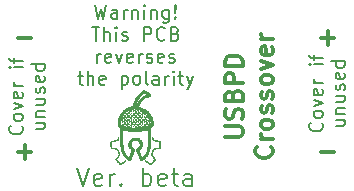
<source format=gto>
G04 #@! TF.FileFunction,Legend,Top*
%FSLAX46Y46*%
G04 Gerber Fmt 4.6, Leading zero omitted, Abs format (unit mm)*
G04 Created by KiCad (PCBNEW 4.0.7-e2-6376~58~ubuntu16.04.1) date Mon Nov  6 13:34:28 2017*
%MOMM*%
%LPD*%
G01*
G04 APERTURE LIST*
%ADD10C,0.100000*%
%ADD11C,0.150000*%
%ADD12C,0.300000*%
%ADD13C,0.010000*%
%ADD14R,10.400000X7.400000*%
%ADD15O,7.250000X4.450000*%
%ADD16C,3.600000*%
G04 APERTURE END LIST*
D10*
D11*
X140815786Y-81921321D02*
X141087929Y-83064321D01*
X141305643Y-82247893D01*
X141523357Y-83064321D01*
X141795500Y-81921321D01*
X142720786Y-83064321D02*
X142720786Y-82465607D01*
X142666357Y-82356750D01*
X142557500Y-82302321D01*
X142339786Y-82302321D01*
X142230929Y-82356750D01*
X142720786Y-83009893D02*
X142611929Y-83064321D01*
X142339786Y-83064321D01*
X142230929Y-83009893D01*
X142176500Y-82901036D01*
X142176500Y-82792179D01*
X142230929Y-82683321D01*
X142339786Y-82628893D01*
X142611929Y-82628893D01*
X142720786Y-82574464D01*
X143265072Y-83064321D02*
X143265072Y-82302321D01*
X143265072Y-82520036D02*
X143319500Y-82411179D01*
X143373929Y-82356750D01*
X143482786Y-82302321D01*
X143591643Y-82302321D01*
X143972643Y-82302321D02*
X143972643Y-83064321D01*
X143972643Y-82411179D02*
X144027071Y-82356750D01*
X144135929Y-82302321D01*
X144299214Y-82302321D01*
X144408071Y-82356750D01*
X144462500Y-82465607D01*
X144462500Y-83064321D01*
X145006786Y-83064321D02*
X145006786Y-82302321D01*
X145006786Y-81921321D02*
X144952357Y-81975750D01*
X145006786Y-82030179D01*
X145061214Y-81975750D01*
X145006786Y-81921321D01*
X145006786Y-82030179D01*
X145551072Y-82302321D02*
X145551072Y-83064321D01*
X145551072Y-82411179D02*
X145605500Y-82356750D01*
X145714358Y-82302321D01*
X145877643Y-82302321D01*
X145986500Y-82356750D01*
X146040929Y-82465607D01*
X146040929Y-83064321D01*
X147075072Y-82302321D02*
X147075072Y-83227607D01*
X147020643Y-83336464D01*
X146966215Y-83390893D01*
X146857358Y-83445321D01*
X146694072Y-83445321D01*
X146585215Y-83390893D01*
X147075072Y-83009893D02*
X146966215Y-83064321D01*
X146748501Y-83064321D01*
X146639643Y-83009893D01*
X146585215Y-82955464D01*
X146530786Y-82846607D01*
X146530786Y-82520036D01*
X146585215Y-82411179D01*
X146639643Y-82356750D01*
X146748501Y-82302321D01*
X146966215Y-82302321D01*
X147075072Y-82356750D01*
X147619358Y-82955464D02*
X147673786Y-83009893D01*
X147619358Y-83064321D01*
X147564929Y-83009893D01*
X147619358Y-82955464D01*
X147619358Y-83064321D01*
X147619358Y-82628893D02*
X147564929Y-81975750D01*
X147619358Y-81921321D01*
X147673786Y-81975750D01*
X147619358Y-82628893D01*
X147619358Y-81921321D01*
X140543643Y-83785821D02*
X141196786Y-83785821D01*
X140870215Y-84928821D02*
X140870215Y-83785821D01*
X141577786Y-84928821D02*
X141577786Y-83785821D01*
X142067643Y-84928821D02*
X142067643Y-84330107D01*
X142013214Y-84221250D01*
X141904357Y-84166821D01*
X141741072Y-84166821D01*
X141632214Y-84221250D01*
X141577786Y-84275679D01*
X142611929Y-84928821D02*
X142611929Y-84166821D01*
X142611929Y-83785821D02*
X142557500Y-83840250D01*
X142611929Y-83894679D01*
X142666357Y-83840250D01*
X142611929Y-83785821D01*
X142611929Y-83894679D01*
X143101786Y-84874393D02*
X143210643Y-84928821D01*
X143428358Y-84928821D01*
X143537215Y-84874393D01*
X143591643Y-84765536D01*
X143591643Y-84711107D01*
X143537215Y-84602250D01*
X143428358Y-84547821D01*
X143265072Y-84547821D01*
X143156215Y-84493393D01*
X143101786Y-84384536D01*
X143101786Y-84330107D01*
X143156215Y-84221250D01*
X143265072Y-84166821D01*
X143428358Y-84166821D01*
X143537215Y-84221250D01*
X144952358Y-84928821D02*
X144952358Y-83785821D01*
X145387786Y-83785821D01*
X145496644Y-83840250D01*
X145551072Y-83894679D01*
X145605501Y-84003536D01*
X145605501Y-84166821D01*
X145551072Y-84275679D01*
X145496644Y-84330107D01*
X145387786Y-84384536D01*
X144952358Y-84384536D01*
X146748501Y-84819964D02*
X146694072Y-84874393D01*
X146530786Y-84928821D01*
X146421929Y-84928821D01*
X146258644Y-84874393D01*
X146149786Y-84765536D01*
X146095358Y-84656679D01*
X146040929Y-84438964D01*
X146040929Y-84275679D01*
X146095358Y-84057964D01*
X146149786Y-83949107D01*
X146258644Y-83840250D01*
X146421929Y-83785821D01*
X146530786Y-83785821D01*
X146694072Y-83840250D01*
X146748501Y-83894679D01*
X147619358Y-84330107D02*
X147782644Y-84384536D01*
X147837072Y-84438964D01*
X147891501Y-84547821D01*
X147891501Y-84711107D01*
X147837072Y-84819964D01*
X147782644Y-84874393D01*
X147673786Y-84928821D01*
X147238358Y-84928821D01*
X147238358Y-83785821D01*
X147619358Y-83785821D01*
X147728215Y-83840250D01*
X147782644Y-83894679D01*
X147837072Y-84003536D01*
X147837072Y-84112393D01*
X147782644Y-84221250D01*
X147728215Y-84275679D01*
X147619358Y-84330107D01*
X147238358Y-84330107D01*
X141006287Y-86793321D02*
X141006287Y-86031321D01*
X141006287Y-86249036D02*
X141060715Y-86140179D01*
X141115144Y-86085750D01*
X141224001Y-86031321D01*
X141332858Y-86031321D01*
X142149286Y-86738893D02*
X142040429Y-86793321D01*
X141822715Y-86793321D01*
X141713858Y-86738893D01*
X141659429Y-86630036D01*
X141659429Y-86194607D01*
X141713858Y-86085750D01*
X141822715Y-86031321D01*
X142040429Y-86031321D01*
X142149286Y-86085750D01*
X142203715Y-86194607D01*
X142203715Y-86303464D01*
X141659429Y-86412321D01*
X142584715Y-86031321D02*
X142856858Y-86793321D01*
X143129000Y-86031321D01*
X143999857Y-86738893D02*
X143891000Y-86793321D01*
X143673286Y-86793321D01*
X143564429Y-86738893D01*
X143510000Y-86630036D01*
X143510000Y-86194607D01*
X143564429Y-86085750D01*
X143673286Y-86031321D01*
X143891000Y-86031321D01*
X143999857Y-86085750D01*
X144054286Y-86194607D01*
X144054286Y-86303464D01*
X143510000Y-86412321D01*
X144544143Y-86793321D02*
X144544143Y-86031321D01*
X144544143Y-86249036D02*
X144598571Y-86140179D01*
X144653000Y-86085750D01*
X144761857Y-86031321D01*
X144870714Y-86031321D01*
X145197285Y-86738893D02*
X145306142Y-86793321D01*
X145523857Y-86793321D01*
X145632714Y-86738893D01*
X145687142Y-86630036D01*
X145687142Y-86575607D01*
X145632714Y-86466750D01*
X145523857Y-86412321D01*
X145360571Y-86412321D01*
X145251714Y-86357893D01*
X145197285Y-86249036D01*
X145197285Y-86194607D01*
X145251714Y-86085750D01*
X145360571Y-86031321D01*
X145523857Y-86031321D01*
X145632714Y-86085750D01*
X146612428Y-86738893D02*
X146503571Y-86793321D01*
X146285857Y-86793321D01*
X146177000Y-86738893D01*
X146122571Y-86630036D01*
X146122571Y-86194607D01*
X146177000Y-86085750D01*
X146285857Y-86031321D01*
X146503571Y-86031321D01*
X146612428Y-86085750D01*
X146666857Y-86194607D01*
X146666857Y-86303464D01*
X146122571Y-86412321D01*
X147102285Y-86738893D02*
X147211142Y-86793321D01*
X147428857Y-86793321D01*
X147537714Y-86738893D01*
X147592142Y-86630036D01*
X147592142Y-86575607D01*
X147537714Y-86466750D01*
X147428857Y-86412321D01*
X147265571Y-86412321D01*
X147156714Y-86357893D01*
X147102285Y-86249036D01*
X147102285Y-86194607D01*
X147156714Y-86085750D01*
X147265571Y-86031321D01*
X147428857Y-86031321D01*
X147537714Y-86085750D01*
X139373429Y-87895821D02*
X139808858Y-87895821D01*
X139536715Y-87514821D02*
X139536715Y-88494536D01*
X139591143Y-88603393D01*
X139700001Y-88657821D01*
X139808858Y-88657821D01*
X140189858Y-88657821D02*
X140189858Y-87514821D01*
X140679715Y-88657821D02*
X140679715Y-88059107D01*
X140625286Y-87950250D01*
X140516429Y-87895821D01*
X140353144Y-87895821D01*
X140244286Y-87950250D01*
X140189858Y-88004679D01*
X141659429Y-88603393D02*
X141550572Y-88657821D01*
X141332858Y-88657821D01*
X141224001Y-88603393D01*
X141169572Y-88494536D01*
X141169572Y-88059107D01*
X141224001Y-87950250D01*
X141332858Y-87895821D01*
X141550572Y-87895821D01*
X141659429Y-87950250D01*
X141713858Y-88059107D01*
X141713858Y-88167964D01*
X141169572Y-88276821D01*
X143074572Y-87895821D02*
X143074572Y-89038821D01*
X143074572Y-87950250D02*
X143183429Y-87895821D01*
X143401143Y-87895821D01*
X143510000Y-87950250D01*
X143564429Y-88004679D01*
X143618858Y-88113536D01*
X143618858Y-88440107D01*
X143564429Y-88548964D01*
X143510000Y-88603393D01*
X143401143Y-88657821D01*
X143183429Y-88657821D01*
X143074572Y-88603393D01*
X144272001Y-88657821D02*
X144163143Y-88603393D01*
X144108715Y-88548964D01*
X144054286Y-88440107D01*
X144054286Y-88113536D01*
X144108715Y-88004679D01*
X144163143Y-87950250D01*
X144272001Y-87895821D01*
X144435286Y-87895821D01*
X144544143Y-87950250D01*
X144598572Y-88004679D01*
X144653001Y-88113536D01*
X144653001Y-88440107D01*
X144598572Y-88548964D01*
X144544143Y-88603393D01*
X144435286Y-88657821D01*
X144272001Y-88657821D01*
X145306144Y-88657821D02*
X145197286Y-88603393D01*
X145142858Y-88494536D01*
X145142858Y-87514821D01*
X146231429Y-88657821D02*
X146231429Y-88059107D01*
X146177000Y-87950250D01*
X146068143Y-87895821D01*
X145850429Y-87895821D01*
X145741572Y-87950250D01*
X146231429Y-88603393D02*
X146122572Y-88657821D01*
X145850429Y-88657821D01*
X145741572Y-88603393D01*
X145687143Y-88494536D01*
X145687143Y-88385679D01*
X145741572Y-88276821D01*
X145850429Y-88222393D01*
X146122572Y-88222393D01*
X146231429Y-88167964D01*
X146775715Y-88657821D02*
X146775715Y-87895821D01*
X146775715Y-88113536D02*
X146830143Y-88004679D01*
X146884572Y-87950250D01*
X146993429Y-87895821D01*
X147102286Y-87895821D01*
X147483286Y-88657821D02*
X147483286Y-87895821D01*
X147483286Y-87514821D02*
X147428857Y-87569250D01*
X147483286Y-87623679D01*
X147537714Y-87569250D01*
X147483286Y-87514821D01*
X147483286Y-87623679D01*
X147864286Y-87895821D02*
X148299715Y-87895821D01*
X148027572Y-87514821D02*
X148027572Y-88494536D01*
X148082000Y-88603393D01*
X148190858Y-88657821D01*
X148299715Y-88657821D01*
X148571858Y-87895821D02*
X148844001Y-88657821D01*
X149116143Y-87895821D02*
X148844001Y-88657821D01*
X148735143Y-88929964D01*
X148680715Y-88984393D01*
X148571858Y-89038821D01*
D12*
X151827571Y-93054857D02*
X153041857Y-93054857D01*
X153184714Y-92983429D01*
X153256143Y-92912000D01*
X153327571Y-92769143D01*
X153327571Y-92483429D01*
X153256143Y-92340571D01*
X153184714Y-92269143D01*
X153041857Y-92197714D01*
X151827571Y-92197714D01*
X153256143Y-91554857D02*
X153327571Y-91340571D01*
X153327571Y-90983428D01*
X153256143Y-90840571D01*
X153184714Y-90769142D01*
X153041857Y-90697714D01*
X152899000Y-90697714D01*
X152756143Y-90769142D01*
X152684714Y-90840571D01*
X152613286Y-90983428D01*
X152541857Y-91269142D01*
X152470429Y-91412000D01*
X152399000Y-91483428D01*
X152256143Y-91554857D01*
X152113286Y-91554857D01*
X151970429Y-91483428D01*
X151899000Y-91412000D01*
X151827571Y-91269142D01*
X151827571Y-90912000D01*
X151899000Y-90697714D01*
X152541857Y-89554857D02*
X152613286Y-89340571D01*
X152684714Y-89269143D01*
X152827571Y-89197714D01*
X153041857Y-89197714D01*
X153184714Y-89269143D01*
X153256143Y-89340571D01*
X153327571Y-89483429D01*
X153327571Y-90054857D01*
X151827571Y-90054857D01*
X151827571Y-89554857D01*
X151899000Y-89412000D01*
X151970429Y-89340571D01*
X152113286Y-89269143D01*
X152256143Y-89269143D01*
X152399000Y-89340571D01*
X152470429Y-89412000D01*
X152541857Y-89554857D01*
X152541857Y-90054857D01*
X153327571Y-88554857D02*
X151827571Y-88554857D01*
X151827571Y-87983429D01*
X151899000Y-87840571D01*
X151970429Y-87769143D01*
X152113286Y-87697714D01*
X152327571Y-87697714D01*
X152470429Y-87769143D01*
X152541857Y-87840571D01*
X152613286Y-87983429D01*
X152613286Y-88554857D01*
X153327571Y-87054857D02*
X151827571Y-87054857D01*
X151827571Y-86697714D01*
X151899000Y-86483429D01*
X152041857Y-86340571D01*
X152184714Y-86269143D01*
X152470429Y-86197714D01*
X152684714Y-86197714D01*
X152970429Y-86269143D01*
X153113286Y-86340571D01*
X153256143Y-86483429D01*
X153327571Y-86697714D01*
X153327571Y-87054857D01*
X155734714Y-93911999D02*
X155806143Y-93983428D01*
X155877571Y-94197714D01*
X155877571Y-94340571D01*
X155806143Y-94554856D01*
X155663286Y-94697714D01*
X155520429Y-94769142D01*
X155234714Y-94840571D01*
X155020429Y-94840571D01*
X154734714Y-94769142D01*
X154591857Y-94697714D01*
X154449000Y-94554856D01*
X154377571Y-94340571D01*
X154377571Y-94197714D01*
X154449000Y-93983428D01*
X154520429Y-93911999D01*
X155877571Y-93269142D02*
X154877571Y-93269142D01*
X155163286Y-93269142D02*
X155020429Y-93197714D01*
X154949000Y-93126285D01*
X154877571Y-92983428D01*
X154877571Y-92840571D01*
X155877571Y-92126285D02*
X155806143Y-92269143D01*
X155734714Y-92340571D01*
X155591857Y-92412000D01*
X155163286Y-92412000D01*
X155020429Y-92340571D01*
X154949000Y-92269143D01*
X154877571Y-92126285D01*
X154877571Y-91912000D01*
X154949000Y-91769143D01*
X155020429Y-91697714D01*
X155163286Y-91626285D01*
X155591857Y-91626285D01*
X155734714Y-91697714D01*
X155806143Y-91769143D01*
X155877571Y-91912000D01*
X155877571Y-92126285D01*
X155806143Y-91054857D02*
X155877571Y-90912000D01*
X155877571Y-90626285D01*
X155806143Y-90483428D01*
X155663286Y-90412000D01*
X155591857Y-90412000D01*
X155449000Y-90483428D01*
X155377571Y-90626285D01*
X155377571Y-90840571D01*
X155306143Y-90983428D01*
X155163286Y-91054857D01*
X155091857Y-91054857D01*
X154949000Y-90983428D01*
X154877571Y-90840571D01*
X154877571Y-90626285D01*
X154949000Y-90483428D01*
X155806143Y-89840571D02*
X155877571Y-89697714D01*
X155877571Y-89411999D01*
X155806143Y-89269142D01*
X155663286Y-89197714D01*
X155591857Y-89197714D01*
X155449000Y-89269142D01*
X155377571Y-89411999D01*
X155377571Y-89626285D01*
X155306143Y-89769142D01*
X155163286Y-89840571D01*
X155091857Y-89840571D01*
X154949000Y-89769142D01*
X154877571Y-89626285D01*
X154877571Y-89411999D01*
X154949000Y-89269142D01*
X155877571Y-88340570D02*
X155806143Y-88483428D01*
X155734714Y-88554856D01*
X155591857Y-88626285D01*
X155163286Y-88626285D01*
X155020429Y-88554856D01*
X154949000Y-88483428D01*
X154877571Y-88340570D01*
X154877571Y-88126285D01*
X154949000Y-87983428D01*
X155020429Y-87911999D01*
X155163286Y-87840570D01*
X155591857Y-87840570D01*
X155734714Y-87911999D01*
X155806143Y-87983428D01*
X155877571Y-88126285D01*
X155877571Y-88340570D01*
X154877571Y-87340570D02*
X155877571Y-86983427D01*
X154877571Y-86626285D01*
X155806143Y-85483428D02*
X155877571Y-85626285D01*
X155877571Y-85911999D01*
X155806143Y-86054856D01*
X155663286Y-86126285D01*
X155091857Y-86126285D01*
X154949000Y-86054856D01*
X154877571Y-85911999D01*
X154877571Y-85626285D01*
X154949000Y-85483428D01*
X155091857Y-85411999D01*
X155234714Y-85411999D01*
X155377571Y-86126285D01*
X155877571Y-84769142D02*
X154877571Y-84769142D01*
X155163286Y-84769142D02*
X155020429Y-84697714D01*
X154949000Y-84626285D01*
X154877571Y-84483428D01*
X154877571Y-84340571D01*
D11*
X139307715Y-95698571D02*
X139807715Y-97198571D01*
X140307715Y-95698571D01*
X141379143Y-97127143D02*
X141236286Y-97198571D01*
X140950572Y-97198571D01*
X140807715Y-97127143D01*
X140736286Y-96984286D01*
X140736286Y-96412857D01*
X140807715Y-96270000D01*
X140950572Y-96198571D01*
X141236286Y-96198571D01*
X141379143Y-96270000D01*
X141450572Y-96412857D01*
X141450572Y-96555714D01*
X140736286Y-96698571D01*
X142093429Y-97198571D02*
X142093429Y-96198571D01*
X142093429Y-96484286D02*
X142164857Y-96341429D01*
X142236286Y-96270000D01*
X142379143Y-96198571D01*
X142522000Y-96198571D01*
X143022000Y-97055714D02*
X143093428Y-97127143D01*
X143022000Y-97198571D01*
X142950571Y-97127143D01*
X143022000Y-97055714D01*
X143022000Y-97198571D01*
X144879143Y-97198571D02*
X144879143Y-95698571D01*
X144879143Y-96270000D02*
X145022000Y-96198571D01*
X145307714Y-96198571D01*
X145450571Y-96270000D01*
X145522000Y-96341429D01*
X145593429Y-96484286D01*
X145593429Y-96912857D01*
X145522000Y-97055714D01*
X145450571Y-97127143D01*
X145307714Y-97198571D01*
X145022000Y-97198571D01*
X144879143Y-97127143D01*
X146807714Y-97127143D02*
X146664857Y-97198571D01*
X146379143Y-97198571D01*
X146236286Y-97127143D01*
X146164857Y-96984286D01*
X146164857Y-96412857D01*
X146236286Y-96270000D01*
X146379143Y-96198571D01*
X146664857Y-96198571D01*
X146807714Y-96270000D01*
X146879143Y-96412857D01*
X146879143Y-96555714D01*
X146164857Y-96698571D01*
X147307714Y-96198571D02*
X147879143Y-96198571D01*
X147522000Y-95698571D02*
X147522000Y-96984286D01*
X147593428Y-97127143D01*
X147736286Y-97198571D01*
X147879143Y-97198571D01*
X149022000Y-97198571D02*
X149022000Y-96412857D01*
X148950571Y-96270000D01*
X148807714Y-96198571D01*
X148522000Y-96198571D01*
X148379143Y-96270000D01*
X149022000Y-97127143D02*
X148879143Y-97198571D01*
X148522000Y-97198571D01*
X148379143Y-97127143D01*
X148307714Y-96984286D01*
X148307714Y-96841429D01*
X148379143Y-96698571D01*
X148522000Y-96627143D01*
X148879143Y-96627143D01*
X149022000Y-96555714D01*
X134603964Y-92138499D02*
X134658393Y-92192928D01*
X134712821Y-92356214D01*
X134712821Y-92465071D01*
X134658393Y-92628356D01*
X134549536Y-92737214D01*
X134440679Y-92791642D01*
X134222964Y-92846071D01*
X134059679Y-92846071D01*
X133841964Y-92791642D01*
X133733107Y-92737214D01*
X133624250Y-92628356D01*
X133569821Y-92465071D01*
X133569821Y-92356214D01*
X133624250Y-92192928D01*
X133678679Y-92138499D01*
X134712821Y-91485356D02*
X134658393Y-91594214D01*
X134603964Y-91648642D01*
X134495107Y-91703071D01*
X134168536Y-91703071D01*
X134059679Y-91648642D01*
X134005250Y-91594214D01*
X133950821Y-91485356D01*
X133950821Y-91322071D01*
X134005250Y-91213214D01*
X134059679Y-91158785D01*
X134168536Y-91104356D01*
X134495107Y-91104356D01*
X134603964Y-91158785D01*
X134658393Y-91213214D01*
X134712821Y-91322071D01*
X134712821Y-91485356D01*
X133950821Y-90723356D02*
X134712821Y-90451213D01*
X133950821Y-90179071D01*
X134658393Y-89308214D02*
X134712821Y-89417071D01*
X134712821Y-89634785D01*
X134658393Y-89743642D01*
X134549536Y-89798071D01*
X134114107Y-89798071D01*
X134005250Y-89743642D01*
X133950821Y-89634785D01*
X133950821Y-89417071D01*
X134005250Y-89308214D01*
X134114107Y-89253785D01*
X134222964Y-89253785D01*
X134331821Y-89798071D01*
X134712821Y-88763928D02*
X133950821Y-88763928D01*
X134168536Y-88763928D02*
X134059679Y-88709500D01*
X134005250Y-88655071D01*
X133950821Y-88546214D01*
X133950821Y-88437357D01*
X134712821Y-87185500D02*
X133950821Y-87185500D01*
X133569821Y-87185500D02*
X133624250Y-87239929D01*
X133678679Y-87185500D01*
X133624250Y-87131072D01*
X133569821Y-87185500D01*
X133678679Y-87185500D01*
X133950821Y-86804500D02*
X133950821Y-86369071D01*
X134712821Y-86641214D02*
X133733107Y-86641214D01*
X133624250Y-86586786D01*
X133569821Y-86477928D01*
X133569821Y-86369071D01*
X135815321Y-91920786D02*
X136577321Y-91920786D01*
X135815321Y-92410643D02*
X136414036Y-92410643D01*
X136522893Y-92356215D01*
X136577321Y-92247357D01*
X136577321Y-92084072D01*
X136522893Y-91975215D01*
X136468464Y-91920786D01*
X135815321Y-91376500D02*
X136577321Y-91376500D01*
X135924179Y-91376500D02*
X135869750Y-91322072D01*
X135815321Y-91213214D01*
X135815321Y-91049929D01*
X135869750Y-90941072D01*
X135978607Y-90886643D01*
X136577321Y-90886643D01*
X135815321Y-89852500D02*
X136577321Y-89852500D01*
X135815321Y-90342357D02*
X136414036Y-90342357D01*
X136522893Y-90287929D01*
X136577321Y-90179071D01*
X136577321Y-90015786D01*
X136522893Y-89906929D01*
X136468464Y-89852500D01*
X136522893Y-89362643D02*
X136577321Y-89253786D01*
X136577321Y-89036071D01*
X136522893Y-88927214D01*
X136414036Y-88872786D01*
X136359607Y-88872786D01*
X136250750Y-88927214D01*
X136196321Y-89036071D01*
X136196321Y-89199357D01*
X136141893Y-89308214D01*
X136033036Y-89362643D01*
X135978607Y-89362643D01*
X135869750Y-89308214D01*
X135815321Y-89199357D01*
X135815321Y-89036071D01*
X135869750Y-88927214D01*
X136522893Y-87947500D02*
X136577321Y-88056357D01*
X136577321Y-88274071D01*
X136522893Y-88382928D01*
X136414036Y-88437357D01*
X135978607Y-88437357D01*
X135869750Y-88382928D01*
X135815321Y-88274071D01*
X135815321Y-88056357D01*
X135869750Y-87947500D01*
X135978607Y-87893071D01*
X136087464Y-87893071D01*
X136196321Y-88437357D01*
X136577321Y-86913357D02*
X135434321Y-86913357D01*
X136522893Y-86913357D02*
X136577321Y-87022214D01*
X136577321Y-87239928D01*
X136522893Y-87348786D01*
X136468464Y-87403214D01*
X136359607Y-87457643D01*
X136033036Y-87457643D01*
X135924179Y-87403214D01*
X135869750Y-87348786D01*
X135815321Y-87239928D01*
X135815321Y-87022214D01*
X135869750Y-86913357D01*
X160003964Y-91884499D02*
X160058393Y-91938928D01*
X160112821Y-92102214D01*
X160112821Y-92211071D01*
X160058393Y-92374356D01*
X159949536Y-92483214D01*
X159840679Y-92537642D01*
X159622964Y-92592071D01*
X159459679Y-92592071D01*
X159241964Y-92537642D01*
X159133107Y-92483214D01*
X159024250Y-92374356D01*
X158969821Y-92211071D01*
X158969821Y-92102214D01*
X159024250Y-91938928D01*
X159078679Y-91884499D01*
X160112821Y-91231356D02*
X160058393Y-91340214D01*
X160003964Y-91394642D01*
X159895107Y-91449071D01*
X159568536Y-91449071D01*
X159459679Y-91394642D01*
X159405250Y-91340214D01*
X159350821Y-91231356D01*
X159350821Y-91068071D01*
X159405250Y-90959214D01*
X159459679Y-90904785D01*
X159568536Y-90850356D01*
X159895107Y-90850356D01*
X160003964Y-90904785D01*
X160058393Y-90959214D01*
X160112821Y-91068071D01*
X160112821Y-91231356D01*
X159350821Y-90469356D02*
X160112821Y-90197213D01*
X159350821Y-89925071D01*
X160058393Y-89054214D02*
X160112821Y-89163071D01*
X160112821Y-89380785D01*
X160058393Y-89489642D01*
X159949536Y-89544071D01*
X159514107Y-89544071D01*
X159405250Y-89489642D01*
X159350821Y-89380785D01*
X159350821Y-89163071D01*
X159405250Y-89054214D01*
X159514107Y-88999785D01*
X159622964Y-88999785D01*
X159731821Y-89544071D01*
X160112821Y-88509928D02*
X159350821Y-88509928D01*
X159568536Y-88509928D02*
X159459679Y-88455500D01*
X159405250Y-88401071D01*
X159350821Y-88292214D01*
X159350821Y-88183357D01*
X160112821Y-86931500D02*
X159350821Y-86931500D01*
X158969821Y-86931500D02*
X159024250Y-86985929D01*
X159078679Y-86931500D01*
X159024250Y-86877072D01*
X158969821Y-86931500D01*
X159078679Y-86931500D01*
X159350821Y-86550500D02*
X159350821Y-86115071D01*
X160112821Y-86387214D02*
X159133107Y-86387214D01*
X159024250Y-86332786D01*
X158969821Y-86223928D01*
X158969821Y-86115071D01*
X161215321Y-91666786D02*
X161977321Y-91666786D01*
X161215321Y-92156643D02*
X161814036Y-92156643D01*
X161922893Y-92102215D01*
X161977321Y-91993357D01*
X161977321Y-91830072D01*
X161922893Y-91721215D01*
X161868464Y-91666786D01*
X161215321Y-91122500D02*
X161977321Y-91122500D01*
X161324179Y-91122500D02*
X161269750Y-91068072D01*
X161215321Y-90959214D01*
X161215321Y-90795929D01*
X161269750Y-90687072D01*
X161378607Y-90632643D01*
X161977321Y-90632643D01*
X161215321Y-89598500D02*
X161977321Y-89598500D01*
X161215321Y-90088357D02*
X161814036Y-90088357D01*
X161922893Y-90033929D01*
X161977321Y-89925071D01*
X161977321Y-89761786D01*
X161922893Y-89652929D01*
X161868464Y-89598500D01*
X161922893Y-89108643D02*
X161977321Y-88999786D01*
X161977321Y-88782071D01*
X161922893Y-88673214D01*
X161814036Y-88618786D01*
X161759607Y-88618786D01*
X161650750Y-88673214D01*
X161596321Y-88782071D01*
X161596321Y-88945357D01*
X161541893Y-89054214D01*
X161433036Y-89108643D01*
X161378607Y-89108643D01*
X161269750Y-89054214D01*
X161215321Y-88945357D01*
X161215321Y-88782071D01*
X161269750Y-88673214D01*
X161922893Y-87693500D02*
X161977321Y-87802357D01*
X161977321Y-88020071D01*
X161922893Y-88128928D01*
X161814036Y-88183357D01*
X161378607Y-88183357D01*
X161269750Y-88128928D01*
X161215321Y-88020071D01*
X161215321Y-87802357D01*
X161269750Y-87693500D01*
X161378607Y-87639071D01*
X161487464Y-87639071D01*
X161596321Y-88183357D01*
X161977321Y-86659357D02*
X160834321Y-86659357D01*
X161922893Y-86659357D02*
X161977321Y-86768214D01*
X161977321Y-86985928D01*
X161922893Y-87094786D01*
X161868464Y-87149214D01*
X161759607Y-87203643D01*
X161433036Y-87203643D01*
X161324179Y-87149214D01*
X161269750Y-87094786D01*
X161215321Y-86985928D01*
X161215321Y-86768214D01*
X161269750Y-86659357D01*
D12*
X134302572Y-94341143D02*
X135445429Y-94341143D01*
X134874000Y-94912571D02*
X134874000Y-93769714D01*
X134302572Y-84689143D02*
X135445429Y-84689143D01*
X159956572Y-94341143D02*
X161099429Y-94341143D01*
X159956572Y-84689143D02*
X161099429Y-84689143D01*
X160528000Y-85260571D02*
X160528000Y-84117714D01*
D13*
G36*
X142797654Y-93116364D02*
X142798155Y-93131820D01*
X142797881Y-93144867D01*
X142796272Y-93157341D01*
X142792768Y-93171078D01*
X142786806Y-93187914D01*
X142777828Y-93209686D01*
X142765271Y-93238230D01*
X142750188Y-93271803D01*
X142735530Y-93303158D01*
X142723892Y-93325167D01*
X142714506Y-93339118D01*
X142706603Y-93346299D01*
X142705377Y-93346928D01*
X142698402Y-93349757D01*
X142689105Y-93352790D01*
X142676511Y-93356238D01*
X142659642Y-93360309D01*
X142637523Y-93365216D01*
X142609177Y-93371166D01*
X142573629Y-93378371D01*
X142529903Y-93387041D01*
X142477021Y-93397385D01*
X142414978Y-93409427D01*
X142367326Y-93418702D01*
X142322410Y-93427539D01*
X142281620Y-93435659D01*
X142246351Y-93442779D01*
X142217991Y-93448620D01*
X142197935Y-93452899D01*
X142187573Y-93455336D01*
X142187568Y-93455337D01*
X142166181Y-93461364D01*
X142167813Y-93711750D01*
X142168223Y-93763838D01*
X142168743Y-93812403D01*
X142169351Y-93856292D01*
X142170023Y-93894349D01*
X142170737Y-93925420D01*
X142171471Y-93948352D01*
X142172204Y-93961988D01*
X142172722Y-93965409D01*
X142179265Y-93967778D01*
X142196013Y-93971939D01*
X142223099Y-93977919D01*
X142260655Y-93985746D01*
X142308813Y-93995447D01*
X142367705Y-94007048D01*
X142437464Y-94020577D01*
X142507447Y-94034003D01*
X142549683Y-94042247D01*
X142588957Y-94050245D01*
X142623712Y-94057652D01*
X142652391Y-94064127D01*
X142673435Y-94069326D01*
X142685288Y-94072905D01*
X142686537Y-94073457D01*
X142694225Y-94079212D01*
X142702664Y-94089373D01*
X142712316Y-94104868D01*
X142723642Y-94126625D01*
X142737104Y-94155572D01*
X142753165Y-94192638D01*
X142772287Y-94238751D01*
X142787508Y-94276334D01*
X142811614Y-94336699D01*
X142831500Y-94387491D01*
X142847444Y-94429491D01*
X142859721Y-94463480D01*
X142868606Y-94490239D01*
X142874377Y-94510550D01*
X142877308Y-94525196D01*
X142877822Y-94532034D01*
X142876829Y-94541875D01*
X142873489Y-94553641D01*
X142867261Y-94568253D01*
X142857603Y-94586635D01*
X142843975Y-94609709D01*
X142825834Y-94638398D01*
X142802641Y-94673624D01*
X142773853Y-94716311D01*
X142744729Y-94758934D01*
X142720319Y-94794533D01*
X142695746Y-94830406D01*
X142672470Y-94864422D01*
X142651949Y-94894447D01*
X142635640Y-94918352D01*
X142629587Y-94927245D01*
X142593833Y-94979845D01*
X142635595Y-95023200D01*
X142672908Y-95061766D01*
X142711372Y-95101209D01*
X142749865Y-95140404D01*
X142787263Y-95178222D01*
X142822444Y-95213538D01*
X142854285Y-95245223D01*
X142881663Y-95272151D01*
X142903456Y-95293194D01*
X142918498Y-95307189D01*
X142956352Y-95341037D01*
X143144276Y-95214414D01*
X143200460Y-95176679D01*
X143247958Y-95145059D01*
X143287332Y-95119196D01*
X143319148Y-95098734D01*
X143343969Y-95083318D01*
X143362359Y-95072590D01*
X143374882Y-95066195D01*
X143382102Y-95063775D01*
X143382775Y-95063734D01*
X143384720Y-95068670D01*
X143385369Y-95080694D01*
X143385342Y-95082078D01*
X143384858Y-95087236D01*
X143383072Y-95092312D01*
X143379054Y-95098029D01*
X143371874Y-95105112D01*
X143360601Y-95114287D01*
X143344305Y-95126277D01*
X143322056Y-95141806D01*
X143292924Y-95161600D01*
X143255978Y-95186383D01*
X143224100Y-95207667D01*
X143164762Y-95247217D01*
X143114166Y-95280858D01*
X143071693Y-95308991D01*
X143036724Y-95332018D01*
X143008642Y-95350341D01*
X142986828Y-95364360D01*
X142970662Y-95374477D01*
X142959527Y-95381095D01*
X142952803Y-95384613D01*
X142950128Y-95385467D01*
X142944709Y-95381759D01*
X142932500Y-95371442D01*
X142914857Y-95355722D01*
X142893136Y-95335809D01*
X142868690Y-95312909D01*
X142867830Y-95312096D01*
X142843859Y-95289053D01*
X142816246Y-95261927D01*
X142785964Y-95231726D01*
X142753987Y-95199461D01*
X142721288Y-95166141D01*
X142688839Y-95132774D01*
X142657614Y-95100372D01*
X142628586Y-95069943D01*
X142602728Y-95042497D01*
X142581012Y-95019044D01*
X142564413Y-95000592D01*
X142553903Y-94988152D01*
X142550445Y-94982823D01*
X142553493Y-94976562D01*
X142562034Y-94962407D01*
X142575168Y-94941764D01*
X142591989Y-94916041D01*
X142611597Y-94886644D01*
X142622411Y-94870644D01*
X142667821Y-94803664D01*
X142707154Y-94745455D01*
X142740748Y-94695499D01*
X142768942Y-94653279D01*
X142792075Y-94618278D01*
X142810484Y-94589977D01*
X142824509Y-94567858D01*
X142834487Y-94551405D01*
X142840758Y-94540099D01*
X142843659Y-94533424D01*
X142843956Y-94531792D01*
X142841830Y-94522124D01*
X142835847Y-94503547D01*
X142826595Y-94477527D01*
X142814666Y-94445530D01*
X142800649Y-94409024D01*
X142785135Y-94369474D01*
X142768713Y-94328347D01*
X142751973Y-94287109D01*
X142735506Y-94247227D01*
X142719902Y-94210167D01*
X142705750Y-94177396D01*
X142693641Y-94150380D01*
X142684164Y-94130585D01*
X142678241Y-94119956D01*
X142676032Y-94116270D01*
X142674297Y-94113139D01*
X142672226Y-94110370D01*
X142669013Y-94107770D01*
X142663850Y-94105148D01*
X142655928Y-94102310D01*
X142644441Y-94099064D01*
X142628580Y-94095217D01*
X142607538Y-94090577D01*
X142580507Y-94084951D01*
X142546680Y-94078147D01*
X142505248Y-94069972D01*
X142455404Y-94060233D01*
X142396340Y-94048737D01*
X142327248Y-94035293D01*
X142304911Y-94030942D01*
X142263434Y-94022634D01*
X142225894Y-94014681D01*
X142193736Y-94007421D01*
X142168402Y-94001191D01*
X142151333Y-93996330D01*
X142144045Y-93993248D01*
X142141872Y-93985702D01*
X142139904Y-93968251D01*
X142138150Y-93942242D01*
X142136618Y-93909020D01*
X142135317Y-93869931D01*
X142134257Y-93826321D01*
X142133445Y-93779536D01*
X142132890Y-93730921D01*
X142132603Y-93681821D01*
X142132590Y-93633584D01*
X142132862Y-93587554D01*
X142133427Y-93545077D01*
X142134294Y-93507499D01*
X142135471Y-93476166D01*
X142136968Y-93452423D01*
X142138793Y-93437617D01*
X142140370Y-93433196D01*
X142148701Y-93429851D01*
X142167506Y-93424689D01*
X142196140Y-93417846D01*
X142233957Y-93409463D01*
X142280314Y-93399676D01*
X142334565Y-93388625D01*
X142396067Y-93376447D01*
X142464173Y-93363282D01*
X142482711Y-93359747D01*
X142519165Y-93352704D01*
X142556815Y-93345242D01*
X142592082Y-93338081D01*
X142621382Y-93331944D01*
X142631327Y-93329784D01*
X142686810Y-93317533D01*
X142705142Y-93280467D01*
X142713937Y-93261983D01*
X142725829Y-93236011D01*
X142739509Y-93205459D01*
X142753668Y-93173232D01*
X142759726Y-93159239D01*
X142795978Y-93075077D01*
X142797654Y-93116364D01*
X142797654Y-93116364D01*
G37*
X142797654Y-93116364D02*
X142798155Y-93131820D01*
X142797881Y-93144867D01*
X142796272Y-93157341D01*
X142792768Y-93171078D01*
X142786806Y-93187914D01*
X142777828Y-93209686D01*
X142765271Y-93238230D01*
X142750188Y-93271803D01*
X142735530Y-93303158D01*
X142723892Y-93325167D01*
X142714506Y-93339118D01*
X142706603Y-93346299D01*
X142705377Y-93346928D01*
X142698402Y-93349757D01*
X142689105Y-93352790D01*
X142676511Y-93356238D01*
X142659642Y-93360309D01*
X142637523Y-93365216D01*
X142609177Y-93371166D01*
X142573629Y-93378371D01*
X142529903Y-93387041D01*
X142477021Y-93397385D01*
X142414978Y-93409427D01*
X142367326Y-93418702D01*
X142322410Y-93427539D01*
X142281620Y-93435659D01*
X142246351Y-93442779D01*
X142217991Y-93448620D01*
X142197935Y-93452899D01*
X142187573Y-93455336D01*
X142187568Y-93455337D01*
X142166181Y-93461364D01*
X142167813Y-93711750D01*
X142168223Y-93763838D01*
X142168743Y-93812403D01*
X142169351Y-93856292D01*
X142170023Y-93894349D01*
X142170737Y-93925420D01*
X142171471Y-93948352D01*
X142172204Y-93961988D01*
X142172722Y-93965409D01*
X142179265Y-93967778D01*
X142196013Y-93971939D01*
X142223099Y-93977919D01*
X142260655Y-93985746D01*
X142308813Y-93995447D01*
X142367705Y-94007048D01*
X142437464Y-94020577D01*
X142507447Y-94034003D01*
X142549683Y-94042247D01*
X142588957Y-94050245D01*
X142623712Y-94057652D01*
X142652391Y-94064127D01*
X142673435Y-94069326D01*
X142685288Y-94072905D01*
X142686537Y-94073457D01*
X142694225Y-94079212D01*
X142702664Y-94089373D01*
X142712316Y-94104868D01*
X142723642Y-94126625D01*
X142737104Y-94155572D01*
X142753165Y-94192638D01*
X142772287Y-94238751D01*
X142787508Y-94276334D01*
X142811614Y-94336699D01*
X142831500Y-94387491D01*
X142847444Y-94429491D01*
X142859721Y-94463480D01*
X142868606Y-94490239D01*
X142874377Y-94510550D01*
X142877308Y-94525196D01*
X142877822Y-94532034D01*
X142876829Y-94541875D01*
X142873489Y-94553641D01*
X142867261Y-94568253D01*
X142857603Y-94586635D01*
X142843975Y-94609709D01*
X142825834Y-94638398D01*
X142802641Y-94673624D01*
X142773853Y-94716311D01*
X142744729Y-94758934D01*
X142720319Y-94794533D01*
X142695746Y-94830406D01*
X142672470Y-94864422D01*
X142651949Y-94894447D01*
X142635640Y-94918352D01*
X142629587Y-94927245D01*
X142593833Y-94979845D01*
X142635595Y-95023200D01*
X142672908Y-95061766D01*
X142711372Y-95101209D01*
X142749865Y-95140404D01*
X142787263Y-95178222D01*
X142822444Y-95213538D01*
X142854285Y-95245223D01*
X142881663Y-95272151D01*
X142903456Y-95293194D01*
X142918498Y-95307189D01*
X142956352Y-95341037D01*
X143144276Y-95214414D01*
X143200460Y-95176679D01*
X143247958Y-95145059D01*
X143287332Y-95119196D01*
X143319148Y-95098734D01*
X143343969Y-95083318D01*
X143362359Y-95072590D01*
X143374882Y-95066195D01*
X143382102Y-95063775D01*
X143382775Y-95063734D01*
X143384720Y-95068670D01*
X143385369Y-95080694D01*
X143385342Y-95082078D01*
X143384858Y-95087236D01*
X143383072Y-95092312D01*
X143379054Y-95098029D01*
X143371874Y-95105112D01*
X143360601Y-95114287D01*
X143344305Y-95126277D01*
X143322056Y-95141806D01*
X143292924Y-95161600D01*
X143255978Y-95186383D01*
X143224100Y-95207667D01*
X143164762Y-95247217D01*
X143114166Y-95280858D01*
X143071693Y-95308991D01*
X143036724Y-95332018D01*
X143008642Y-95350341D01*
X142986828Y-95364360D01*
X142970662Y-95374477D01*
X142959527Y-95381095D01*
X142952803Y-95384613D01*
X142950128Y-95385467D01*
X142944709Y-95381759D01*
X142932500Y-95371442D01*
X142914857Y-95355722D01*
X142893136Y-95335809D01*
X142868690Y-95312909D01*
X142867830Y-95312096D01*
X142843859Y-95289053D01*
X142816246Y-95261927D01*
X142785964Y-95231726D01*
X142753987Y-95199461D01*
X142721288Y-95166141D01*
X142688839Y-95132774D01*
X142657614Y-95100372D01*
X142628586Y-95069943D01*
X142602728Y-95042497D01*
X142581012Y-95019044D01*
X142564413Y-95000592D01*
X142553903Y-94988152D01*
X142550445Y-94982823D01*
X142553493Y-94976562D01*
X142562034Y-94962407D01*
X142575168Y-94941764D01*
X142591989Y-94916041D01*
X142611597Y-94886644D01*
X142622411Y-94870644D01*
X142667821Y-94803664D01*
X142707154Y-94745455D01*
X142740748Y-94695499D01*
X142768942Y-94653279D01*
X142792075Y-94618278D01*
X142810484Y-94589977D01*
X142824509Y-94567858D01*
X142834487Y-94551405D01*
X142840758Y-94540099D01*
X142843659Y-94533424D01*
X142843956Y-94531792D01*
X142841830Y-94522124D01*
X142835847Y-94503547D01*
X142826595Y-94477527D01*
X142814666Y-94445530D01*
X142800649Y-94409024D01*
X142785135Y-94369474D01*
X142768713Y-94328347D01*
X142751973Y-94287109D01*
X142735506Y-94247227D01*
X142719902Y-94210167D01*
X142705750Y-94177396D01*
X142693641Y-94150380D01*
X142684164Y-94130585D01*
X142678241Y-94119956D01*
X142676032Y-94116270D01*
X142674297Y-94113139D01*
X142672226Y-94110370D01*
X142669013Y-94107770D01*
X142663850Y-94105148D01*
X142655928Y-94102310D01*
X142644441Y-94099064D01*
X142628580Y-94095217D01*
X142607538Y-94090577D01*
X142580507Y-94084951D01*
X142546680Y-94078147D01*
X142505248Y-94069972D01*
X142455404Y-94060233D01*
X142396340Y-94048737D01*
X142327248Y-94035293D01*
X142304911Y-94030942D01*
X142263434Y-94022634D01*
X142225894Y-94014681D01*
X142193736Y-94007421D01*
X142168402Y-94001191D01*
X142151333Y-93996330D01*
X142144045Y-93993248D01*
X142141872Y-93985702D01*
X142139904Y-93968251D01*
X142138150Y-93942242D01*
X142136618Y-93909020D01*
X142135317Y-93869931D01*
X142134257Y-93826321D01*
X142133445Y-93779536D01*
X142132890Y-93730921D01*
X142132603Y-93681821D01*
X142132590Y-93633584D01*
X142132862Y-93587554D01*
X142133427Y-93545077D01*
X142134294Y-93507499D01*
X142135471Y-93476166D01*
X142136968Y-93452423D01*
X142138793Y-93437617D01*
X142140370Y-93433196D01*
X142148701Y-93429851D01*
X142167506Y-93424689D01*
X142196140Y-93417846D01*
X142233957Y-93409463D01*
X142280314Y-93399676D01*
X142334565Y-93388625D01*
X142396067Y-93376447D01*
X142464173Y-93363282D01*
X142482711Y-93359747D01*
X142519165Y-93352704D01*
X142556815Y-93345242D01*
X142592082Y-93338081D01*
X142621382Y-93331944D01*
X142631327Y-93329784D01*
X142686810Y-93317533D01*
X142705142Y-93280467D01*
X142713937Y-93261983D01*
X142725829Y-93236011D01*
X142739509Y-93205459D01*
X142753668Y-93173232D01*
X142759726Y-93159239D01*
X142795978Y-93075077D01*
X142797654Y-93116364D01*
G36*
X145679488Y-93144622D02*
X145699908Y-93191426D01*
X145716503Y-93228900D01*
X145729830Y-93258117D01*
X145740446Y-93280151D01*
X145748908Y-93296077D01*
X145755772Y-93306968D01*
X145761596Y-93313897D01*
X145766936Y-93317939D01*
X145770130Y-93319421D01*
X145779083Y-93321814D01*
X145797663Y-93326013D01*
X145824408Y-93331713D01*
X145857856Y-93338612D01*
X145896543Y-93346406D01*
X145939008Y-93354790D01*
X145960997Y-93359070D01*
X146032565Y-93372997D01*
X146093783Y-93385068D01*
X146145404Y-93395453D01*
X146188182Y-93404325D01*
X146222873Y-93411853D01*
X146250231Y-93418210D01*
X146271010Y-93423566D01*
X146285965Y-93428093D01*
X146295850Y-93431961D01*
X146301419Y-93435342D01*
X146302589Y-93436573D01*
X146304350Y-93441558D01*
X146305817Y-93451956D01*
X146307012Y-93468554D01*
X146307956Y-93492138D01*
X146308668Y-93523495D01*
X146309171Y-93563411D01*
X146309484Y-93612671D01*
X146309629Y-93672062D01*
X146309645Y-93703796D01*
X146309569Y-93757303D01*
X146309352Y-93807824D01*
X146309010Y-93854136D01*
X146308559Y-93895017D01*
X146308013Y-93929246D01*
X146307389Y-93955599D01*
X146306702Y-93972856D01*
X146306123Y-93979265D01*
X146304853Y-93985274D01*
X146302905Y-93990179D01*
X146299056Y-93994366D01*
X146292082Y-93998223D01*
X146280761Y-94002137D01*
X146263871Y-94006494D01*
X146240187Y-94011682D01*
X146208488Y-94018087D01*
X146167550Y-94026097D01*
X146143134Y-94030845D01*
X146066019Y-94045898D01*
X145999472Y-94059015D01*
X145942961Y-94070308D01*
X145895952Y-94079887D01*
X145857913Y-94087866D01*
X145828310Y-94094354D01*
X145806610Y-94099465D01*
X145792280Y-94103310D01*
X145785039Y-94105877D01*
X145778918Y-94109882D01*
X145772535Y-94116684D01*
X145765382Y-94127320D01*
X145756948Y-94142824D01*
X145746726Y-94164232D01*
X145734207Y-94192579D01*
X145718881Y-94228902D01*
X145700241Y-94274236D01*
X145690206Y-94298911D01*
X145665002Y-94361578D01*
X145644305Y-94414234D01*
X145628010Y-94457169D01*
X145616009Y-94490675D01*
X145608196Y-94515043D01*
X145604465Y-94530565D01*
X145604089Y-94534642D01*
X145607157Y-94541710D01*
X145615941Y-94557127D01*
X145629814Y-94579904D01*
X145648148Y-94609052D01*
X145670315Y-94643583D01*
X145695686Y-94682507D01*
X145723635Y-94724836D01*
X145749215Y-94763151D01*
X145783177Y-94813801D01*
X145811338Y-94855934D01*
X145834201Y-94890398D01*
X145852270Y-94918041D01*
X145866048Y-94939712D01*
X145876040Y-94956257D01*
X145882747Y-94968524D01*
X145886675Y-94977361D01*
X145888326Y-94983617D01*
X145888204Y-94988138D01*
X145886813Y-94991772D01*
X145885922Y-94993320D01*
X145878204Y-95003494D01*
X145863792Y-95020019D01*
X145843641Y-95041945D01*
X145818705Y-95068318D01*
X145789939Y-95098187D01*
X145758297Y-95130599D01*
X145724732Y-95164604D01*
X145690201Y-95199248D01*
X145655656Y-95233580D01*
X145622053Y-95266648D01*
X145590344Y-95297500D01*
X145561486Y-95325184D01*
X145536432Y-95348748D01*
X145516137Y-95367240D01*
X145501554Y-95379707D01*
X145493639Y-95385199D01*
X145492896Y-95385377D01*
X145487377Y-95382308D01*
X145473521Y-95373585D01*
X145452344Y-95359877D01*
X145424863Y-95341851D01*
X145392094Y-95320176D01*
X145355053Y-95295518D01*
X145314756Y-95268546D01*
X145299289Y-95258156D01*
X145256821Y-95229673D01*
X145216190Y-95202552D01*
X145178595Y-95177585D01*
X145145239Y-95155566D01*
X145117323Y-95137286D01*
X145096048Y-95123537D01*
X145082615Y-95115112D01*
X145080567Y-95113898D01*
X145063590Y-95103240D01*
X145054577Y-95094632D01*
X145051217Y-95085450D01*
X145050934Y-95080253D01*
X145051299Y-95073065D01*
X145052874Y-95067832D01*
X145056374Y-95064940D01*
X145062515Y-95064775D01*
X145072014Y-95067725D01*
X145085585Y-95074176D01*
X145103947Y-95084515D01*
X145127813Y-95099129D01*
X145157902Y-95118404D01*
X145194928Y-95142728D01*
X145239608Y-95172487D01*
X145292659Y-95208068D01*
X145313400Y-95222011D01*
X145350307Y-95246814D01*
X145384821Y-95269978D01*
X145415658Y-95290646D01*
X145441533Y-95307955D01*
X145461162Y-95321047D01*
X145473260Y-95329062D01*
X145475816Y-95330726D01*
X145491477Y-95340753D01*
X145635866Y-95198010D01*
X145670913Y-95163231D01*
X145704870Y-95129285D01*
X145736531Y-95097398D01*
X145764687Y-95068796D01*
X145788130Y-95044704D01*
X145805653Y-95026348D01*
X145814354Y-95016890D01*
X145848453Y-94978513D01*
X145709312Y-94771357D01*
X145674493Y-94719730D01*
X145645334Y-94676494D01*
X145621504Y-94640471D01*
X145602675Y-94610480D01*
X145588517Y-94585344D01*
X145578701Y-94563884D01*
X145572897Y-94544921D01*
X145570775Y-94527276D01*
X145572008Y-94509770D01*
X145576264Y-94491226D01*
X145583215Y-94470463D01*
X145592531Y-94446304D01*
X145603883Y-94417570D01*
X145607695Y-94407729D01*
X145626081Y-94360421D01*
X145645114Y-94312433D01*
X145664094Y-94265455D01*
X145682321Y-94221176D01*
X145699094Y-94181286D01*
X145713715Y-94147474D01*
X145725482Y-94121430D01*
X145731258Y-94109489D01*
X145741450Y-94092718D01*
X145752197Y-94080094D01*
X145758104Y-94075874D01*
X145771106Y-94071499D01*
X145792176Y-94065626D01*
X145818318Y-94058993D01*
X145846535Y-94052340D01*
X145873831Y-94046405D01*
X145891956Y-94042859D01*
X145927142Y-94036337D01*
X145966584Y-94028858D01*
X146008755Y-94020726D01*
X146052127Y-94012248D01*
X146095174Y-94003730D01*
X146136370Y-93995478D01*
X146174186Y-93987798D01*
X146207097Y-93980996D01*
X146233575Y-93975377D01*
X146252094Y-93971248D01*
X146261127Y-93968914D01*
X146261301Y-93968850D01*
X146275778Y-93963346D01*
X146275778Y-93461242D01*
X146254611Y-93455344D01*
X146244142Y-93452726D01*
X146227257Y-93448949D01*
X146203348Y-93443891D01*
X146171809Y-93437430D01*
X146132032Y-93429443D01*
X146083410Y-93419809D01*
X146025336Y-93408404D01*
X145957201Y-93395108D01*
X145903245Y-93384618D01*
X145864893Y-93377072D01*
X145829299Y-93369882D01*
X145798277Y-93363428D01*
X145773641Y-93358092D01*
X145757205Y-93354256D01*
X145752067Y-93352843D01*
X145743203Y-93348181D01*
X145733968Y-93339244D01*
X145723723Y-93324940D01*
X145711826Y-93304176D01*
X145697636Y-93275859D01*
X145680511Y-93238896D01*
X145665727Y-93205686D01*
X145655098Y-93180549D01*
X145648543Y-93161354D01*
X145645114Y-93143935D01*
X145643863Y-93124124D01*
X145643764Y-93109091D01*
X145643928Y-93062778D01*
X145679488Y-93144622D01*
X145679488Y-93144622D01*
G37*
X145679488Y-93144622D02*
X145699908Y-93191426D01*
X145716503Y-93228900D01*
X145729830Y-93258117D01*
X145740446Y-93280151D01*
X145748908Y-93296077D01*
X145755772Y-93306968D01*
X145761596Y-93313897D01*
X145766936Y-93317939D01*
X145770130Y-93319421D01*
X145779083Y-93321814D01*
X145797663Y-93326013D01*
X145824408Y-93331713D01*
X145857856Y-93338612D01*
X145896543Y-93346406D01*
X145939008Y-93354790D01*
X145960997Y-93359070D01*
X146032565Y-93372997D01*
X146093783Y-93385068D01*
X146145404Y-93395453D01*
X146188182Y-93404325D01*
X146222873Y-93411853D01*
X146250231Y-93418210D01*
X146271010Y-93423566D01*
X146285965Y-93428093D01*
X146295850Y-93431961D01*
X146301419Y-93435342D01*
X146302589Y-93436573D01*
X146304350Y-93441558D01*
X146305817Y-93451956D01*
X146307012Y-93468554D01*
X146307956Y-93492138D01*
X146308668Y-93523495D01*
X146309171Y-93563411D01*
X146309484Y-93612671D01*
X146309629Y-93672062D01*
X146309645Y-93703796D01*
X146309569Y-93757303D01*
X146309352Y-93807824D01*
X146309010Y-93854136D01*
X146308559Y-93895017D01*
X146308013Y-93929246D01*
X146307389Y-93955599D01*
X146306702Y-93972856D01*
X146306123Y-93979265D01*
X146304853Y-93985274D01*
X146302905Y-93990179D01*
X146299056Y-93994366D01*
X146292082Y-93998223D01*
X146280761Y-94002137D01*
X146263871Y-94006494D01*
X146240187Y-94011682D01*
X146208488Y-94018087D01*
X146167550Y-94026097D01*
X146143134Y-94030845D01*
X146066019Y-94045898D01*
X145999472Y-94059015D01*
X145942961Y-94070308D01*
X145895952Y-94079887D01*
X145857913Y-94087866D01*
X145828310Y-94094354D01*
X145806610Y-94099465D01*
X145792280Y-94103310D01*
X145785039Y-94105877D01*
X145778918Y-94109882D01*
X145772535Y-94116684D01*
X145765382Y-94127320D01*
X145756948Y-94142824D01*
X145746726Y-94164232D01*
X145734207Y-94192579D01*
X145718881Y-94228902D01*
X145700241Y-94274236D01*
X145690206Y-94298911D01*
X145665002Y-94361578D01*
X145644305Y-94414234D01*
X145628010Y-94457169D01*
X145616009Y-94490675D01*
X145608196Y-94515043D01*
X145604465Y-94530565D01*
X145604089Y-94534642D01*
X145607157Y-94541710D01*
X145615941Y-94557127D01*
X145629814Y-94579904D01*
X145648148Y-94609052D01*
X145670315Y-94643583D01*
X145695686Y-94682507D01*
X145723635Y-94724836D01*
X145749215Y-94763151D01*
X145783177Y-94813801D01*
X145811338Y-94855934D01*
X145834201Y-94890398D01*
X145852270Y-94918041D01*
X145866048Y-94939712D01*
X145876040Y-94956257D01*
X145882747Y-94968524D01*
X145886675Y-94977361D01*
X145888326Y-94983617D01*
X145888204Y-94988138D01*
X145886813Y-94991772D01*
X145885922Y-94993320D01*
X145878204Y-95003494D01*
X145863792Y-95020019D01*
X145843641Y-95041945D01*
X145818705Y-95068318D01*
X145789939Y-95098187D01*
X145758297Y-95130599D01*
X145724732Y-95164604D01*
X145690201Y-95199248D01*
X145655656Y-95233580D01*
X145622053Y-95266648D01*
X145590344Y-95297500D01*
X145561486Y-95325184D01*
X145536432Y-95348748D01*
X145516137Y-95367240D01*
X145501554Y-95379707D01*
X145493639Y-95385199D01*
X145492896Y-95385377D01*
X145487377Y-95382308D01*
X145473521Y-95373585D01*
X145452344Y-95359877D01*
X145424863Y-95341851D01*
X145392094Y-95320176D01*
X145355053Y-95295518D01*
X145314756Y-95268546D01*
X145299289Y-95258156D01*
X145256821Y-95229673D01*
X145216190Y-95202552D01*
X145178595Y-95177585D01*
X145145239Y-95155566D01*
X145117323Y-95137286D01*
X145096048Y-95123537D01*
X145082615Y-95115112D01*
X145080567Y-95113898D01*
X145063590Y-95103240D01*
X145054577Y-95094632D01*
X145051217Y-95085450D01*
X145050934Y-95080253D01*
X145051299Y-95073065D01*
X145052874Y-95067832D01*
X145056374Y-95064940D01*
X145062515Y-95064775D01*
X145072014Y-95067725D01*
X145085585Y-95074176D01*
X145103947Y-95084515D01*
X145127813Y-95099129D01*
X145157902Y-95118404D01*
X145194928Y-95142728D01*
X145239608Y-95172487D01*
X145292659Y-95208068D01*
X145313400Y-95222011D01*
X145350307Y-95246814D01*
X145384821Y-95269978D01*
X145415658Y-95290646D01*
X145441533Y-95307955D01*
X145461162Y-95321047D01*
X145473260Y-95329062D01*
X145475816Y-95330726D01*
X145491477Y-95340753D01*
X145635866Y-95198010D01*
X145670913Y-95163231D01*
X145704870Y-95129285D01*
X145736531Y-95097398D01*
X145764687Y-95068796D01*
X145788130Y-95044704D01*
X145805653Y-95026348D01*
X145814354Y-95016890D01*
X145848453Y-94978513D01*
X145709312Y-94771357D01*
X145674493Y-94719730D01*
X145645334Y-94676494D01*
X145621504Y-94640471D01*
X145602675Y-94610480D01*
X145588517Y-94585344D01*
X145578701Y-94563884D01*
X145572897Y-94544921D01*
X145570775Y-94527276D01*
X145572008Y-94509770D01*
X145576264Y-94491226D01*
X145583215Y-94470463D01*
X145592531Y-94446304D01*
X145603883Y-94417570D01*
X145607695Y-94407729D01*
X145626081Y-94360421D01*
X145645114Y-94312433D01*
X145664094Y-94265455D01*
X145682321Y-94221176D01*
X145699094Y-94181286D01*
X145713715Y-94147474D01*
X145725482Y-94121430D01*
X145731258Y-94109489D01*
X145741450Y-94092718D01*
X145752197Y-94080094D01*
X145758104Y-94075874D01*
X145771106Y-94071499D01*
X145792176Y-94065626D01*
X145818318Y-94058993D01*
X145846535Y-94052340D01*
X145873831Y-94046405D01*
X145891956Y-94042859D01*
X145927142Y-94036337D01*
X145966584Y-94028858D01*
X146008755Y-94020726D01*
X146052127Y-94012248D01*
X146095174Y-94003730D01*
X146136370Y-93995478D01*
X146174186Y-93987798D01*
X146207097Y-93980996D01*
X146233575Y-93975377D01*
X146252094Y-93971248D01*
X146261127Y-93968914D01*
X146261301Y-93968850D01*
X146275778Y-93963346D01*
X146275778Y-93461242D01*
X146254611Y-93455344D01*
X146244142Y-93452726D01*
X146227257Y-93448949D01*
X146203348Y-93443891D01*
X146171809Y-93437430D01*
X146132032Y-93429443D01*
X146083410Y-93419809D01*
X146025336Y-93408404D01*
X145957201Y-93395108D01*
X145903245Y-93384618D01*
X145864893Y-93377072D01*
X145829299Y-93369882D01*
X145798277Y-93363428D01*
X145773641Y-93358092D01*
X145757205Y-93354256D01*
X145752067Y-93352843D01*
X145743203Y-93348181D01*
X145733968Y-93339244D01*
X145723723Y-93324940D01*
X145711826Y-93304176D01*
X145697636Y-93275859D01*
X145680511Y-93238896D01*
X145665727Y-93205686D01*
X145655098Y-93180549D01*
X145648543Y-93161354D01*
X145645114Y-93143935D01*
X145643863Y-93124124D01*
X145643764Y-93109091D01*
X145643928Y-93062778D01*
X145679488Y-93144622D01*
G36*
X144957301Y-89138857D02*
X144969737Y-89142015D01*
X144985545Y-89148076D01*
X145006809Y-89157744D01*
X145035611Y-89171727D01*
X145042467Y-89175107D01*
X145075758Y-89191297D01*
X145115413Y-89210199D01*
X145157477Y-89229949D01*
X145197993Y-89248683D01*
X145217445Y-89257544D01*
X145266314Y-89279914D01*
X145305912Y-89298687D01*
X145337414Y-89314535D01*
X145362000Y-89328131D01*
X145380847Y-89340148D01*
X145395133Y-89351256D01*
X145406036Y-89362129D01*
X145410718Y-89367859D01*
X145429306Y-89399682D01*
X145443296Y-89439231D01*
X145451859Y-89483589D01*
X145454247Y-89520889D01*
X145453956Y-89545770D01*
X145452334Y-89562662D01*
X145448748Y-89574842D01*
X145442567Y-89585590D01*
X145441487Y-89587126D01*
X145426669Y-89601513D01*
X145402706Y-89617149D01*
X145371535Y-89633125D01*
X145335093Y-89648533D01*
X145295316Y-89662465D01*
X145258524Y-89672926D01*
X145165003Y-89701622D01*
X145073302Y-89739743D01*
X144986027Y-89786053D01*
X144905780Y-89839315D01*
X144901736Y-89842336D01*
X144853714Y-89881769D01*
X144804319Y-89928361D01*
X144755859Y-89979554D01*
X144710637Y-90032794D01*
X144670961Y-90085522D01*
X144641862Y-90130489D01*
X144623385Y-90163292D01*
X144603468Y-90201039D01*
X144583036Y-90241744D01*
X144563012Y-90283422D01*
X144544318Y-90324090D01*
X144527880Y-90361762D01*
X144514620Y-90394453D01*
X144505461Y-90420179D01*
X144502839Y-90429286D01*
X144496702Y-90459732D01*
X144493736Y-90488409D01*
X144493979Y-90512832D01*
X144497464Y-90530510D01*
X144501328Y-90537052D01*
X144508316Y-90540130D01*
X144524292Y-90545306D01*
X144547280Y-90551995D01*
X144575302Y-90559613D01*
X144594516Y-90564592D01*
X144714023Y-90598361D01*
X144824123Y-90636697D01*
X144925991Y-90680232D01*
X145020800Y-90729599D01*
X145109725Y-90785429D01*
X145193939Y-90848356D01*
X145274618Y-90919012D01*
X145302391Y-90945836D01*
X145383142Y-91033655D01*
X145455804Y-91129248D01*
X145520270Y-91232402D01*
X145576430Y-91342905D01*
X145624176Y-91460545D01*
X145663398Y-91585109D01*
X145691737Y-91705026D01*
X145696694Y-91730319D01*
X145700377Y-91751676D01*
X145702933Y-91771423D01*
X145704511Y-91791887D01*
X145705256Y-91815393D01*
X145705318Y-91844267D01*
X145704844Y-91880836D01*
X145704414Y-91904759D01*
X145703559Y-91946216D01*
X145702618Y-91978338D01*
X145701392Y-92003078D01*
X145699682Y-92022389D01*
X145697289Y-92038225D01*
X145694013Y-92052539D01*
X145689655Y-92067285D01*
X145687004Y-92075443D01*
X145664069Y-92130143D01*
X145634238Y-92177024D01*
X145598104Y-92215453D01*
X145556257Y-92244798D01*
X145510026Y-92264209D01*
X145486518Y-92271232D01*
X145498725Y-92294472D01*
X145502440Y-92302069D01*
X145505314Y-92309980D01*
X145507456Y-92319697D01*
X145508971Y-92332713D01*
X145509968Y-92350523D01*
X145510553Y-92374621D01*
X145510834Y-92406498D01*
X145510917Y-92447650D01*
X145510919Y-92464467D01*
X145510759Y-92507977D01*
X145510307Y-92560127D01*
X145509592Y-92619514D01*
X145508644Y-92684729D01*
X145507494Y-92754369D01*
X145506170Y-92827026D01*
X145504704Y-92901296D01*
X145503126Y-92975773D01*
X145501464Y-93049050D01*
X145499750Y-93119721D01*
X145498013Y-93186383D01*
X145496283Y-93247627D01*
X145494590Y-93302049D01*
X145492965Y-93348243D01*
X145491436Y-93384803D01*
X145491178Y-93390156D01*
X145482091Y-93545814D01*
X145470702Y-93690811D01*
X145456946Y-93825550D01*
X145440762Y-93950432D01*
X145422086Y-94065861D01*
X145400855Y-94172240D01*
X145377005Y-94269972D01*
X145350474Y-94359459D01*
X145329895Y-94418422D01*
X145304426Y-94482826D01*
X145278904Y-94538771D01*
X145251786Y-94588988D01*
X145221532Y-94636209D01*
X145186597Y-94683163D01*
X145166276Y-94708134D01*
X145092409Y-94791562D01*
X145019007Y-94864153D01*
X144945578Y-94926320D01*
X144871633Y-94978474D01*
X144796681Y-95021027D01*
X144788765Y-95024939D01*
X144752286Y-95039980D01*
X144721232Y-95046467D01*
X144693888Y-95044587D01*
X144673987Y-95037413D01*
X144668670Y-95034900D01*
X144663962Y-95032556D01*
X144659545Y-95029702D01*
X144655102Y-95025661D01*
X144650314Y-95019755D01*
X144644864Y-95011305D01*
X144638433Y-94999633D01*
X144630703Y-94984061D01*
X144621356Y-94963911D01*
X144610075Y-94938505D01*
X144596541Y-94907165D01*
X144580435Y-94869212D01*
X144561441Y-94823968D01*
X144539240Y-94770756D01*
X144513513Y-94708897D01*
X144483944Y-94637713D01*
X144463957Y-94589600D01*
X144449949Y-94555720D01*
X144433783Y-94516366D01*
X144417510Y-94476541D01*
X144403825Y-94442845D01*
X144391027Y-94411476D01*
X144377974Y-94379955D01*
X144366069Y-94351640D01*
X144356715Y-94329889D01*
X144355500Y-94327134D01*
X144333283Y-94274361D01*
X144317556Y-94229670D01*
X144308591Y-94191716D01*
X144306661Y-94159157D01*
X144312040Y-94130652D01*
X144325000Y-94104856D01*
X144345813Y-94080429D01*
X144374753Y-94056027D01*
X144412093Y-94030309D01*
X144416374Y-94027565D01*
X144446337Y-94007601D01*
X144469378Y-93989847D01*
X144488711Y-93971543D01*
X144507549Y-93949926D01*
X144509419Y-93947614D01*
X144549260Y-93891159D01*
X144578222Y-93833994D01*
X144596711Y-93775051D01*
X144605129Y-93713263D01*
X144605757Y-93693384D01*
X144600725Y-93632249D01*
X144584975Y-93572533D01*
X144559074Y-93515350D01*
X144523589Y-93461811D01*
X144479086Y-93413028D01*
X144450083Y-93387920D01*
X144414194Y-93361400D01*
X144380556Y-93341492D01*
X144346575Y-93327371D01*
X144309654Y-93318209D01*
X144267199Y-93313180D01*
X144216615Y-93311457D01*
X144209911Y-93311434D01*
X144176718Y-93311674D01*
X144151910Y-93312689D01*
X144132593Y-93314808D01*
X144115874Y-93318364D01*
X144098856Y-93323685D01*
X144097022Y-93324329D01*
X144044439Y-93347745D01*
X143994057Y-93379334D01*
X143948077Y-93417249D01*
X143908701Y-93459648D01*
X143878131Y-93504684D01*
X143875122Y-93510249D01*
X143850533Y-93568170D01*
X143835629Y-93628692D01*
X143830218Y-93690329D01*
X143834110Y-93751598D01*
X143847116Y-93811013D01*
X143869046Y-93867091D01*
X143899710Y-93918347D01*
X143932276Y-93956789D01*
X143954377Y-93977337D01*
X143981569Y-94000089D01*
X144009327Y-94021332D01*
X144020822Y-94029428D01*
X144051769Y-94052350D01*
X144077638Y-94075206D01*
X144094065Y-94093424D01*
X144106494Y-94110892D01*
X144113579Y-94125423D01*
X144117120Y-94141995D01*
X144118697Y-94161607D01*
X144118829Y-94186418D01*
X144116935Y-94211221D01*
X144114209Y-94227052D01*
X144110096Y-94239916D01*
X144102128Y-94261661D01*
X144090911Y-94290799D01*
X144077055Y-94325842D01*
X144061167Y-94365302D01*
X144043855Y-94407691D01*
X144025728Y-94451522D01*
X144007394Y-94495306D01*
X143989460Y-94537555D01*
X143972536Y-94576783D01*
X143957228Y-94611500D01*
X143955659Y-94615000D01*
X143942749Y-94644515D01*
X143927184Y-94681281D01*
X143910330Y-94722004D01*
X143893553Y-94763385D01*
X143879880Y-94797877D01*
X143855392Y-94858857D01*
X143833632Y-94909535D01*
X143814307Y-94950485D01*
X143797124Y-94982283D01*
X143781790Y-95005503D01*
X143768011Y-95020720D01*
X143765153Y-95023056D01*
X143752687Y-95031390D01*
X143740197Y-95036026D01*
X143723651Y-95037992D01*
X143705173Y-95038334D01*
X143665222Y-95038334D01*
X143572048Y-94975380D01*
X143498549Y-94923550D01*
X143434180Y-94873207D01*
X143377227Y-94822685D01*
X143325981Y-94770320D01*
X143278729Y-94714444D01*
X143233762Y-94653393D01*
X143219203Y-94631934D01*
X143167980Y-94546838D01*
X143122537Y-94454861D01*
X143084318Y-94359341D01*
X143054769Y-94263615D01*
X143048151Y-94236822D01*
X143043160Y-94213416D01*
X143036854Y-94180811D01*
X143029562Y-94140975D01*
X143021614Y-94095877D01*
X143013340Y-94047486D01*
X143005070Y-93997772D01*
X142997133Y-93948703D01*
X142989859Y-93902248D01*
X142983578Y-93860376D01*
X142978620Y-93825055D01*
X142976765Y-93810667D01*
X142974367Y-93787319D01*
X142971752Y-93754942D01*
X142968987Y-93714987D01*
X142966137Y-93668907D01*
X142963267Y-93618150D01*
X142960444Y-93564170D01*
X142957733Y-93508416D01*
X142955199Y-93452340D01*
X142952909Y-93397393D01*
X142950927Y-93345026D01*
X142949319Y-93296690D01*
X142948151Y-93253836D01*
X142947489Y-93217915D01*
X142947398Y-93190379D01*
X142947932Y-93172845D01*
X142948641Y-93153424D01*
X142948796Y-93125003D01*
X142948430Y-93089857D01*
X142947574Y-93050258D01*
X142946259Y-93008482D01*
X142945282Y-92983756D01*
X142943674Y-92943627D01*
X142941886Y-92894750D01*
X142940001Y-92839660D01*
X142938102Y-92780894D01*
X142936272Y-92720989D01*
X142934593Y-92662481D01*
X142933594Y-92625334D01*
X142932512Y-92585167D01*
X143110648Y-92585167D01*
X143111347Y-92642651D01*
X143112823Y-92709623D01*
X143115078Y-92785787D01*
X143117579Y-92856756D01*
X143119539Y-92912327D01*
X143121323Y-92969370D01*
X143122882Y-93025750D01*
X143124163Y-93079329D01*
X143125116Y-93127973D01*
X143125689Y-93169544D01*
X143125834Y-93201067D01*
X143126091Y-93244719D01*
X143127025Y-93295281D01*
X143128549Y-93350929D01*
X143130580Y-93409840D01*
X143133033Y-93470190D01*
X143135823Y-93530156D01*
X143138866Y-93587914D01*
X143142075Y-93641641D01*
X143145368Y-93689512D01*
X143148659Y-93729705D01*
X143151798Y-93759867D01*
X143155931Y-93791007D01*
X143161563Y-93829748D01*
X143168363Y-93874111D01*
X143176000Y-93922117D01*
X143184143Y-93971787D01*
X143192460Y-94021144D01*
X143200622Y-94068206D01*
X143208295Y-94110996D01*
X143215150Y-94147536D01*
X143220855Y-94175845D01*
X143223109Y-94186022D01*
X143248393Y-94275008D01*
X143282260Y-94362933D01*
X143323718Y-94448099D01*
X143371772Y-94528806D01*
X143425429Y-94603357D01*
X143483698Y-94670053D01*
X143533710Y-94717252D01*
X143561341Y-94740303D01*
X143588859Y-94762123D01*
X143614815Y-94781679D01*
X143637760Y-94797941D01*
X143656247Y-94809877D01*
X143668826Y-94816457D01*
X143673847Y-94817013D01*
X143677059Y-94810559D01*
X143683592Y-94795289D01*
X143692738Y-94772936D01*
X143703788Y-94745228D01*
X143716035Y-94713897D01*
X143716081Y-94713778D01*
X143731406Y-94674935D01*
X143748580Y-94632616D01*
X143765970Y-94590774D01*
X143781942Y-94553359D01*
X143789586Y-94535978D01*
X143799165Y-94514200D01*
X143811230Y-94486292D01*
X143825166Y-94453723D01*
X143840357Y-94417962D01*
X143856187Y-94380478D01*
X143872041Y-94342742D01*
X143887304Y-94306223D01*
X143901361Y-94272390D01*
X143913595Y-94242714D01*
X143923391Y-94218662D01*
X143930135Y-94201706D01*
X143933210Y-94193314D01*
X143933334Y-94192740D01*
X143928972Y-94188818D01*
X143917350Y-94180312D01*
X143900662Y-94168808D01*
X143894019Y-94164359D01*
X143832115Y-94116543D01*
X143778156Y-94061019D01*
X143732755Y-93998661D01*
X143696526Y-93930345D01*
X143670081Y-93856943D01*
X143664975Y-93837509D01*
X143659652Y-93808020D01*
X143655670Y-93770686D01*
X143653154Y-93728883D01*
X143652232Y-93685989D01*
X143653029Y-93645382D01*
X143655672Y-93610438D01*
X143656300Y-93605409D01*
X143667119Y-93548105D01*
X143683640Y-93491427D01*
X143704471Y-93439919D01*
X143710989Y-93426845D01*
X143749777Y-93364465D01*
X143797787Y-93306662D01*
X143853418Y-93254813D01*
X143915067Y-93210297D01*
X143981131Y-93174490D01*
X144025359Y-93156651D01*
X144046490Y-93149400D01*
X144063821Y-93144094D01*
X144079843Y-93140383D01*
X144097049Y-93137913D01*
X144117928Y-93136333D01*
X144144972Y-93135292D01*
X144180674Y-93134436D01*
X144182979Y-93134387D01*
X144249486Y-93134233D01*
X144306847Y-93137120D01*
X144356894Y-93143454D01*
X144401459Y-93153645D01*
X144442373Y-93168101D01*
X144481470Y-93187229D01*
X144516542Y-93208728D01*
X144584248Y-93260135D01*
X144643161Y-93318207D01*
X144692935Y-93382488D01*
X144733220Y-93452519D01*
X144763670Y-93527842D01*
X144766932Y-93538143D01*
X144772358Y-93556502D01*
X144776303Y-93572459D01*
X144778992Y-93588348D01*
X144780647Y-93606500D01*
X144781491Y-93629249D01*
X144781748Y-93658927D01*
X144781669Y-93692134D01*
X144781282Y-93732257D01*
X144780401Y-93763460D01*
X144778831Y-93788109D01*
X144776376Y-93808570D01*
X144772839Y-93827206D01*
X144769279Y-93841711D01*
X144749557Y-93900438D01*
X144722030Y-93959010D01*
X144688136Y-94015372D01*
X144649315Y-94067473D01*
X144607009Y-94113258D01*
X144562656Y-94150673D01*
X144543688Y-94163445D01*
X144524311Y-94176167D01*
X144509529Y-94187191D01*
X144501342Y-94194951D01*
X144500392Y-94197311D01*
X144503543Y-94204936D01*
X144509908Y-94219906D01*
X144518206Y-94239211D01*
X144519613Y-94242467D01*
X144528242Y-94262791D01*
X144539676Y-94290239D01*
X144552527Y-94321454D01*
X144565407Y-94353078D01*
X144567469Y-94358178D01*
X144581103Y-94391775D01*
X144595783Y-94427683D01*
X144609789Y-94461709D01*
X144621402Y-94489659D01*
X144621889Y-94490822D01*
X144630966Y-94512553D01*
X144643384Y-94542377D01*
X144658173Y-94577955D01*
X144674359Y-94616948D01*
X144690970Y-94657017D01*
X144699283Y-94677089D01*
X144717320Y-94720600D01*
X144731571Y-94754783D01*
X144742539Y-94780756D01*
X144750729Y-94799632D01*
X144756644Y-94812528D01*
X144760789Y-94820557D01*
X144763666Y-94824837D01*
X144765781Y-94826481D01*
X144766866Y-94826667D01*
X144772625Y-94823592D01*
X144785390Y-94815312D01*
X144803027Y-94803241D01*
X144815840Y-94794211D01*
X144850418Y-94767289D01*
X144888448Y-94733737D01*
X144928209Y-94695420D01*
X144967975Y-94654200D01*
X145006023Y-94611941D01*
X145040630Y-94570507D01*
X145070071Y-94531759D01*
X145092624Y-94497562D01*
X145096497Y-94490822D01*
X145130288Y-94423264D01*
X145161264Y-94347080D01*
X145189466Y-94262036D01*
X145214933Y-94167899D01*
X145237707Y-94064436D01*
X145257828Y-93951412D01*
X145275335Y-93828594D01*
X145290269Y-93695749D01*
X145302670Y-93552643D01*
X145312579Y-93399042D01*
X145320036Y-93234713D01*
X145321774Y-93184134D01*
X145323290Y-93131868D01*
X145324649Y-93075602D01*
X145325795Y-93018417D01*
X145326674Y-92963394D01*
X145327228Y-92913617D01*
X145327404Y-92873689D01*
X145327697Y-92827172D01*
X145328548Y-92773378D01*
X145329862Y-92716300D01*
X145331544Y-92659931D01*
X145333498Y-92608265D01*
X145334055Y-92595741D01*
X145335749Y-92556391D01*
X145337044Y-92520843D01*
X145337904Y-92490626D01*
X145338292Y-92467269D01*
X145338172Y-92452304D01*
X145337612Y-92447286D01*
X145331376Y-92447377D01*
X145315761Y-92449435D01*
X145292451Y-92453185D01*
X145263132Y-92458351D01*
X145229486Y-92464659D01*
X145219508Y-92466594D01*
X145094752Y-92489098D01*
X144965174Y-92508724D01*
X144829065Y-92525694D01*
X144684716Y-92540227D01*
X144582445Y-92548718D01*
X144539048Y-92551442D01*
X144486812Y-92553727D01*
X144427437Y-92555573D01*
X144362623Y-92556976D01*
X144294069Y-92557935D01*
X144223477Y-92558446D01*
X144152545Y-92558508D01*
X144082975Y-92558118D01*
X144016464Y-92557274D01*
X143954715Y-92555974D01*
X143899426Y-92554214D01*
X143852298Y-92551993D01*
X143820445Y-92549785D01*
X143688826Y-92537796D01*
X143568260Y-92524968D01*
X143458538Y-92511273D01*
X143359454Y-92496684D01*
X143270799Y-92481172D01*
X143216248Y-92470059D01*
X143185392Y-92463446D01*
X143158198Y-92457784D01*
X143136669Y-92453478D01*
X143122808Y-92450930D01*
X143118797Y-92450409D01*
X143115618Y-92456019D01*
X143113213Y-92472596D01*
X143111582Y-92499843D01*
X143110727Y-92537466D01*
X143110648Y-92585167D01*
X142932512Y-92585167D01*
X142932229Y-92574691D01*
X142930827Y-92525734D01*
X142929438Y-92480053D01*
X142928115Y-92439239D01*
X142926908Y-92404881D01*
X142925869Y-92378570D01*
X142925051Y-92361896D01*
X142925026Y-92361487D01*
X142924079Y-92333815D01*
X142925495Y-92314360D01*
X142929527Y-92300248D01*
X142930614Y-92297924D01*
X142939108Y-92280898D01*
X142907054Y-92258918D01*
X142863740Y-92224384D01*
X142827440Y-92184519D01*
X142797415Y-92138104D01*
X142772923Y-92083924D01*
X142753227Y-92020760D01*
X142747255Y-91995978D01*
X142743722Y-91972107D01*
X142741352Y-91937072D01*
X142740147Y-91890941D01*
X142739999Y-91852045D01*
X142740031Y-91847731D01*
X142912716Y-91847731D01*
X142913416Y-91868938D01*
X142914023Y-91876034D01*
X142916972Y-91902900D01*
X142920643Y-91929100D01*
X142924613Y-91952298D01*
X142928461Y-91970164D01*
X142931766Y-91980366D01*
X142933146Y-91981867D01*
X142939196Y-91978507D01*
X142946557Y-91972494D01*
X142956330Y-91965853D01*
X142960424Y-91967189D01*
X142958447Y-91974504D01*
X142950009Y-91985800D01*
X142949312Y-91986537D01*
X142934135Y-92002378D01*
X142951339Y-92036806D01*
X142976457Y-92075272D01*
X143009148Y-92106380D01*
X143035248Y-92122662D01*
X143050410Y-92128813D01*
X143074258Y-92136477D01*
X143105500Y-92145373D01*
X143142848Y-92155222D01*
X143185011Y-92165742D01*
X143230700Y-92176654D01*
X143278624Y-92187677D01*
X143327495Y-92198531D01*
X143376023Y-92208935D01*
X143422917Y-92218609D01*
X143466887Y-92227273D01*
X143506645Y-92234645D01*
X143540901Y-92240446D01*
X143568364Y-92244396D01*
X143587744Y-92246213D01*
X143597753Y-92245618D01*
X143598573Y-92245131D01*
X143602824Y-92233592D01*
X143600536Y-92216702D01*
X143592501Y-92197691D01*
X143583708Y-92184633D01*
X143565224Y-92161632D01*
X143591666Y-92181816D01*
X143606649Y-92192668D01*
X143618229Y-92199995D01*
X143622954Y-92202000D01*
X143638754Y-92197957D01*
X143659739Y-92186653D01*
X143683669Y-92169329D01*
X143687070Y-92166541D01*
X143715695Y-92142734D01*
X143686226Y-92178304D01*
X143672433Y-92196202D01*
X143662095Y-92211998D01*
X143657001Y-92222885D01*
X143656756Y-92224556D01*
X143660412Y-92236013D01*
X143669230Y-92248802D01*
X143669456Y-92249050D01*
X143675075Y-92254309D01*
X143682151Y-92258392D01*
X143692522Y-92261709D01*
X143708027Y-92264674D01*
X143730503Y-92267697D01*
X143761788Y-92271189D01*
X143774129Y-92272491D01*
X143806009Y-92275565D01*
X143834686Y-92277839D01*
X143857956Y-92279175D01*
X143873615Y-92279437D01*
X143878598Y-92278984D01*
X143892140Y-92278563D01*
X143899359Y-92280956D01*
X143907093Y-92282367D01*
X143924485Y-92283642D01*
X143949905Y-92284725D01*
X143981722Y-92285557D01*
X144018305Y-92286081D01*
X144048890Y-92286238D01*
X144190156Y-92286413D01*
X144191371Y-92284696D01*
X144208372Y-92284696D01*
X144210928Y-92287414D01*
X144221494Y-92290221D01*
X144239111Y-92291464D01*
X144259652Y-92291151D01*
X144278990Y-92289290D01*
X144288927Y-92287262D01*
X144296934Y-92284607D01*
X144298107Y-92281434D01*
X144291537Y-92275655D01*
X144280561Y-92268069D01*
X144261719Y-92256941D01*
X144247277Y-92253766D01*
X144233641Y-92258525D01*
X144221238Y-92267745D01*
X144210426Y-92278207D01*
X144208372Y-92284696D01*
X144191371Y-92284696D01*
X144206619Y-92263163D01*
X144219417Y-92240038D01*
X144222051Y-92219391D01*
X144214456Y-92198648D01*
X144204597Y-92184633D01*
X144186112Y-92161632D01*
X144212555Y-92181816D01*
X144227538Y-92192668D01*
X144239118Y-92199995D01*
X144243843Y-92202000D01*
X144259643Y-92197957D01*
X144280628Y-92186653D01*
X144304558Y-92169329D01*
X144307959Y-92166541D01*
X144336584Y-92142734D01*
X144307114Y-92178304D01*
X144293325Y-92196183D01*
X144282988Y-92211939D01*
X144277891Y-92222772D01*
X144277645Y-92224432D01*
X144280941Y-92234678D01*
X144289389Y-92249498D01*
X144296418Y-92259417D01*
X144315192Y-92283845D01*
X144379674Y-92282412D01*
X144422285Y-92280591D01*
X144473589Y-92276972D01*
X144531180Y-92271815D01*
X144592651Y-92265384D01*
X144655596Y-92257942D01*
X144717610Y-92249753D01*
X144776286Y-92241077D01*
X144812642Y-92235106D01*
X144831796Y-92231456D01*
X144842000Y-92228050D01*
X144845493Y-92223612D01*
X144844525Y-92216911D01*
X144838930Y-92205258D01*
X144828969Y-92189898D01*
X144823973Y-92183227D01*
X144807001Y-92161632D01*
X144833444Y-92181816D01*
X144848427Y-92192668D01*
X144860007Y-92199995D01*
X144864732Y-92202000D01*
X144880531Y-92197957D01*
X144901517Y-92186653D01*
X144925446Y-92169329D01*
X144928848Y-92166541D01*
X144957473Y-92142734D01*
X144927275Y-92179180D01*
X144914278Y-92195890D01*
X144905609Y-92209084D01*
X144902575Y-92216675D01*
X144903181Y-92217661D01*
X144910031Y-92217141D01*
X144925805Y-92214738D01*
X144948377Y-92210859D01*
X144975617Y-92205914D01*
X145005399Y-92200310D01*
X145035593Y-92194457D01*
X145064071Y-92188762D01*
X145088705Y-92183636D01*
X145107368Y-92179486D01*
X145117930Y-92176721D01*
X145119312Y-92176161D01*
X145116637Y-92171738D01*
X145107072Y-92160764D01*
X145091838Y-92144541D01*
X145072152Y-92124373D01*
X145052498Y-92104774D01*
X145019954Y-92072293D01*
X144991277Y-92042884D01*
X144967215Y-92017376D01*
X144948521Y-91996594D01*
X144935945Y-91981369D01*
X144930238Y-91972527D01*
X144930788Y-91970578D01*
X144935953Y-91974408D01*
X144947618Y-91985000D01*
X144964432Y-92001006D01*
X144985041Y-92021081D01*
X145008093Y-92043877D01*
X145032235Y-92068046D01*
X145056114Y-92092242D01*
X145078377Y-92115119D01*
X145097671Y-92135328D01*
X145112645Y-92151523D01*
X145113739Y-92152743D01*
X145132778Y-92174041D01*
X145200169Y-92157499D01*
X145267559Y-92140957D01*
X145353325Y-92051534D01*
X145379117Y-92025075D01*
X145402075Y-92002355D01*
X145421091Y-91984409D01*
X145435056Y-91972271D01*
X145442861Y-91966975D01*
X145443978Y-91966968D01*
X145441560Y-91972156D01*
X145431906Y-91983897D01*
X145416061Y-92001072D01*
X145395069Y-92022560D01*
X145369974Y-92047242D01*
X145361378Y-92055508D01*
X145273889Y-92139190D01*
X145361095Y-92116834D01*
X145392325Y-92108478D01*
X145420910Y-92100186D01*
X145444488Y-92092691D01*
X145460701Y-92086724D01*
X145465498Y-92084434D01*
X145487311Y-92065585D01*
X145505561Y-92037173D01*
X145517187Y-92007766D01*
X145522323Y-91984359D01*
X145526228Y-91952938D01*
X145528777Y-91916723D01*
X145529844Y-91878935D01*
X145529304Y-91842793D01*
X145527033Y-91811518D01*
X145525292Y-91799180D01*
X145519920Y-91770369D01*
X145513614Y-91739854D01*
X145506879Y-91709727D01*
X145500221Y-91682079D01*
X145494146Y-91659002D01*
X145489159Y-91642587D01*
X145485767Y-91634926D01*
X145485507Y-91634703D01*
X145479377Y-91636795D01*
X145467013Y-91644886D01*
X145450614Y-91657467D01*
X145442493Y-91664200D01*
X145404250Y-91696645D01*
X145431210Y-91663544D01*
X145450399Y-91638540D01*
X145461694Y-91618948D01*
X145465355Y-91602376D01*
X145461643Y-91586427D01*
X145450817Y-91568709D01*
X145442637Y-91558215D01*
X145433741Y-91547041D01*
X145431901Y-91543716D01*
X145436913Y-91547449D01*
X145440671Y-91550638D01*
X145452588Y-91560243D01*
X145461514Y-91566461D01*
X145462970Y-91563563D01*
X145460693Y-91552113D01*
X145455311Y-91533969D01*
X145447455Y-91510992D01*
X145437752Y-91485041D01*
X145426831Y-91457976D01*
X145417743Y-91437002D01*
X145400485Y-91398535D01*
X145373876Y-91423447D01*
X145357106Y-91439154D01*
X145335936Y-91458990D01*
X145314200Y-91479364D01*
X145308080Y-91485102D01*
X145295716Y-91496475D01*
X145290137Y-91500994D01*
X145291556Y-91498376D01*
X145300184Y-91488338D01*
X145316235Y-91470598D01*
X145331683Y-91453792D01*
X145394473Y-91385740D01*
X145370421Y-91340725D01*
X145338671Y-91284669D01*
X145305239Y-91232998D01*
X145270403Y-91185136D01*
X145252771Y-91162933D01*
X145232521Y-91138973D01*
X145211114Y-91114808D01*
X145190006Y-91091989D01*
X145170659Y-91072068D01*
X145154530Y-91056595D01*
X145143079Y-91047123D01*
X145138499Y-91044889D01*
X145129171Y-91048845D01*
X145124285Y-91053388D01*
X145118080Y-91059780D01*
X145105017Y-91072501D01*
X145086511Y-91090199D01*
X145063976Y-91111522D01*
X145038826Y-91135116D01*
X145037516Y-91136341D01*
X145013423Y-91158646D01*
X144997155Y-91173240D01*
X144988737Y-91180091D01*
X144988196Y-91179165D01*
X144995555Y-91170428D01*
X145010842Y-91153848D01*
X145034081Y-91129390D01*
X145065298Y-91097021D01*
X145075851Y-91086145D01*
X145096594Y-91064529D01*
X145110329Y-91049315D01*
X145118101Y-91038994D01*
X145120957Y-91032059D01*
X145119942Y-91027001D01*
X145118393Y-91024804D01*
X145109071Y-91015752D01*
X145092726Y-91001952D01*
X145071589Y-90985120D01*
X145047891Y-90966972D01*
X145023864Y-90949225D01*
X145001739Y-90933594D01*
X144987662Y-90924246D01*
X144955435Y-90903723D01*
X144926984Y-90937910D01*
X144913455Y-90955347D01*
X144903413Y-90970536D01*
X144898682Y-90980663D01*
X144898534Y-90981837D01*
X144900203Y-90990405D01*
X144905916Y-91001678D01*
X144916730Y-91017276D01*
X144933701Y-91038820D01*
X144943337Y-91050534D01*
X144969089Y-91081578D01*
X144938045Y-91055826D01*
X144913382Y-91035821D01*
X144895376Y-91022439D01*
X144882410Y-91014624D01*
X144872865Y-91011319D01*
X144869377Y-91011022D01*
X144860895Y-91014509D01*
X144846571Y-91023818D01*
X144828956Y-91037225D01*
X144821513Y-91043389D01*
X144783361Y-91075756D01*
X144810321Y-91042655D01*
X144829576Y-91017521D01*
X144840880Y-90997802D01*
X144844485Y-90981158D01*
X144840642Y-90965248D01*
X144829601Y-90947730D01*
X144821574Y-90937771D01*
X144805592Y-90918778D01*
X144832740Y-90939500D01*
X144849090Y-90951675D01*
X144859919Y-90957944D01*
X144868640Y-90959296D01*
X144878670Y-90956718D01*
X144884597Y-90954511D01*
X144896760Y-90948113D01*
X144912057Y-90937760D01*
X144927651Y-90925705D01*
X144940706Y-90914202D01*
X144948386Y-90905503D01*
X144949334Y-90903077D01*
X144944524Y-90899038D01*
X144931382Y-90891245D01*
X144911836Y-90880650D01*
X144887815Y-90868205D01*
X144861246Y-90854862D01*
X144834059Y-90841574D01*
X144808182Y-90829292D01*
X144785543Y-90818968D01*
X144768072Y-90811554D01*
X144757696Y-90808002D01*
X144756386Y-90807829D01*
X144748749Y-90811518D01*
X144735001Y-90821565D01*
X144717098Y-90836430D01*
X144697196Y-90854389D01*
X144647508Y-90900956D01*
X144694248Y-90850156D01*
X144740989Y-90799356D01*
X144659535Y-90772898D01*
X144627715Y-90762840D01*
X144596553Y-90753480D01*
X144569077Y-90745694D01*
X144548314Y-90740361D01*
X144543637Y-90739326D01*
X144524611Y-90735650D01*
X144512717Y-90734964D01*
X144504030Y-90737976D01*
X144494629Y-90745392D01*
X144490785Y-90748851D01*
X144472378Y-90765489D01*
X144503136Y-90731303D01*
X144462256Y-90718613D01*
X144416573Y-90699157D01*
X144377937Y-90671630D01*
X144347411Y-90636801D01*
X144345682Y-90634225D01*
X144326230Y-90604735D01*
X144311815Y-90617220D01*
X144302873Y-90624884D01*
X144301447Y-90625566D01*
X144307609Y-90618730D01*
X144312288Y-90613692D01*
X144321856Y-90601733D01*
X144324341Y-90591208D01*
X144321579Y-90577409D01*
X144319697Y-90564336D01*
X144318456Y-90542634D01*
X144317935Y-90514949D01*
X144318217Y-90483928D01*
X144318449Y-90475047D01*
X144319718Y-90440700D01*
X144321468Y-90414461D01*
X144324171Y-90393149D01*
X144328301Y-90373583D01*
X144334330Y-90352581D01*
X144338614Y-90339303D01*
X144348507Y-90312689D01*
X144362909Y-90278459D01*
X144380752Y-90238815D01*
X144400964Y-90195954D01*
X144422478Y-90152077D01*
X144444222Y-90109381D01*
X144465128Y-90070068D01*
X144484125Y-90036335D01*
X144493710Y-90020416D01*
X144551925Y-89936082D01*
X144619030Y-89855136D01*
X144693241Y-89779329D01*
X144772773Y-89710414D01*
X144855841Y-89650140D01*
X144897402Y-89624229D01*
X144965838Y-89587270D01*
X145039144Y-89553780D01*
X145113742Y-89525201D01*
X145186052Y-89502975D01*
X145217031Y-89495400D01*
X145234717Y-89491406D01*
X145246800Y-89487938D01*
X145252617Y-89484240D01*
X145251504Y-89479555D01*
X145242798Y-89473127D01*
X145225836Y-89464199D01*
X145199955Y-89452016D01*
X145165007Y-89436055D01*
X145130006Y-89420010D01*
X145091242Y-89402098D01*
X145053332Y-89384459D01*
X145020893Y-89369234D01*
X145019685Y-89368664D01*
X144951748Y-89336552D01*
X144870108Y-89404592D01*
X144756398Y-89505298D01*
X144652302Y-89609793D01*
X144558261Y-89717597D01*
X144474716Y-89828227D01*
X144450739Y-89863440D01*
X144389643Y-89961058D01*
X144337640Y-90056621D01*
X144293558Y-90152779D01*
X144256229Y-90252186D01*
X144224482Y-90357491D01*
X144212895Y-90402633D01*
X144200356Y-90451139D01*
X144189012Y-90489256D01*
X144178604Y-90517791D01*
X144170390Y-90534955D01*
X144152567Y-90566536D01*
X144171666Y-90586990D01*
X144189686Y-90606975D01*
X144199747Y-90619892D01*
X144202234Y-90626277D01*
X144200437Y-90627200D01*
X144193989Y-90623488D01*
X144182419Y-90613825D01*
X144170259Y-90602286D01*
X144145293Y-90577372D01*
X144125391Y-90595237D01*
X144084356Y-90626323D01*
X144040355Y-90649287D01*
X144012356Y-90658827D01*
X143992944Y-90664437D01*
X143977862Y-90669584D01*
X143970594Y-90673021D01*
X143969405Y-90679308D01*
X143974805Y-90691149D01*
X143987252Y-90709285D01*
X144007201Y-90734458D01*
X144011870Y-90740089D01*
X144037756Y-90771134D01*
X144006711Y-90745381D01*
X143982048Y-90725377D01*
X143964043Y-90711995D01*
X143951076Y-90704179D01*
X143941532Y-90700875D01*
X143938043Y-90700578D01*
X143929545Y-90704064D01*
X143915223Y-90713368D01*
X143897643Y-90726755D01*
X143890493Y-90732678D01*
X143852656Y-90764778D01*
X143881706Y-90728728D01*
X143895155Y-90711492D01*
X143905301Y-90697450D01*
X143910443Y-90688992D01*
X143910756Y-90687905D01*
X143905879Y-90685735D01*
X143893752Y-90686254D01*
X143889589Y-90686902D01*
X143877601Y-90689772D01*
X143858424Y-90695178D01*
X143834335Y-90702393D01*
X143807608Y-90710693D01*
X143780519Y-90719349D01*
X143755345Y-90727636D01*
X143734359Y-90734828D01*
X143719839Y-90740198D01*
X143714156Y-90742896D01*
X143717004Y-90747609D01*
X143726642Y-90758972D01*
X143741865Y-90775662D01*
X143761470Y-90796357D01*
X143782239Y-90817693D01*
X143818154Y-90854413D01*
X143846079Y-90883566D01*
X143866204Y-90905366D01*
X143878718Y-90920026D01*
X143883810Y-90927761D01*
X143881669Y-90928785D01*
X143879711Y-90927850D01*
X143872528Y-90922144D01*
X143858823Y-90909606D01*
X143839925Y-90891515D01*
X143817163Y-90869152D01*
X143791868Y-90843794D01*
X143782551Y-90834336D01*
X143696680Y-90746870D01*
X143632105Y-90779225D01*
X143573293Y-90811263D01*
X143512815Y-90848901D01*
X143453039Y-90890389D01*
X143396333Y-90933978D01*
X143345066Y-90977916D01*
X143301606Y-91020454D01*
X143293025Y-91029787D01*
X143221104Y-91116284D01*
X143152730Y-91211425D01*
X143099627Y-91295758D01*
X143069756Y-91346248D01*
X143151051Y-91428402D01*
X143188399Y-91466366D01*
X143217872Y-91496834D01*
X143239750Y-91520119D01*
X143254313Y-91536534D01*
X143261839Y-91546390D01*
X143262608Y-91550001D01*
X143258498Y-91548577D01*
X143251326Y-91542861D01*
X143237606Y-91530252D01*
X143218617Y-91511990D01*
X143195639Y-91489315D01*
X143169951Y-91463469D01*
X143155900Y-91449138D01*
X143064915Y-91355909D01*
X143036089Y-91415221D01*
X143012977Y-91464083D01*
X142995751Y-91503466D01*
X142984365Y-91533497D01*
X142978772Y-91554299D01*
X142978925Y-91566000D01*
X142979748Y-91567392D01*
X142993468Y-91577463D01*
X143010778Y-91578309D01*
X143032323Y-91569768D01*
X143058747Y-91551677D01*
X143066181Y-91545652D01*
X143094806Y-91521845D01*
X143065337Y-91557415D01*
X143051566Y-91575173D01*
X143041235Y-91590659D01*
X143036122Y-91601139D01*
X143035867Y-91602726D01*
X143037536Y-91611294D01*
X143043249Y-91622567D01*
X143054063Y-91638164D01*
X143071035Y-91659708D01*
X143080670Y-91671422D01*
X143106422Y-91702467D01*
X143075378Y-91676715D01*
X143049689Y-91655814D01*
X143030556Y-91641873D01*
X143016081Y-91634371D01*
X143004365Y-91632785D01*
X142993510Y-91636596D01*
X142981617Y-91645281D01*
X142976607Y-91649596D01*
X142961975Y-91660936D01*
X142954375Y-91663666D01*
X142954309Y-91658208D01*
X142962280Y-91644987D01*
X142965682Y-91640394D01*
X142976565Y-91621103D01*
X142981152Y-91601798D01*
X142978914Y-91585830D01*
X142975162Y-91580237D01*
X142970765Y-91580233D01*
X142965551Y-91589201D01*
X142958993Y-91608122D01*
X142957564Y-91612881D01*
X142952504Y-91630107D01*
X142948600Y-91643952D01*
X142945220Y-91657067D01*
X142941730Y-91672104D01*
X142937498Y-91691713D01*
X142931893Y-91718546D01*
X142928789Y-91733511D01*
X142922598Y-91764557D01*
X142919150Y-91787013D01*
X142918659Y-91803291D01*
X142921335Y-91815801D01*
X142927392Y-91826956D01*
X142937041Y-91839166D01*
X142938214Y-91840541D01*
X142948711Y-91853752D01*
X142951385Y-91859642D01*
X142947628Y-91858798D01*
X142934907Y-91849835D01*
X142928878Y-91843886D01*
X142920199Y-91835741D01*
X142914894Y-91836844D01*
X142912716Y-91847731D01*
X142740031Y-91847731D01*
X142740306Y-91811250D01*
X142741080Y-91778960D01*
X142742557Y-91752395D01*
X142744975Y-91728773D01*
X142748572Y-91705313D01*
X142753586Y-91679234D01*
X142755601Y-91669541D01*
X142786175Y-91550483D01*
X142827625Y-91432528D01*
X142880040Y-91315486D01*
X142943512Y-91199167D01*
X143018129Y-91083382D01*
X143064229Y-91019489D01*
X143116787Y-90952803D01*
X143169735Y-90893160D01*
X143225304Y-90838472D01*
X143285723Y-90786654D01*
X143353220Y-90735621D01*
X143408066Y-90697782D01*
X143483466Y-90650696D01*
X143559180Y-90610287D01*
X143637465Y-90575630D01*
X143720579Y-90545800D01*
X143810779Y-90519873D01*
X143885356Y-90502232D01*
X143915344Y-90495229D01*
X143942701Y-90487988D01*
X143964853Y-90481252D01*
X143979229Y-90475760D01*
X143981526Y-90474536D01*
X143994222Y-90464538D01*
X144005182Y-90450356D01*
X144015090Y-90430457D01*
X144024630Y-90403306D01*
X144034487Y-90367368D01*
X144040558Y-90342156D01*
X144076087Y-90214001D01*
X144122803Y-90087093D01*
X144180716Y-89961416D01*
X144249834Y-89836954D01*
X144330164Y-89713691D01*
X144413547Y-89601877D01*
X144446239Y-89562670D01*
X144486080Y-89518326D01*
X144531294Y-89470620D01*
X144580104Y-89421325D01*
X144630731Y-89372216D01*
X144681400Y-89325064D01*
X144730332Y-89281646D01*
X144757259Y-89258837D01*
X144796276Y-89226514D01*
X144827748Y-89200692D01*
X144852781Y-89180621D01*
X144872480Y-89165547D01*
X144887949Y-89154719D01*
X144900294Y-89147385D01*
X144910621Y-89142793D01*
X144920033Y-89140191D01*
X144929638Y-89138826D01*
X144934211Y-89138424D01*
X144946154Y-89137895D01*
X144957301Y-89138857D01*
X144957301Y-89138857D01*
G37*
X144957301Y-89138857D02*
X144969737Y-89142015D01*
X144985545Y-89148076D01*
X145006809Y-89157744D01*
X145035611Y-89171727D01*
X145042467Y-89175107D01*
X145075758Y-89191297D01*
X145115413Y-89210199D01*
X145157477Y-89229949D01*
X145197993Y-89248683D01*
X145217445Y-89257544D01*
X145266314Y-89279914D01*
X145305912Y-89298687D01*
X145337414Y-89314535D01*
X145362000Y-89328131D01*
X145380847Y-89340148D01*
X145395133Y-89351256D01*
X145406036Y-89362129D01*
X145410718Y-89367859D01*
X145429306Y-89399682D01*
X145443296Y-89439231D01*
X145451859Y-89483589D01*
X145454247Y-89520889D01*
X145453956Y-89545770D01*
X145452334Y-89562662D01*
X145448748Y-89574842D01*
X145442567Y-89585590D01*
X145441487Y-89587126D01*
X145426669Y-89601513D01*
X145402706Y-89617149D01*
X145371535Y-89633125D01*
X145335093Y-89648533D01*
X145295316Y-89662465D01*
X145258524Y-89672926D01*
X145165003Y-89701622D01*
X145073302Y-89739743D01*
X144986027Y-89786053D01*
X144905780Y-89839315D01*
X144901736Y-89842336D01*
X144853714Y-89881769D01*
X144804319Y-89928361D01*
X144755859Y-89979554D01*
X144710637Y-90032794D01*
X144670961Y-90085522D01*
X144641862Y-90130489D01*
X144623385Y-90163292D01*
X144603468Y-90201039D01*
X144583036Y-90241744D01*
X144563012Y-90283422D01*
X144544318Y-90324090D01*
X144527880Y-90361762D01*
X144514620Y-90394453D01*
X144505461Y-90420179D01*
X144502839Y-90429286D01*
X144496702Y-90459732D01*
X144493736Y-90488409D01*
X144493979Y-90512832D01*
X144497464Y-90530510D01*
X144501328Y-90537052D01*
X144508316Y-90540130D01*
X144524292Y-90545306D01*
X144547280Y-90551995D01*
X144575302Y-90559613D01*
X144594516Y-90564592D01*
X144714023Y-90598361D01*
X144824123Y-90636697D01*
X144925991Y-90680232D01*
X145020800Y-90729599D01*
X145109725Y-90785429D01*
X145193939Y-90848356D01*
X145274618Y-90919012D01*
X145302391Y-90945836D01*
X145383142Y-91033655D01*
X145455804Y-91129248D01*
X145520270Y-91232402D01*
X145576430Y-91342905D01*
X145624176Y-91460545D01*
X145663398Y-91585109D01*
X145691737Y-91705026D01*
X145696694Y-91730319D01*
X145700377Y-91751676D01*
X145702933Y-91771423D01*
X145704511Y-91791887D01*
X145705256Y-91815393D01*
X145705318Y-91844267D01*
X145704844Y-91880836D01*
X145704414Y-91904759D01*
X145703559Y-91946216D01*
X145702618Y-91978338D01*
X145701392Y-92003078D01*
X145699682Y-92022389D01*
X145697289Y-92038225D01*
X145694013Y-92052539D01*
X145689655Y-92067285D01*
X145687004Y-92075443D01*
X145664069Y-92130143D01*
X145634238Y-92177024D01*
X145598104Y-92215453D01*
X145556257Y-92244798D01*
X145510026Y-92264209D01*
X145486518Y-92271232D01*
X145498725Y-92294472D01*
X145502440Y-92302069D01*
X145505314Y-92309980D01*
X145507456Y-92319697D01*
X145508971Y-92332713D01*
X145509968Y-92350523D01*
X145510553Y-92374621D01*
X145510834Y-92406498D01*
X145510917Y-92447650D01*
X145510919Y-92464467D01*
X145510759Y-92507977D01*
X145510307Y-92560127D01*
X145509592Y-92619514D01*
X145508644Y-92684729D01*
X145507494Y-92754369D01*
X145506170Y-92827026D01*
X145504704Y-92901296D01*
X145503126Y-92975773D01*
X145501464Y-93049050D01*
X145499750Y-93119721D01*
X145498013Y-93186383D01*
X145496283Y-93247627D01*
X145494590Y-93302049D01*
X145492965Y-93348243D01*
X145491436Y-93384803D01*
X145491178Y-93390156D01*
X145482091Y-93545814D01*
X145470702Y-93690811D01*
X145456946Y-93825550D01*
X145440762Y-93950432D01*
X145422086Y-94065861D01*
X145400855Y-94172240D01*
X145377005Y-94269972D01*
X145350474Y-94359459D01*
X145329895Y-94418422D01*
X145304426Y-94482826D01*
X145278904Y-94538771D01*
X145251786Y-94588988D01*
X145221532Y-94636209D01*
X145186597Y-94683163D01*
X145166276Y-94708134D01*
X145092409Y-94791562D01*
X145019007Y-94864153D01*
X144945578Y-94926320D01*
X144871633Y-94978474D01*
X144796681Y-95021027D01*
X144788765Y-95024939D01*
X144752286Y-95039980D01*
X144721232Y-95046467D01*
X144693888Y-95044587D01*
X144673987Y-95037413D01*
X144668670Y-95034900D01*
X144663962Y-95032556D01*
X144659545Y-95029702D01*
X144655102Y-95025661D01*
X144650314Y-95019755D01*
X144644864Y-95011305D01*
X144638433Y-94999633D01*
X144630703Y-94984061D01*
X144621356Y-94963911D01*
X144610075Y-94938505D01*
X144596541Y-94907165D01*
X144580435Y-94869212D01*
X144561441Y-94823968D01*
X144539240Y-94770756D01*
X144513513Y-94708897D01*
X144483944Y-94637713D01*
X144463957Y-94589600D01*
X144449949Y-94555720D01*
X144433783Y-94516366D01*
X144417510Y-94476541D01*
X144403825Y-94442845D01*
X144391027Y-94411476D01*
X144377974Y-94379955D01*
X144366069Y-94351640D01*
X144356715Y-94329889D01*
X144355500Y-94327134D01*
X144333283Y-94274361D01*
X144317556Y-94229670D01*
X144308591Y-94191716D01*
X144306661Y-94159157D01*
X144312040Y-94130652D01*
X144325000Y-94104856D01*
X144345813Y-94080429D01*
X144374753Y-94056027D01*
X144412093Y-94030309D01*
X144416374Y-94027565D01*
X144446337Y-94007601D01*
X144469378Y-93989847D01*
X144488711Y-93971543D01*
X144507549Y-93949926D01*
X144509419Y-93947614D01*
X144549260Y-93891159D01*
X144578222Y-93833994D01*
X144596711Y-93775051D01*
X144605129Y-93713263D01*
X144605757Y-93693384D01*
X144600725Y-93632249D01*
X144584975Y-93572533D01*
X144559074Y-93515350D01*
X144523589Y-93461811D01*
X144479086Y-93413028D01*
X144450083Y-93387920D01*
X144414194Y-93361400D01*
X144380556Y-93341492D01*
X144346575Y-93327371D01*
X144309654Y-93318209D01*
X144267199Y-93313180D01*
X144216615Y-93311457D01*
X144209911Y-93311434D01*
X144176718Y-93311674D01*
X144151910Y-93312689D01*
X144132593Y-93314808D01*
X144115874Y-93318364D01*
X144098856Y-93323685D01*
X144097022Y-93324329D01*
X144044439Y-93347745D01*
X143994057Y-93379334D01*
X143948077Y-93417249D01*
X143908701Y-93459648D01*
X143878131Y-93504684D01*
X143875122Y-93510249D01*
X143850533Y-93568170D01*
X143835629Y-93628692D01*
X143830218Y-93690329D01*
X143834110Y-93751598D01*
X143847116Y-93811013D01*
X143869046Y-93867091D01*
X143899710Y-93918347D01*
X143932276Y-93956789D01*
X143954377Y-93977337D01*
X143981569Y-94000089D01*
X144009327Y-94021332D01*
X144020822Y-94029428D01*
X144051769Y-94052350D01*
X144077638Y-94075206D01*
X144094065Y-94093424D01*
X144106494Y-94110892D01*
X144113579Y-94125423D01*
X144117120Y-94141995D01*
X144118697Y-94161607D01*
X144118829Y-94186418D01*
X144116935Y-94211221D01*
X144114209Y-94227052D01*
X144110096Y-94239916D01*
X144102128Y-94261661D01*
X144090911Y-94290799D01*
X144077055Y-94325842D01*
X144061167Y-94365302D01*
X144043855Y-94407691D01*
X144025728Y-94451522D01*
X144007394Y-94495306D01*
X143989460Y-94537555D01*
X143972536Y-94576783D01*
X143957228Y-94611500D01*
X143955659Y-94615000D01*
X143942749Y-94644515D01*
X143927184Y-94681281D01*
X143910330Y-94722004D01*
X143893553Y-94763385D01*
X143879880Y-94797877D01*
X143855392Y-94858857D01*
X143833632Y-94909535D01*
X143814307Y-94950485D01*
X143797124Y-94982283D01*
X143781790Y-95005503D01*
X143768011Y-95020720D01*
X143765153Y-95023056D01*
X143752687Y-95031390D01*
X143740197Y-95036026D01*
X143723651Y-95037992D01*
X143705173Y-95038334D01*
X143665222Y-95038334D01*
X143572048Y-94975380D01*
X143498549Y-94923550D01*
X143434180Y-94873207D01*
X143377227Y-94822685D01*
X143325981Y-94770320D01*
X143278729Y-94714444D01*
X143233762Y-94653393D01*
X143219203Y-94631934D01*
X143167980Y-94546838D01*
X143122537Y-94454861D01*
X143084318Y-94359341D01*
X143054769Y-94263615D01*
X143048151Y-94236822D01*
X143043160Y-94213416D01*
X143036854Y-94180811D01*
X143029562Y-94140975D01*
X143021614Y-94095877D01*
X143013340Y-94047486D01*
X143005070Y-93997772D01*
X142997133Y-93948703D01*
X142989859Y-93902248D01*
X142983578Y-93860376D01*
X142978620Y-93825055D01*
X142976765Y-93810667D01*
X142974367Y-93787319D01*
X142971752Y-93754942D01*
X142968987Y-93714987D01*
X142966137Y-93668907D01*
X142963267Y-93618150D01*
X142960444Y-93564170D01*
X142957733Y-93508416D01*
X142955199Y-93452340D01*
X142952909Y-93397393D01*
X142950927Y-93345026D01*
X142949319Y-93296690D01*
X142948151Y-93253836D01*
X142947489Y-93217915D01*
X142947398Y-93190379D01*
X142947932Y-93172845D01*
X142948641Y-93153424D01*
X142948796Y-93125003D01*
X142948430Y-93089857D01*
X142947574Y-93050258D01*
X142946259Y-93008482D01*
X142945282Y-92983756D01*
X142943674Y-92943627D01*
X142941886Y-92894750D01*
X142940001Y-92839660D01*
X142938102Y-92780894D01*
X142936272Y-92720989D01*
X142934593Y-92662481D01*
X142933594Y-92625334D01*
X142932512Y-92585167D01*
X143110648Y-92585167D01*
X143111347Y-92642651D01*
X143112823Y-92709623D01*
X143115078Y-92785787D01*
X143117579Y-92856756D01*
X143119539Y-92912327D01*
X143121323Y-92969370D01*
X143122882Y-93025750D01*
X143124163Y-93079329D01*
X143125116Y-93127973D01*
X143125689Y-93169544D01*
X143125834Y-93201067D01*
X143126091Y-93244719D01*
X143127025Y-93295281D01*
X143128549Y-93350929D01*
X143130580Y-93409840D01*
X143133033Y-93470190D01*
X143135823Y-93530156D01*
X143138866Y-93587914D01*
X143142075Y-93641641D01*
X143145368Y-93689512D01*
X143148659Y-93729705D01*
X143151798Y-93759867D01*
X143155931Y-93791007D01*
X143161563Y-93829748D01*
X143168363Y-93874111D01*
X143176000Y-93922117D01*
X143184143Y-93971787D01*
X143192460Y-94021144D01*
X143200622Y-94068206D01*
X143208295Y-94110996D01*
X143215150Y-94147536D01*
X143220855Y-94175845D01*
X143223109Y-94186022D01*
X143248393Y-94275008D01*
X143282260Y-94362933D01*
X143323718Y-94448099D01*
X143371772Y-94528806D01*
X143425429Y-94603357D01*
X143483698Y-94670053D01*
X143533710Y-94717252D01*
X143561341Y-94740303D01*
X143588859Y-94762123D01*
X143614815Y-94781679D01*
X143637760Y-94797941D01*
X143656247Y-94809877D01*
X143668826Y-94816457D01*
X143673847Y-94817013D01*
X143677059Y-94810559D01*
X143683592Y-94795289D01*
X143692738Y-94772936D01*
X143703788Y-94745228D01*
X143716035Y-94713897D01*
X143716081Y-94713778D01*
X143731406Y-94674935D01*
X143748580Y-94632616D01*
X143765970Y-94590774D01*
X143781942Y-94553359D01*
X143789586Y-94535978D01*
X143799165Y-94514200D01*
X143811230Y-94486292D01*
X143825166Y-94453723D01*
X143840357Y-94417962D01*
X143856187Y-94380478D01*
X143872041Y-94342742D01*
X143887304Y-94306223D01*
X143901361Y-94272390D01*
X143913595Y-94242714D01*
X143923391Y-94218662D01*
X143930135Y-94201706D01*
X143933210Y-94193314D01*
X143933334Y-94192740D01*
X143928972Y-94188818D01*
X143917350Y-94180312D01*
X143900662Y-94168808D01*
X143894019Y-94164359D01*
X143832115Y-94116543D01*
X143778156Y-94061019D01*
X143732755Y-93998661D01*
X143696526Y-93930345D01*
X143670081Y-93856943D01*
X143664975Y-93837509D01*
X143659652Y-93808020D01*
X143655670Y-93770686D01*
X143653154Y-93728883D01*
X143652232Y-93685989D01*
X143653029Y-93645382D01*
X143655672Y-93610438D01*
X143656300Y-93605409D01*
X143667119Y-93548105D01*
X143683640Y-93491427D01*
X143704471Y-93439919D01*
X143710989Y-93426845D01*
X143749777Y-93364465D01*
X143797787Y-93306662D01*
X143853418Y-93254813D01*
X143915067Y-93210297D01*
X143981131Y-93174490D01*
X144025359Y-93156651D01*
X144046490Y-93149400D01*
X144063821Y-93144094D01*
X144079843Y-93140383D01*
X144097049Y-93137913D01*
X144117928Y-93136333D01*
X144144972Y-93135292D01*
X144180674Y-93134436D01*
X144182979Y-93134387D01*
X144249486Y-93134233D01*
X144306847Y-93137120D01*
X144356894Y-93143454D01*
X144401459Y-93153645D01*
X144442373Y-93168101D01*
X144481470Y-93187229D01*
X144516542Y-93208728D01*
X144584248Y-93260135D01*
X144643161Y-93318207D01*
X144692935Y-93382488D01*
X144733220Y-93452519D01*
X144763670Y-93527842D01*
X144766932Y-93538143D01*
X144772358Y-93556502D01*
X144776303Y-93572459D01*
X144778992Y-93588348D01*
X144780647Y-93606500D01*
X144781491Y-93629249D01*
X144781748Y-93658927D01*
X144781669Y-93692134D01*
X144781282Y-93732257D01*
X144780401Y-93763460D01*
X144778831Y-93788109D01*
X144776376Y-93808570D01*
X144772839Y-93827206D01*
X144769279Y-93841711D01*
X144749557Y-93900438D01*
X144722030Y-93959010D01*
X144688136Y-94015372D01*
X144649315Y-94067473D01*
X144607009Y-94113258D01*
X144562656Y-94150673D01*
X144543688Y-94163445D01*
X144524311Y-94176167D01*
X144509529Y-94187191D01*
X144501342Y-94194951D01*
X144500392Y-94197311D01*
X144503543Y-94204936D01*
X144509908Y-94219906D01*
X144518206Y-94239211D01*
X144519613Y-94242467D01*
X144528242Y-94262791D01*
X144539676Y-94290239D01*
X144552527Y-94321454D01*
X144565407Y-94353078D01*
X144567469Y-94358178D01*
X144581103Y-94391775D01*
X144595783Y-94427683D01*
X144609789Y-94461709D01*
X144621402Y-94489659D01*
X144621889Y-94490822D01*
X144630966Y-94512553D01*
X144643384Y-94542377D01*
X144658173Y-94577955D01*
X144674359Y-94616948D01*
X144690970Y-94657017D01*
X144699283Y-94677089D01*
X144717320Y-94720600D01*
X144731571Y-94754783D01*
X144742539Y-94780756D01*
X144750729Y-94799632D01*
X144756644Y-94812528D01*
X144760789Y-94820557D01*
X144763666Y-94824837D01*
X144765781Y-94826481D01*
X144766866Y-94826667D01*
X144772625Y-94823592D01*
X144785390Y-94815312D01*
X144803027Y-94803241D01*
X144815840Y-94794211D01*
X144850418Y-94767289D01*
X144888448Y-94733737D01*
X144928209Y-94695420D01*
X144967975Y-94654200D01*
X145006023Y-94611941D01*
X145040630Y-94570507D01*
X145070071Y-94531759D01*
X145092624Y-94497562D01*
X145096497Y-94490822D01*
X145130288Y-94423264D01*
X145161264Y-94347080D01*
X145189466Y-94262036D01*
X145214933Y-94167899D01*
X145237707Y-94064436D01*
X145257828Y-93951412D01*
X145275335Y-93828594D01*
X145290269Y-93695749D01*
X145302670Y-93552643D01*
X145312579Y-93399042D01*
X145320036Y-93234713D01*
X145321774Y-93184134D01*
X145323290Y-93131868D01*
X145324649Y-93075602D01*
X145325795Y-93018417D01*
X145326674Y-92963394D01*
X145327228Y-92913617D01*
X145327404Y-92873689D01*
X145327697Y-92827172D01*
X145328548Y-92773378D01*
X145329862Y-92716300D01*
X145331544Y-92659931D01*
X145333498Y-92608265D01*
X145334055Y-92595741D01*
X145335749Y-92556391D01*
X145337044Y-92520843D01*
X145337904Y-92490626D01*
X145338292Y-92467269D01*
X145338172Y-92452304D01*
X145337612Y-92447286D01*
X145331376Y-92447377D01*
X145315761Y-92449435D01*
X145292451Y-92453185D01*
X145263132Y-92458351D01*
X145229486Y-92464659D01*
X145219508Y-92466594D01*
X145094752Y-92489098D01*
X144965174Y-92508724D01*
X144829065Y-92525694D01*
X144684716Y-92540227D01*
X144582445Y-92548718D01*
X144539048Y-92551442D01*
X144486812Y-92553727D01*
X144427437Y-92555573D01*
X144362623Y-92556976D01*
X144294069Y-92557935D01*
X144223477Y-92558446D01*
X144152545Y-92558508D01*
X144082975Y-92558118D01*
X144016464Y-92557274D01*
X143954715Y-92555974D01*
X143899426Y-92554214D01*
X143852298Y-92551993D01*
X143820445Y-92549785D01*
X143688826Y-92537796D01*
X143568260Y-92524968D01*
X143458538Y-92511273D01*
X143359454Y-92496684D01*
X143270799Y-92481172D01*
X143216248Y-92470059D01*
X143185392Y-92463446D01*
X143158198Y-92457784D01*
X143136669Y-92453478D01*
X143122808Y-92450930D01*
X143118797Y-92450409D01*
X143115618Y-92456019D01*
X143113213Y-92472596D01*
X143111582Y-92499843D01*
X143110727Y-92537466D01*
X143110648Y-92585167D01*
X142932512Y-92585167D01*
X142932229Y-92574691D01*
X142930827Y-92525734D01*
X142929438Y-92480053D01*
X142928115Y-92439239D01*
X142926908Y-92404881D01*
X142925869Y-92378570D01*
X142925051Y-92361896D01*
X142925026Y-92361487D01*
X142924079Y-92333815D01*
X142925495Y-92314360D01*
X142929527Y-92300248D01*
X142930614Y-92297924D01*
X142939108Y-92280898D01*
X142907054Y-92258918D01*
X142863740Y-92224384D01*
X142827440Y-92184519D01*
X142797415Y-92138104D01*
X142772923Y-92083924D01*
X142753227Y-92020760D01*
X142747255Y-91995978D01*
X142743722Y-91972107D01*
X142741352Y-91937072D01*
X142740147Y-91890941D01*
X142739999Y-91852045D01*
X142740031Y-91847731D01*
X142912716Y-91847731D01*
X142913416Y-91868938D01*
X142914023Y-91876034D01*
X142916972Y-91902900D01*
X142920643Y-91929100D01*
X142924613Y-91952298D01*
X142928461Y-91970164D01*
X142931766Y-91980366D01*
X142933146Y-91981867D01*
X142939196Y-91978507D01*
X142946557Y-91972494D01*
X142956330Y-91965853D01*
X142960424Y-91967189D01*
X142958447Y-91974504D01*
X142950009Y-91985800D01*
X142949312Y-91986537D01*
X142934135Y-92002378D01*
X142951339Y-92036806D01*
X142976457Y-92075272D01*
X143009148Y-92106380D01*
X143035248Y-92122662D01*
X143050410Y-92128813D01*
X143074258Y-92136477D01*
X143105500Y-92145373D01*
X143142848Y-92155222D01*
X143185011Y-92165742D01*
X143230700Y-92176654D01*
X143278624Y-92187677D01*
X143327495Y-92198531D01*
X143376023Y-92208935D01*
X143422917Y-92218609D01*
X143466887Y-92227273D01*
X143506645Y-92234645D01*
X143540901Y-92240446D01*
X143568364Y-92244396D01*
X143587744Y-92246213D01*
X143597753Y-92245618D01*
X143598573Y-92245131D01*
X143602824Y-92233592D01*
X143600536Y-92216702D01*
X143592501Y-92197691D01*
X143583708Y-92184633D01*
X143565224Y-92161632D01*
X143591666Y-92181816D01*
X143606649Y-92192668D01*
X143618229Y-92199995D01*
X143622954Y-92202000D01*
X143638754Y-92197957D01*
X143659739Y-92186653D01*
X143683669Y-92169329D01*
X143687070Y-92166541D01*
X143715695Y-92142734D01*
X143686226Y-92178304D01*
X143672433Y-92196202D01*
X143662095Y-92211998D01*
X143657001Y-92222885D01*
X143656756Y-92224556D01*
X143660412Y-92236013D01*
X143669230Y-92248802D01*
X143669456Y-92249050D01*
X143675075Y-92254309D01*
X143682151Y-92258392D01*
X143692522Y-92261709D01*
X143708027Y-92264674D01*
X143730503Y-92267697D01*
X143761788Y-92271189D01*
X143774129Y-92272491D01*
X143806009Y-92275565D01*
X143834686Y-92277839D01*
X143857956Y-92279175D01*
X143873615Y-92279437D01*
X143878598Y-92278984D01*
X143892140Y-92278563D01*
X143899359Y-92280956D01*
X143907093Y-92282367D01*
X143924485Y-92283642D01*
X143949905Y-92284725D01*
X143981722Y-92285557D01*
X144018305Y-92286081D01*
X144048890Y-92286238D01*
X144190156Y-92286413D01*
X144191371Y-92284696D01*
X144208372Y-92284696D01*
X144210928Y-92287414D01*
X144221494Y-92290221D01*
X144239111Y-92291464D01*
X144259652Y-92291151D01*
X144278990Y-92289290D01*
X144288927Y-92287262D01*
X144296934Y-92284607D01*
X144298107Y-92281434D01*
X144291537Y-92275655D01*
X144280561Y-92268069D01*
X144261719Y-92256941D01*
X144247277Y-92253766D01*
X144233641Y-92258525D01*
X144221238Y-92267745D01*
X144210426Y-92278207D01*
X144208372Y-92284696D01*
X144191371Y-92284696D01*
X144206619Y-92263163D01*
X144219417Y-92240038D01*
X144222051Y-92219391D01*
X144214456Y-92198648D01*
X144204597Y-92184633D01*
X144186112Y-92161632D01*
X144212555Y-92181816D01*
X144227538Y-92192668D01*
X144239118Y-92199995D01*
X144243843Y-92202000D01*
X144259643Y-92197957D01*
X144280628Y-92186653D01*
X144304558Y-92169329D01*
X144307959Y-92166541D01*
X144336584Y-92142734D01*
X144307114Y-92178304D01*
X144293325Y-92196183D01*
X144282988Y-92211939D01*
X144277891Y-92222772D01*
X144277645Y-92224432D01*
X144280941Y-92234678D01*
X144289389Y-92249498D01*
X144296418Y-92259417D01*
X144315192Y-92283845D01*
X144379674Y-92282412D01*
X144422285Y-92280591D01*
X144473589Y-92276972D01*
X144531180Y-92271815D01*
X144592651Y-92265384D01*
X144655596Y-92257942D01*
X144717610Y-92249753D01*
X144776286Y-92241077D01*
X144812642Y-92235106D01*
X144831796Y-92231456D01*
X144842000Y-92228050D01*
X144845493Y-92223612D01*
X144844525Y-92216911D01*
X144838930Y-92205258D01*
X144828969Y-92189898D01*
X144823973Y-92183227D01*
X144807001Y-92161632D01*
X144833444Y-92181816D01*
X144848427Y-92192668D01*
X144860007Y-92199995D01*
X144864732Y-92202000D01*
X144880531Y-92197957D01*
X144901517Y-92186653D01*
X144925446Y-92169329D01*
X144928848Y-92166541D01*
X144957473Y-92142734D01*
X144927275Y-92179180D01*
X144914278Y-92195890D01*
X144905609Y-92209084D01*
X144902575Y-92216675D01*
X144903181Y-92217661D01*
X144910031Y-92217141D01*
X144925805Y-92214738D01*
X144948377Y-92210859D01*
X144975617Y-92205914D01*
X145005399Y-92200310D01*
X145035593Y-92194457D01*
X145064071Y-92188762D01*
X145088705Y-92183636D01*
X145107368Y-92179486D01*
X145117930Y-92176721D01*
X145119312Y-92176161D01*
X145116637Y-92171738D01*
X145107072Y-92160764D01*
X145091838Y-92144541D01*
X145072152Y-92124373D01*
X145052498Y-92104774D01*
X145019954Y-92072293D01*
X144991277Y-92042884D01*
X144967215Y-92017376D01*
X144948521Y-91996594D01*
X144935945Y-91981369D01*
X144930238Y-91972527D01*
X144930788Y-91970578D01*
X144935953Y-91974408D01*
X144947618Y-91985000D01*
X144964432Y-92001006D01*
X144985041Y-92021081D01*
X145008093Y-92043877D01*
X145032235Y-92068046D01*
X145056114Y-92092242D01*
X145078377Y-92115119D01*
X145097671Y-92135328D01*
X145112645Y-92151523D01*
X145113739Y-92152743D01*
X145132778Y-92174041D01*
X145200169Y-92157499D01*
X145267559Y-92140957D01*
X145353325Y-92051534D01*
X145379117Y-92025075D01*
X145402075Y-92002355D01*
X145421091Y-91984409D01*
X145435056Y-91972271D01*
X145442861Y-91966975D01*
X145443978Y-91966968D01*
X145441560Y-91972156D01*
X145431906Y-91983897D01*
X145416061Y-92001072D01*
X145395069Y-92022560D01*
X145369974Y-92047242D01*
X145361378Y-92055508D01*
X145273889Y-92139190D01*
X145361095Y-92116834D01*
X145392325Y-92108478D01*
X145420910Y-92100186D01*
X145444488Y-92092691D01*
X145460701Y-92086724D01*
X145465498Y-92084434D01*
X145487311Y-92065585D01*
X145505561Y-92037173D01*
X145517187Y-92007766D01*
X145522323Y-91984359D01*
X145526228Y-91952938D01*
X145528777Y-91916723D01*
X145529844Y-91878935D01*
X145529304Y-91842793D01*
X145527033Y-91811518D01*
X145525292Y-91799180D01*
X145519920Y-91770369D01*
X145513614Y-91739854D01*
X145506879Y-91709727D01*
X145500221Y-91682079D01*
X145494146Y-91659002D01*
X145489159Y-91642587D01*
X145485767Y-91634926D01*
X145485507Y-91634703D01*
X145479377Y-91636795D01*
X145467013Y-91644886D01*
X145450614Y-91657467D01*
X145442493Y-91664200D01*
X145404250Y-91696645D01*
X145431210Y-91663544D01*
X145450399Y-91638540D01*
X145461694Y-91618948D01*
X145465355Y-91602376D01*
X145461643Y-91586427D01*
X145450817Y-91568709D01*
X145442637Y-91558215D01*
X145433741Y-91547041D01*
X145431901Y-91543716D01*
X145436913Y-91547449D01*
X145440671Y-91550638D01*
X145452588Y-91560243D01*
X145461514Y-91566461D01*
X145462970Y-91563563D01*
X145460693Y-91552113D01*
X145455311Y-91533969D01*
X145447455Y-91510992D01*
X145437752Y-91485041D01*
X145426831Y-91457976D01*
X145417743Y-91437002D01*
X145400485Y-91398535D01*
X145373876Y-91423447D01*
X145357106Y-91439154D01*
X145335936Y-91458990D01*
X145314200Y-91479364D01*
X145308080Y-91485102D01*
X145295716Y-91496475D01*
X145290137Y-91500994D01*
X145291556Y-91498376D01*
X145300184Y-91488338D01*
X145316235Y-91470598D01*
X145331683Y-91453792D01*
X145394473Y-91385740D01*
X145370421Y-91340725D01*
X145338671Y-91284669D01*
X145305239Y-91232998D01*
X145270403Y-91185136D01*
X145252771Y-91162933D01*
X145232521Y-91138973D01*
X145211114Y-91114808D01*
X145190006Y-91091989D01*
X145170659Y-91072068D01*
X145154530Y-91056595D01*
X145143079Y-91047123D01*
X145138499Y-91044889D01*
X145129171Y-91048845D01*
X145124285Y-91053388D01*
X145118080Y-91059780D01*
X145105017Y-91072501D01*
X145086511Y-91090199D01*
X145063976Y-91111522D01*
X145038826Y-91135116D01*
X145037516Y-91136341D01*
X145013423Y-91158646D01*
X144997155Y-91173240D01*
X144988737Y-91180091D01*
X144988196Y-91179165D01*
X144995555Y-91170428D01*
X145010842Y-91153848D01*
X145034081Y-91129390D01*
X145065298Y-91097021D01*
X145075851Y-91086145D01*
X145096594Y-91064529D01*
X145110329Y-91049315D01*
X145118101Y-91038994D01*
X145120957Y-91032059D01*
X145119942Y-91027001D01*
X145118393Y-91024804D01*
X145109071Y-91015752D01*
X145092726Y-91001952D01*
X145071589Y-90985120D01*
X145047891Y-90966972D01*
X145023864Y-90949225D01*
X145001739Y-90933594D01*
X144987662Y-90924246D01*
X144955435Y-90903723D01*
X144926984Y-90937910D01*
X144913455Y-90955347D01*
X144903413Y-90970536D01*
X144898682Y-90980663D01*
X144898534Y-90981837D01*
X144900203Y-90990405D01*
X144905916Y-91001678D01*
X144916730Y-91017276D01*
X144933701Y-91038820D01*
X144943337Y-91050534D01*
X144969089Y-91081578D01*
X144938045Y-91055826D01*
X144913382Y-91035821D01*
X144895376Y-91022439D01*
X144882410Y-91014624D01*
X144872865Y-91011319D01*
X144869377Y-91011022D01*
X144860895Y-91014509D01*
X144846571Y-91023818D01*
X144828956Y-91037225D01*
X144821513Y-91043389D01*
X144783361Y-91075756D01*
X144810321Y-91042655D01*
X144829576Y-91017521D01*
X144840880Y-90997802D01*
X144844485Y-90981158D01*
X144840642Y-90965248D01*
X144829601Y-90947730D01*
X144821574Y-90937771D01*
X144805592Y-90918778D01*
X144832740Y-90939500D01*
X144849090Y-90951675D01*
X144859919Y-90957944D01*
X144868640Y-90959296D01*
X144878670Y-90956718D01*
X144884597Y-90954511D01*
X144896760Y-90948113D01*
X144912057Y-90937760D01*
X144927651Y-90925705D01*
X144940706Y-90914202D01*
X144948386Y-90905503D01*
X144949334Y-90903077D01*
X144944524Y-90899038D01*
X144931382Y-90891245D01*
X144911836Y-90880650D01*
X144887815Y-90868205D01*
X144861246Y-90854862D01*
X144834059Y-90841574D01*
X144808182Y-90829292D01*
X144785543Y-90818968D01*
X144768072Y-90811554D01*
X144757696Y-90808002D01*
X144756386Y-90807829D01*
X144748749Y-90811518D01*
X144735001Y-90821565D01*
X144717098Y-90836430D01*
X144697196Y-90854389D01*
X144647508Y-90900956D01*
X144694248Y-90850156D01*
X144740989Y-90799356D01*
X144659535Y-90772898D01*
X144627715Y-90762840D01*
X144596553Y-90753480D01*
X144569077Y-90745694D01*
X144548314Y-90740361D01*
X144543637Y-90739326D01*
X144524611Y-90735650D01*
X144512717Y-90734964D01*
X144504030Y-90737976D01*
X144494629Y-90745392D01*
X144490785Y-90748851D01*
X144472378Y-90765489D01*
X144503136Y-90731303D01*
X144462256Y-90718613D01*
X144416573Y-90699157D01*
X144377937Y-90671630D01*
X144347411Y-90636801D01*
X144345682Y-90634225D01*
X144326230Y-90604735D01*
X144311815Y-90617220D01*
X144302873Y-90624884D01*
X144301447Y-90625566D01*
X144307609Y-90618730D01*
X144312288Y-90613692D01*
X144321856Y-90601733D01*
X144324341Y-90591208D01*
X144321579Y-90577409D01*
X144319697Y-90564336D01*
X144318456Y-90542634D01*
X144317935Y-90514949D01*
X144318217Y-90483928D01*
X144318449Y-90475047D01*
X144319718Y-90440700D01*
X144321468Y-90414461D01*
X144324171Y-90393149D01*
X144328301Y-90373583D01*
X144334330Y-90352581D01*
X144338614Y-90339303D01*
X144348507Y-90312689D01*
X144362909Y-90278459D01*
X144380752Y-90238815D01*
X144400964Y-90195954D01*
X144422478Y-90152077D01*
X144444222Y-90109381D01*
X144465128Y-90070068D01*
X144484125Y-90036335D01*
X144493710Y-90020416D01*
X144551925Y-89936082D01*
X144619030Y-89855136D01*
X144693241Y-89779329D01*
X144772773Y-89710414D01*
X144855841Y-89650140D01*
X144897402Y-89624229D01*
X144965838Y-89587270D01*
X145039144Y-89553780D01*
X145113742Y-89525201D01*
X145186052Y-89502975D01*
X145217031Y-89495400D01*
X145234717Y-89491406D01*
X145246800Y-89487938D01*
X145252617Y-89484240D01*
X145251504Y-89479555D01*
X145242798Y-89473127D01*
X145225836Y-89464199D01*
X145199955Y-89452016D01*
X145165007Y-89436055D01*
X145130006Y-89420010D01*
X145091242Y-89402098D01*
X145053332Y-89384459D01*
X145020893Y-89369234D01*
X145019685Y-89368664D01*
X144951748Y-89336552D01*
X144870108Y-89404592D01*
X144756398Y-89505298D01*
X144652302Y-89609793D01*
X144558261Y-89717597D01*
X144474716Y-89828227D01*
X144450739Y-89863440D01*
X144389643Y-89961058D01*
X144337640Y-90056621D01*
X144293558Y-90152779D01*
X144256229Y-90252186D01*
X144224482Y-90357491D01*
X144212895Y-90402633D01*
X144200356Y-90451139D01*
X144189012Y-90489256D01*
X144178604Y-90517791D01*
X144170390Y-90534955D01*
X144152567Y-90566536D01*
X144171666Y-90586990D01*
X144189686Y-90606975D01*
X144199747Y-90619892D01*
X144202234Y-90626277D01*
X144200437Y-90627200D01*
X144193989Y-90623488D01*
X144182419Y-90613825D01*
X144170259Y-90602286D01*
X144145293Y-90577372D01*
X144125391Y-90595237D01*
X144084356Y-90626323D01*
X144040355Y-90649287D01*
X144012356Y-90658827D01*
X143992944Y-90664437D01*
X143977862Y-90669584D01*
X143970594Y-90673021D01*
X143969405Y-90679308D01*
X143974805Y-90691149D01*
X143987252Y-90709285D01*
X144007201Y-90734458D01*
X144011870Y-90740089D01*
X144037756Y-90771134D01*
X144006711Y-90745381D01*
X143982048Y-90725377D01*
X143964043Y-90711995D01*
X143951076Y-90704179D01*
X143941532Y-90700875D01*
X143938043Y-90700578D01*
X143929545Y-90704064D01*
X143915223Y-90713368D01*
X143897643Y-90726755D01*
X143890493Y-90732678D01*
X143852656Y-90764778D01*
X143881706Y-90728728D01*
X143895155Y-90711492D01*
X143905301Y-90697450D01*
X143910443Y-90688992D01*
X143910756Y-90687905D01*
X143905879Y-90685735D01*
X143893752Y-90686254D01*
X143889589Y-90686902D01*
X143877601Y-90689772D01*
X143858424Y-90695178D01*
X143834335Y-90702393D01*
X143807608Y-90710693D01*
X143780519Y-90719349D01*
X143755345Y-90727636D01*
X143734359Y-90734828D01*
X143719839Y-90740198D01*
X143714156Y-90742896D01*
X143717004Y-90747609D01*
X143726642Y-90758972D01*
X143741865Y-90775662D01*
X143761470Y-90796357D01*
X143782239Y-90817693D01*
X143818154Y-90854413D01*
X143846079Y-90883566D01*
X143866204Y-90905366D01*
X143878718Y-90920026D01*
X143883810Y-90927761D01*
X143881669Y-90928785D01*
X143879711Y-90927850D01*
X143872528Y-90922144D01*
X143858823Y-90909606D01*
X143839925Y-90891515D01*
X143817163Y-90869152D01*
X143791868Y-90843794D01*
X143782551Y-90834336D01*
X143696680Y-90746870D01*
X143632105Y-90779225D01*
X143573293Y-90811263D01*
X143512815Y-90848901D01*
X143453039Y-90890389D01*
X143396333Y-90933978D01*
X143345066Y-90977916D01*
X143301606Y-91020454D01*
X143293025Y-91029787D01*
X143221104Y-91116284D01*
X143152730Y-91211425D01*
X143099627Y-91295758D01*
X143069756Y-91346248D01*
X143151051Y-91428402D01*
X143188399Y-91466366D01*
X143217872Y-91496834D01*
X143239750Y-91520119D01*
X143254313Y-91536534D01*
X143261839Y-91546390D01*
X143262608Y-91550001D01*
X143258498Y-91548577D01*
X143251326Y-91542861D01*
X143237606Y-91530252D01*
X143218617Y-91511990D01*
X143195639Y-91489315D01*
X143169951Y-91463469D01*
X143155900Y-91449138D01*
X143064915Y-91355909D01*
X143036089Y-91415221D01*
X143012977Y-91464083D01*
X142995751Y-91503466D01*
X142984365Y-91533497D01*
X142978772Y-91554299D01*
X142978925Y-91566000D01*
X142979748Y-91567392D01*
X142993468Y-91577463D01*
X143010778Y-91578309D01*
X143032323Y-91569768D01*
X143058747Y-91551677D01*
X143066181Y-91545652D01*
X143094806Y-91521845D01*
X143065337Y-91557415D01*
X143051566Y-91575173D01*
X143041235Y-91590659D01*
X143036122Y-91601139D01*
X143035867Y-91602726D01*
X143037536Y-91611294D01*
X143043249Y-91622567D01*
X143054063Y-91638164D01*
X143071035Y-91659708D01*
X143080670Y-91671422D01*
X143106422Y-91702467D01*
X143075378Y-91676715D01*
X143049689Y-91655814D01*
X143030556Y-91641873D01*
X143016081Y-91634371D01*
X143004365Y-91632785D01*
X142993510Y-91636596D01*
X142981617Y-91645281D01*
X142976607Y-91649596D01*
X142961975Y-91660936D01*
X142954375Y-91663666D01*
X142954309Y-91658208D01*
X142962280Y-91644987D01*
X142965682Y-91640394D01*
X142976565Y-91621103D01*
X142981152Y-91601798D01*
X142978914Y-91585830D01*
X142975162Y-91580237D01*
X142970765Y-91580233D01*
X142965551Y-91589201D01*
X142958993Y-91608122D01*
X142957564Y-91612881D01*
X142952504Y-91630107D01*
X142948600Y-91643952D01*
X142945220Y-91657067D01*
X142941730Y-91672104D01*
X142937498Y-91691713D01*
X142931893Y-91718546D01*
X142928789Y-91733511D01*
X142922598Y-91764557D01*
X142919150Y-91787013D01*
X142918659Y-91803291D01*
X142921335Y-91815801D01*
X142927392Y-91826956D01*
X142937041Y-91839166D01*
X142938214Y-91840541D01*
X142948711Y-91853752D01*
X142951385Y-91859642D01*
X142947628Y-91858798D01*
X142934907Y-91849835D01*
X142928878Y-91843886D01*
X142920199Y-91835741D01*
X142914894Y-91836844D01*
X142912716Y-91847731D01*
X142740031Y-91847731D01*
X142740306Y-91811250D01*
X142741080Y-91778960D01*
X142742557Y-91752395D01*
X142744975Y-91728773D01*
X142748572Y-91705313D01*
X142753586Y-91679234D01*
X142755601Y-91669541D01*
X142786175Y-91550483D01*
X142827625Y-91432528D01*
X142880040Y-91315486D01*
X142943512Y-91199167D01*
X143018129Y-91083382D01*
X143064229Y-91019489D01*
X143116787Y-90952803D01*
X143169735Y-90893160D01*
X143225304Y-90838472D01*
X143285723Y-90786654D01*
X143353220Y-90735621D01*
X143408066Y-90697782D01*
X143483466Y-90650696D01*
X143559180Y-90610287D01*
X143637465Y-90575630D01*
X143720579Y-90545800D01*
X143810779Y-90519873D01*
X143885356Y-90502232D01*
X143915344Y-90495229D01*
X143942701Y-90487988D01*
X143964853Y-90481252D01*
X143979229Y-90475760D01*
X143981526Y-90474536D01*
X143994222Y-90464538D01*
X144005182Y-90450356D01*
X144015090Y-90430457D01*
X144024630Y-90403306D01*
X144034487Y-90367368D01*
X144040558Y-90342156D01*
X144076087Y-90214001D01*
X144122803Y-90087093D01*
X144180716Y-89961416D01*
X144249834Y-89836954D01*
X144330164Y-89713691D01*
X144413547Y-89601877D01*
X144446239Y-89562670D01*
X144486080Y-89518326D01*
X144531294Y-89470620D01*
X144580104Y-89421325D01*
X144630731Y-89372216D01*
X144681400Y-89325064D01*
X144730332Y-89281646D01*
X144757259Y-89258837D01*
X144796276Y-89226514D01*
X144827748Y-89200692D01*
X144852781Y-89180621D01*
X144872480Y-89165547D01*
X144887949Y-89154719D01*
X144900294Y-89147385D01*
X144910621Y-89142793D01*
X144920033Y-89140191D01*
X144929638Y-89138826D01*
X144934211Y-89138424D01*
X144946154Y-89137895D01*
X144957301Y-89138857D01*
G36*
X143073374Y-91974413D02*
X143085088Y-91985003D01*
X143101892Y-92000977D01*
X143122412Y-92020964D01*
X143145276Y-92043592D01*
X143169110Y-92067491D01*
X143192541Y-92091288D01*
X143214196Y-92113613D01*
X143232703Y-92133095D01*
X143246687Y-92148361D01*
X143250393Y-92152611D01*
X143261955Y-92166791D01*
X143265940Y-92173262D01*
X143262727Y-92172323D01*
X143252694Y-92164276D01*
X143236222Y-92149418D01*
X143213690Y-92128051D01*
X143189690Y-92104634D01*
X143157191Y-92072197D01*
X143128546Y-92042820D01*
X143104509Y-92017334D01*
X143085832Y-91996569D01*
X143073268Y-91981354D01*
X143067570Y-91972521D01*
X143068122Y-91970578D01*
X143073374Y-91974413D01*
X143073374Y-91974413D01*
G37*
X143073374Y-91974413D02*
X143085088Y-91985003D01*
X143101892Y-92000977D01*
X143122412Y-92020964D01*
X143145276Y-92043592D01*
X143169110Y-92067491D01*
X143192541Y-92091288D01*
X143214196Y-92113613D01*
X143232703Y-92133095D01*
X143246687Y-92148361D01*
X143250393Y-92152611D01*
X143261955Y-92166791D01*
X143265940Y-92173262D01*
X143262727Y-92172323D01*
X143252694Y-92164276D01*
X143236222Y-92149418D01*
X143213690Y-92128051D01*
X143189690Y-92104634D01*
X143157191Y-92072197D01*
X143128546Y-92042820D01*
X143104509Y-92017334D01*
X143085832Y-91996569D01*
X143073268Y-91981354D01*
X143067570Y-91972521D01*
X143068122Y-91970578D01*
X143073374Y-91974413D01*
G36*
X143694262Y-91974413D02*
X143705977Y-91985003D01*
X143722781Y-92000977D01*
X143743301Y-92020964D01*
X143766165Y-92043592D01*
X143789999Y-92067491D01*
X143813430Y-92091288D01*
X143835085Y-92113613D01*
X143853592Y-92133095D01*
X143867576Y-92148361D01*
X143871282Y-92152611D01*
X143882844Y-92166791D01*
X143886829Y-92173262D01*
X143883615Y-92172323D01*
X143873583Y-92164276D01*
X143857111Y-92149418D01*
X143834579Y-92128051D01*
X143810579Y-92104634D01*
X143778080Y-92072197D01*
X143749435Y-92042820D01*
X143725398Y-92017334D01*
X143706721Y-91996569D01*
X143694157Y-91981354D01*
X143688459Y-91972521D01*
X143689011Y-91970578D01*
X143694262Y-91974413D01*
X143694262Y-91974413D01*
G37*
X143694262Y-91974413D02*
X143705977Y-91985003D01*
X143722781Y-92000977D01*
X143743301Y-92020964D01*
X143766165Y-92043592D01*
X143789999Y-92067491D01*
X143813430Y-92091288D01*
X143835085Y-92113613D01*
X143853592Y-92133095D01*
X143867576Y-92148361D01*
X143871282Y-92152611D01*
X143882844Y-92166791D01*
X143886829Y-92173262D01*
X143883615Y-92172323D01*
X143873583Y-92164276D01*
X143857111Y-92149418D01*
X143834579Y-92128051D01*
X143810579Y-92104634D01*
X143778080Y-92072197D01*
X143749435Y-92042820D01*
X143725398Y-92017334D01*
X143706721Y-91996569D01*
X143694157Y-91981354D01*
X143688459Y-91972521D01*
X143689011Y-91970578D01*
X143694262Y-91974413D01*
G36*
X144315151Y-91974413D02*
X144326866Y-91985003D01*
X144343670Y-92000977D01*
X144364190Y-92020964D01*
X144387054Y-92043592D01*
X144410888Y-92067491D01*
X144434319Y-92091288D01*
X144455974Y-92113613D01*
X144474481Y-92133095D01*
X144488465Y-92148361D01*
X144492171Y-92152611D01*
X144503733Y-92166791D01*
X144507718Y-92173262D01*
X144504504Y-92172323D01*
X144494472Y-92164276D01*
X144478000Y-92149418D01*
X144455468Y-92128051D01*
X144431467Y-92104634D01*
X144398968Y-92072197D01*
X144370324Y-92042820D01*
X144346287Y-92017334D01*
X144327610Y-91996569D01*
X144315046Y-91981354D01*
X144309347Y-91972521D01*
X144309899Y-91970578D01*
X144315151Y-91974413D01*
X144315151Y-91974413D01*
G37*
X144315151Y-91974413D02*
X144326866Y-91985003D01*
X144343670Y-92000977D01*
X144364190Y-92020964D01*
X144387054Y-92043592D01*
X144410888Y-92067491D01*
X144434319Y-92091288D01*
X144455974Y-92113613D01*
X144474481Y-92133095D01*
X144488465Y-92148361D01*
X144492171Y-92152611D01*
X144503733Y-92166791D01*
X144507718Y-92173262D01*
X144504504Y-92172323D01*
X144494472Y-92164276D01*
X144478000Y-92149418D01*
X144455468Y-92128051D01*
X144431467Y-92104634D01*
X144398968Y-92072197D01*
X144370324Y-92042820D01*
X144346287Y-92017334D01*
X144327610Y-91996569D01*
X144315046Y-91981354D01*
X144309347Y-91972521D01*
X144309899Y-91970578D01*
X144315151Y-91974413D01*
G36*
X143581358Y-91966677D02*
X143582460Y-91969100D01*
X143581169Y-91972975D01*
X143576607Y-91979228D01*
X143567896Y-91988783D01*
X143554158Y-92002567D01*
X143534513Y-92021503D01*
X143508085Y-92046518D01*
X143484600Y-92068588D01*
X143405578Y-92142734D01*
X143468591Y-92075000D01*
X143501842Y-92039481D01*
X143528289Y-92011775D01*
X143548603Y-91991236D01*
X143563457Y-91977219D01*
X143573523Y-91969078D01*
X143579472Y-91966168D01*
X143581358Y-91966677D01*
X143581358Y-91966677D01*
G37*
X143581358Y-91966677D02*
X143582460Y-91969100D01*
X143581169Y-91972975D01*
X143576607Y-91979228D01*
X143567896Y-91988783D01*
X143554158Y-92002567D01*
X143534513Y-92021503D01*
X143508085Y-92046518D01*
X143484600Y-92068588D01*
X143405578Y-92142734D01*
X143468591Y-92075000D01*
X143501842Y-92039481D01*
X143528289Y-92011775D01*
X143548603Y-91991236D01*
X143563457Y-91977219D01*
X143573523Y-91969078D01*
X143579472Y-91966168D01*
X143581358Y-91966677D01*
G36*
X144202247Y-91966677D02*
X144203349Y-91969100D01*
X144202058Y-91972975D01*
X144197496Y-91979228D01*
X144188785Y-91988783D01*
X144175047Y-92002567D01*
X144155402Y-92021503D01*
X144128974Y-92046518D01*
X144105489Y-92068588D01*
X144026467Y-92142734D01*
X144089480Y-92075000D01*
X144122731Y-92039481D01*
X144149178Y-92011775D01*
X144169492Y-91991236D01*
X144184346Y-91977219D01*
X144194412Y-91969078D01*
X144200361Y-91966168D01*
X144202247Y-91966677D01*
X144202247Y-91966677D01*
G37*
X144202247Y-91966677D02*
X144203349Y-91969100D01*
X144202058Y-91972975D01*
X144197496Y-91979228D01*
X144188785Y-91988783D01*
X144175047Y-92002567D01*
X144155402Y-92021503D01*
X144128974Y-92046518D01*
X144105489Y-92068588D01*
X144026467Y-92142734D01*
X144089480Y-92075000D01*
X144122731Y-92039481D01*
X144149178Y-92011775D01*
X144169492Y-91991236D01*
X144184346Y-91977219D01*
X144194412Y-91969078D01*
X144200361Y-91966168D01*
X144202247Y-91966677D01*
G36*
X144823136Y-91966677D02*
X144824238Y-91969100D01*
X144822947Y-91972975D01*
X144818385Y-91979228D01*
X144809674Y-91988783D01*
X144795936Y-92002567D01*
X144776291Y-92021503D01*
X144749862Y-92046518D01*
X144726378Y-92068588D01*
X144647356Y-92142734D01*
X144710368Y-92075000D01*
X144743620Y-92039481D01*
X144770067Y-92011775D01*
X144790381Y-91991236D01*
X144805235Y-91977219D01*
X144815301Y-91969078D01*
X144821250Y-91966168D01*
X144823136Y-91966677D01*
X144823136Y-91966677D01*
G37*
X144823136Y-91966677D02*
X144824238Y-91969100D01*
X144822947Y-91972975D01*
X144818385Y-91979228D01*
X144809674Y-91988783D01*
X144795936Y-92002567D01*
X144776291Y-92021503D01*
X144749862Y-92046518D01*
X144726378Y-92068588D01*
X144647356Y-92142734D01*
X144710368Y-92075000D01*
X144743620Y-92039481D01*
X144770067Y-92011775D01*
X144790381Y-91991236D01*
X144805235Y-91977219D01*
X144815301Y-91969078D01*
X144821250Y-91966168D01*
X144823136Y-91966677D01*
G36*
X143375781Y-91867860D02*
X143362011Y-91885617D01*
X143351679Y-91901104D01*
X143346566Y-91911583D01*
X143346311Y-91913171D01*
X143348210Y-91922326D01*
X143354597Y-91934465D01*
X143366513Y-91951173D01*
X143384996Y-91974037D01*
X143390389Y-91980456D01*
X143404695Y-91997706D01*
X143411480Y-92006842D01*
X143410769Y-92008142D01*
X143402588Y-92001888D01*
X143391467Y-91992322D01*
X143365036Y-91970339D01*
X143342726Y-91954134D01*
X143325850Y-91944597D01*
X143317563Y-91942356D01*
X143308890Y-91945847D01*
X143294410Y-91955168D01*
X143276703Y-91968590D01*
X143269291Y-91974722D01*
X143231138Y-92007089D01*
X143258099Y-91973989D01*
X143277354Y-91948854D01*
X143288658Y-91929136D01*
X143292263Y-91912492D01*
X143288419Y-91896581D01*
X143277379Y-91879064D01*
X143269352Y-91869104D01*
X143253370Y-91850112D01*
X143280518Y-91870834D01*
X143295689Y-91881845D01*
X143307470Y-91889360D01*
X143312510Y-91891556D01*
X143328309Y-91887512D01*
X143349295Y-91876209D01*
X143373224Y-91858885D01*
X143376625Y-91856097D01*
X143405251Y-91832289D01*
X143375781Y-91867860D01*
X143375781Y-91867860D01*
G37*
X143375781Y-91867860D02*
X143362011Y-91885617D01*
X143351679Y-91901104D01*
X143346566Y-91911583D01*
X143346311Y-91913171D01*
X143348210Y-91922326D01*
X143354597Y-91934465D01*
X143366513Y-91951173D01*
X143384996Y-91974037D01*
X143390389Y-91980456D01*
X143404695Y-91997706D01*
X143411480Y-92006842D01*
X143410769Y-92008142D01*
X143402588Y-92001888D01*
X143391467Y-91992322D01*
X143365036Y-91970339D01*
X143342726Y-91954134D01*
X143325850Y-91944597D01*
X143317563Y-91942356D01*
X143308890Y-91945847D01*
X143294410Y-91955168D01*
X143276703Y-91968590D01*
X143269291Y-91974722D01*
X143231138Y-92007089D01*
X143258099Y-91973989D01*
X143277354Y-91948854D01*
X143288658Y-91929136D01*
X143292263Y-91912492D01*
X143288419Y-91896581D01*
X143277379Y-91879064D01*
X143269352Y-91869104D01*
X143253370Y-91850112D01*
X143280518Y-91870834D01*
X143295689Y-91881845D01*
X143307470Y-91889360D01*
X143312510Y-91891556D01*
X143328309Y-91887512D01*
X143349295Y-91876209D01*
X143373224Y-91858885D01*
X143376625Y-91856097D01*
X143405251Y-91832289D01*
X143375781Y-91867860D01*
G36*
X143996670Y-91867860D02*
X143982900Y-91885617D01*
X143972568Y-91901104D01*
X143967455Y-91911583D01*
X143967200Y-91913171D01*
X143969098Y-91922326D01*
X143975486Y-91934465D01*
X143987402Y-91951173D01*
X144005885Y-91974037D01*
X144011278Y-91980456D01*
X144025584Y-91997706D01*
X144032369Y-92006842D01*
X144031658Y-92008142D01*
X144023477Y-92001888D01*
X144012356Y-91992322D01*
X143985925Y-91970339D01*
X143963615Y-91954134D01*
X143946739Y-91944597D01*
X143938452Y-91942356D01*
X143929778Y-91945847D01*
X143915299Y-91955168D01*
X143897592Y-91968590D01*
X143890179Y-91974722D01*
X143852027Y-92007089D01*
X143878988Y-91973989D01*
X143898243Y-91948854D01*
X143909547Y-91929136D01*
X143913152Y-91912492D01*
X143909308Y-91896581D01*
X143898268Y-91879064D01*
X143890240Y-91869104D01*
X143874259Y-91850112D01*
X143901406Y-91870834D01*
X143916578Y-91881845D01*
X143928359Y-91889360D01*
X143933398Y-91891556D01*
X143949198Y-91887512D01*
X143970184Y-91876209D01*
X143994113Y-91858885D01*
X143997514Y-91856097D01*
X144026140Y-91832289D01*
X143996670Y-91867860D01*
X143996670Y-91867860D01*
G37*
X143996670Y-91867860D02*
X143982900Y-91885617D01*
X143972568Y-91901104D01*
X143967455Y-91911583D01*
X143967200Y-91913171D01*
X143969098Y-91922326D01*
X143975486Y-91934465D01*
X143987402Y-91951173D01*
X144005885Y-91974037D01*
X144011278Y-91980456D01*
X144025584Y-91997706D01*
X144032369Y-92006842D01*
X144031658Y-92008142D01*
X144023477Y-92001888D01*
X144012356Y-91992322D01*
X143985925Y-91970339D01*
X143963615Y-91954134D01*
X143946739Y-91944597D01*
X143938452Y-91942356D01*
X143929778Y-91945847D01*
X143915299Y-91955168D01*
X143897592Y-91968590D01*
X143890179Y-91974722D01*
X143852027Y-92007089D01*
X143878988Y-91973989D01*
X143898243Y-91948854D01*
X143909547Y-91929136D01*
X143913152Y-91912492D01*
X143909308Y-91896581D01*
X143898268Y-91879064D01*
X143890240Y-91869104D01*
X143874259Y-91850112D01*
X143901406Y-91870834D01*
X143916578Y-91881845D01*
X143928359Y-91889360D01*
X143933398Y-91891556D01*
X143949198Y-91887512D01*
X143970184Y-91876209D01*
X143994113Y-91858885D01*
X143997514Y-91856097D01*
X144026140Y-91832289D01*
X143996670Y-91867860D01*
G36*
X144617559Y-91867860D02*
X144603788Y-91885617D01*
X144593457Y-91901104D01*
X144588344Y-91911583D01*
X144588089Y-91913171D01*
X144589987Y-91922326D01*
X144596375Y-91934465D01*
X144608291Y-91951173D01*
X144626774Y-91974037D01*
X144632167Y-91980456D01*
X144646473Y-91997706D01*
X144653258Y-92006842D01*
X144652547Y-92008142D01*
X144644366Y-92001888D01*
X144633245Y-91992322D01*
X144606814Y-91970339D01*
X144584504Y-91954134D01*
X144567628Y-91944597D01*
X144559341Y-91942356D01*
X144550667Y-91945847D01*
X144536188Y-91955168D01*
X144518481Y-91968590D01*
X144511068Y-91974722D01*
X144472916Y-92007089D01*
X144499877Y-91973989D01*
X144519132Y-91948854D01*
X144530436Y-91929136D01*
X144534041Y-91912492D01*
X144530197Y-91896581D01*
X144519157Y-91879064D01*
X144511129Y-91869104D01*
X144495148Y-91850112D01*
X144522295Y-91870834D01*
X144537467Y-91881845D01*
X144549248Y-91889360D01*
X144554287Y-91891556D01*
X144570087Y-91887512D01*
X144591073Y-91876209D01*
X144615002Y-91858885D01*
X144618403Y-91856097D01*
X144647029Y-91832289D01*
X144617559Y-91867860D01*
X144617559Y-91867860D01*
G37*
X144617559Y-91867860D02*
X144603788Y-91885617D01*
X144593457Y-91901104D01*
X144588344Y-91911583D01*
X144588089Y-91913171D01*
X144589987Y-91922326D01*
X144596375Y-91934465D01*
X144608291Y-91951173D01*
X144626774Y-91974037D01*
X144632167Y-91980456D01*
X144646473Y-91997706D01*
X144653258Y-92006842D01*
X144652547Y-92008142D01*
X144644366Y-92001888D01*
X144633245Y-91992322D01*
X144606814Y-91970339D01*
X144584504Y-91954134D01*
X144567628Y-91944597D01*
X144559341Y-91942356D01*
X144550667Y-91945847D01*
X144536188Y-91955168D01*
X144518481Y-91968590D01*
X144511068Y-91974722D01*
X144472916Y-92007089D01*
X144499877Y-91973989D01*
X144519132Y-91948854D01*
X144530436Y-91929136D01*
X144534041Y-91912492D01*
X144530197Y-91896581D01*
X144519157Y-91879064D01*
X144511129Y-91869104D01*
X144495148Y-91850112D01*
X144522295Y-91870834D01*
X144537467Y-91881845D01*
X144549248Y-91889360D01*
X144554287Y-91891556D01*
X144570087Y-91887512D01*
X144591073Y-91876209D01*
X144615002Y-91858885D01*
X144618403Y-91856097D01*
X144647029Y-91832289D01*
X144617559Y-91867860D01*
G36*
X145238448Y-91867860D02*
X145224677Y-91885617D01*
X145214346Y-91901104D01*
X145209233Y-91911583D01*
X145208978Y-91913171D01*
X145210876Y-91922326D01*
X145217264Y-91934465D01*
X145229180Y-91951173D01*
X145247663Y-91974037D01*
X145253056Y-91980456D01*
X145267362Y-91997706D01*
X145274147Y-92006842D01*
X145273436Y-92008142D01*
X145265255Y-92001888D01*
X145254134Y-91992322D01*
X145227703Y-91970339D01*
X145205393Y-91954134D01*
X145188517Y-91944597D01*
X145180230Y-91942356D01*
X145171556Y-91945847D01*
X145157076Y-91955168D01*
X145139370Y-91968590D01*
X145131957Y-91974722D01*
X145093805Y-92007089D01*
X145120766Y-91973989D01*
X145140020Y-91948854D01*
X145151325Y-91929136D01*
X145154929Y-91912492D01*
X145151086Y-91896581D01*
X145140046Y-91879064D01*
X145132018Y-91869104D01*
X145116037Y-91850112D01*
X145143184Y-91870834D01*
X145158356Y-91881845D01*
X145170137Y-91889360D01*
X145175176Y-91891556D01*
X145190976Y-91887512D01*
X145211962Y-91876209D01*
X145235891Y-91858885D01*
X145239292Y-91856097D01*
X145267918Y-91832289D01*
X145238448Y-91867860D01*
X145238448Y-91867860D01*
G37*
X145238448Y-91867860D02*
X145224677Y-91885617D01*
X145214346Y-91901104D01*
X145209233Y-91911583D01*
X145208978Y-91913171D01*
X145210876Y-91922326D01*
X145217264Y-91934465D01*
X145229180Y-91951173D01*
X145247663Y-91974037D01*
X145253056Y-91980456D01*
X145267362Y-91997706D01*
X145274147Y-92006842D01*
X145273436Y-92008142D01*
X145265255Y-92001888D01*
X145254134Y-91992322D01*
X145227703Y-91970339D01*
X145205393Y-91954134D01*
X145188517Y-91944597D01*
X145180230Y-91942356D01*
X145171556Y-91945847D01*
X145157076Y-91955168D01*
X145139370Y-91968590D01*
X145131957Y-91974722D01*
X145093805Y-92007089D01*
X145120766Y-91973989D01*
X145140020Y-91948854D01*
X145151325Y-91929136D01*
X145154929Y-91912492D01*
X145151086Y-91896581D01*
X145140046Y-91879064D01*
X145132018Y-91869104D01*
X145116037Y-91850112D01*
X145143184Y-91870834D01*
X145158356Y-91881845D01*
X145170137Y-91889360D01*
X145175176Y-91891556D01*
X145190976Y-91887512D01*
X145211962Y-91876209D01*
X145235891Y-91858885D01*
X145239292Y-91856097D01*
X145267918Y-91832289D01*
X145238448Y-91867860D01*
G36*
X143383818Y-91663968D02*
X143395532Y-91674558D01*
X143412336Y-91690532D01*
X143432857Y-91710519D01*
X143455720Y-91733148D01*
X143479554Y-91757046D01*
X143502986Y-91780844D01*
X143524641Y-91803169D01*
X143543147Y-91822650D01*
X143557132Y-91837917D01*
X143560837Y-91842167D01*
X143572399Y-91856346D01*
X143576384Y-91862817D01*
X143573171Y-91861879D01*
X143563139Y-91853831D01*
X143546667Y-91838974D01*
X143524134Y-91817606D01*
X143500134Y-91794189D01*
X143467635Y-91761752D01*
X143438991Y-91732376D01*
X143414954Y-91706890D01*
X143396277Y-91686124D01*
X143383712Y-91670910D01*
X143378014Y-91662077D01*
X143378566Y-91660134D01*
X143383818Y-91663968D01*
X143383818Y-91663968D01*
G37*
X143383818Y-91663968D02*
X143395532Y-91674558D01*
X143412336Y-91690532D01*
X143432857Y-91710519D01*
X143455720Y-91733148D01*
X143479554Y-91757046D01*
X143502986Y-91780844D01*
X143524641Y-91803169D01*
X143543147Y-91822650D01*
X143557132Y-91837917D01*
X143560837Y-91842167D01*
X143572399Y-91856346D01*
X143576384Y-91862817D01*
X143573171Y-91861879D01*
X143563139Y-91853831D01*
X143546667Y-91838974D01*
X143524134Y-91817606D01*
X143500134Y-91794189D01*
X143467635Y-91761752D01*
X143438991Y-91732376D01*
X143414954Y-91706890D01*
X143396277Y-91686124D01*
X143383712Y-91670910D01*
X143378014Y-91662077D01*
X143378566Y-91660134D01*
X143383818Y-91663968D01*
G36*
X144004707Y-91663968D02*
X144016421Y-91674558D01*
X144033225Y-91690532D01*
X144053746Y-91710519D01*
X144076609Y-91733148D01*
X144100443Y-91757046D01*
X144123875Y-91780844D01*
X144145530Y-91803169D01*
X144164036Y-91822650D01*
X144178020Y-91837917D01*
X144181726Y-91842167D01*
X144193288Y-91856346D01*
X144197273Y-91862817D01*
X144194060Y-91861879D01*
X144184028Y-91853831D01*
X144167556Y-91838974D01*
X144145023Y-91817606D01*
X144121023Y-91794189D01*
X144088524Y-91761752D01*
X144059880Y-91732376D01*
X144035842Y-91706890D01*
X144017165Y-91686124D01*
X144004601Y-91670910D01*
X143998903Y-91662077D01*
X143999455Y-91660134D01*
X144004707Y-91663968D01*
X144004707Y-91663968D01*
G37*
X144004707Y-91663968D02*
X144016421Y-91674558D01*
X144033225Y-91690532D01*
X144053746Y-91710519D01*
X144076609Y-91733148D01*
X144100443Y-91757046D01*
X144123875Y-91780844D01*
X144145530Y-91803169D01*
X144164036Y-91822650D01*
X144178020Y-91837917D01*
X144181726Y-91842167D01*
X144193288Y-91856346D01*
X144197273Y-91862817D01*
X144194060Y-91861879D01*
X144184028Y-91853831D01*
X144167556Y-91838974D01*
X144145023Y-91817606D01*
X144121023Y-91794189D01*
X144088524Y-91761752D01*
X144059880Y-91732376D01*
X144035842Y-91706890D01*
X144017165Y-91686124D01*
X144004601Y-91670910D01*
X143998903Y-91662077D01*
X143999455Y-91660134D01*
X144004707Y-91663968D01*
G36*
X144625596Y-91663968D02*
X144637310Y-91674558D01*
X144654114Y-91690532D01*
X144674635Y-91710519D01*
X144697498Y-91733148D01*
X144721332Y-91757046D01*
X144744763Y-91780844D01*
X144766419Y-91803169D01*
X144784925Y-91822650D01*
X144798909Y-91837917D01*
X144802615Y-91842167D01*
X144814177Y-91856346D01*
X144818162Y-91862817D01*
X144814949Y-91861879D01*
X144804917Y-91853831D01*
X144788445Y-91838974D01*
X144765912Y-91817606D01*
X144741912Y-91794189D01*
X144709413Y-91761752D01*
X144680768Y-91732376D01*
X144656731Y-91706890D01*
X144638054Y-91686124D01*
X144625490Y-91670910D01*
X144619792Y-91662077D01*
X144620344Y-91660134D01*
X144625596Y-91663968D01*
X144625596Y-91663968D01*
G37*
X144625596Y-91663968D02*
X144637310Y-91674558D01*
X144654114Y-91690532D01*
X144674635Y-91710519D01*
X144697498Y-91733148D01*
X144721332Y-91757046D01*
X144744763Y-91780844D01*
X144766419Y-91803169D01*
X144784925Y-91822650D01*
X144798909Y-91837917D01*
X144802615Y-91842167D01*
X144814177Y-91856346D01*
X144818162Y-91862817D01*
X144814949Y-91861879D01*
X144804917Y-91853831D01*
X144788445Y-91838974D01*
X144765912Y-91817606D01*
X144741912Y-91794189D01*
X144709413Y-91761752D01*
X144680768Y-91732376D01*
X144656731Y-91706890D01*
X144638054Y-91686124D01*
X144625490Y-91670910D01*
X144619792Y-91662077D01*
X144620344Y-91660134D01*
X144625596Y-91663968D01*
G36*
X145246485Y-91663968D02*
X145258199Y-91674558D01*
X145275003Y-91690532D01*
X145295523Y-91710519D01*
X145318387Y-91733148D01*
X145342221Y-91757046D01*
X145365652Y-91780844D01*
X145387308Y-91803169D01*
X145405814Y-91822650D01*
X145419798Y-91837917D01*
X145423504Y-91842167D01*
X145435066Y-91856346D01*
X145439051Y-91862817D01*
X145435838Y-91861879D01*
X145425806Y-91853831D01*
X145409334Y-91838974D01*
X145386801Y-91817606D01*
X145362801Y-91794189D01*
X145330302Y-91761752D01*
X145301657Y-91732376D01*
X145277620Y-91706890D01*
X145258943Y-91686124D01*
X145246379Y-91670910D01*
X145240681Y-91662077D01*
X145241233Y-91660134D01*
X145246485Y-91663968D01*
X145246485Y-91663968D01*
G37*
X145246485Y-91663968D02*
X145258199Y-91674558D01*
X145275003Y-91690532D01*
X145295523Y-91710519D01*
X145318387Y-91733148D01*
X145342221Y-91757046D01*
X145365652Y-91780844D01*
X145387308Y-91803169D01*
X145405814Y-91822650D01*
X145419798Y-91837917D01*
X145423504Y-91842167D01*
X145435066Y-91856346D01*
X145439051Y-91862817D01*
X145435838Y-91861879D01*
X145425806Y-91853831D01*
X145409334Y-91838974D01*
X145386801Y-91817606D01*
X145362801Y-91794189D01*
X145330302Y-91761752D01*
X145301657Y-91732376D01*
X145277620Y-91706890D01*
X145258943Y-91686124D01*
X145246379Y-91670910D01*
X145240681Y-91662077D01*
X145241233Y-91660134D01*
X145246485Y-91663968D01*
G36*
X143270914Y-91656232D02*
X143272015Y-91658655D01*
X143270724Y-91662530D01*
X143266163Y-91668783D01*
X143257452Y-91678339D01*
X143243713Y-91692122D01*
X143224069Y-91711059D01*
X143197640Y-91736074D01*
X143174156Y-91758144D01*
X143095134Y-91832289D01*
X143158146Y-91764556D01*
X143191398Y-91729037D01*
X143217844Y-91701331D01*
X143238159Y-91680792D01*
X143253013Y-91666775D01*
X143263078Y-91658634D01*
X143269027Y-91655723D01*
X143270914Y-91656232D01*
X143270914Y-91656232D01*
G37*
X143270914Y-91656232D02*
X143272015Y-91658655D01*
X143270724Y-91662530D01*
X143266163Y-91668783D01*
X143257452Y-91678339D01*
X143243713Y-91692122D01*
X143224069Y-91711059D01*
X143197640Y-91736074D01*
X143174156Y-91758144D01*
X143095134Y-91832289D01*
X143158146Y-91764556D01*
X143191398Y-91729037D01*
X143217844Y-91701331D01*
X143238159Y-91680792D01*
X143253013Y-91666775D01*
X143263078Y-91658634D01*
X143269027Y-91655723D01*
X143270914Y-91656232D01*
G36*
X143891803Y-91656232D02*
X143892904Y-91658655D01*
X143891613Y-91662530D01*
X143887052Y-91668783D01*
X143878341Y-91678339D01*
X143864602Y-91692122D01*
X143844958Y-91711059D01*
X143818529Y-91736074D01*
X143795045Y-91758144D01*
X143716022Y-91832289D01*
X143779035Y-91764556D01*
X143812286Y-91729037D01*
X143838733Y-91701331D01*
X143859048Y-91680792D01*
X143873902Y-91666775D01*
X143883967Y-91658634D01*
X143889916Y-91655723D01*
X143891803Y-91656232D01*
X143891803Y-91656232D01*
G37*
X143891803Y-91656232D02*
X143892904Y-91658655D01*
X143891613Y-91662530D01*
X143887052Y-91668783D01*
X143878341Y-91678339D01*
X143864602Y-91692122D01*
X143844958Y-91711059D01*
X143818529Y-91736074D01*
X143795045Y-91758144D01*
X143716022Y-91832289D01*
X143779035Y-91764556D01*
X143812286Y-91729037D01*
X143838733Y-91701331D01*
X143859048Y-91680792D01*
X143873902Y-91666775D01*
X143883967Y-91658634D01*
X143889916Y-91655723D01*
X143891803Y-91656232D01*
G36*
X144512692Y-91656232D02*
X144513793Y-91658655D01*
X144512502Y-91662530D01*
X144507940Y-91668783D01*
X144499230Y-91678339D01*
X144485491Y-91692122D01*
X144465847Y-91711059D01*
X144439418Y-91736074D01*
X144415934Y-91758144D01*
X144336911Y-91832289D01*
X144399924Y-91764556D01*
X144433175Y-91729037D01*
X144459622Y-91701331D01*
X144479937Y-91680792D01*
X144494791Y-91666775D01*
X144504856Y-91658634D01*
X144510805Y-91655723D01*
X144512692Y-91656232D01*
X144512692Y-91656232D01*
G37*
X144512692Y-91656232D02*
X144513793Y-91658655D01*
X144512502Y-91662530D01*
X144507940Y-91668783D01*
X144499230Y-91678339D01*
X144485491Y-91692122D01*
X144465847Y-91711059D01*
X144439418Y-91736074D01*
X144415934Y-91758144D01*
X144336911Y-91832289D01*
X144399924Y-91764556D01*
X144433175Y-91729037D01*
X144459622Y-91701331D01*
X144479937Y-91680792D01*
X144494791Y-91666775D01*
X144504856Y-91658634D01*
X144510805Y-91655723D01*
X144512692Y-91656232D01*
G36*
X145133580Y-91656232D02*
X145134682Y-91658655D01*
X145133391Y-91662530D01*
X145128829Y-91668783D01*
X145120118Y-91678339D01*
X145106380Y-91692122D01*
X145086736Y-91711059D01*
X145060307Y-91736074D01*
X145036822Y-91758144D01*
X144957800Y-91832289D01*
X145020813Y-91764556D01*
X145054064Y-91729037D01*
X145080511Y-91701331D01*
X145100826Y-91680792D01*
X145115680Y-91666775D01*
X145125745Y-91658634D01*
X145131694Y-91655723D01*
X145133580Y-91656232D01*
X145133580Y-91656232D01*
G37*
X145133580Y-91656232D02*
X145134682Y-91658655D01*
X145133391Y-91662530D01*
X145128829Y-91668783D01*
X145120118Y-91678339D01*
X145106380Y-91692122D01*
X145086736Y-91711059D01*
X145060307Y-91736074D01*
X145036822Y-91758144D01*
X144957800Y-91832289D01*
X145020813Y-91764556D01*
X145054064Y-91729037D01*
X145080511Y-91701331D01*
X145100826Y-91680792D01*
X145115680Y-91666775D01*
X145125745Y-91658634D01*
X145131694Y-91655723D01*
X145133580Y-91656232D01*
G36*
X143686226Y-91557415D02*
X143672455Y-91575173D01*
X143662124Y-91590659D01*
X143657011Y-91601139D01*
X143656756Y-91602726D01*
X143658654Y-91611882D01*
X143665042Y-91624021D01*
X143676957Y-91640729D01*
X143695441Y-91663593D01*
X143700834Y-91670011D01*
X143715139Y-91687262D01*
X143721924Y-91696397D01*
X143721214Y-91697698D01*
X143713033Y-91691444D01*
X143701911Y-91681878D01*
X143675481Y-91659894D01*
X143653170Y-91643690D01*
X143636295Y-91634153D01*
X143628008Y-91631911D01*
X143619334Y-91635403D01*
X143604854Y-91644724D01*
X143587147Y-91658145D01*
X143579735Y-91664278D01*
X143541583Y-91696645D01*
X143568544Y-91663544D01*
X143587798Y-91638410D01*
X143599102Y-91618691D01*
X143602707Y-91602047D01*
X143598864Y-91586137D01*
X143587824Y-91568619D01*
X143579796Y-91558660D01*
X143563815Y-91539667D01*
X143590962Y-91560389D01*
X143606134Y-91571401D01*
X143617914Y-91578916D01*
X143622954Y-91581111D01*
X143638754Y-91577068D01*
X143659739Y-91565764D01*
X143683669Y-91548441D01*
X143687070Y-91545652D01*
X143715695Y-91521845D01*
X143686226Y-91557415D01*
X143686226Y-91557415D01*
G37*
X143686226Y-91557415D02*
X143672455Y-91575173D01*
X143662124Y-91590659D01*
X143657011Y-91601139D01*
X143656756Y-91602726D01*
X143658654Y-91611882D01*
X143665042Y-91624021D01*
X143676957Y-91640729D01*
X143695441Y-91663593D01*
X143700834Y-91670011D01*
X143715139Y-91687262D01*
X143721924Y-91696397D01*
X143721214Y-91697698D01*
X143713033Y-91691444D01*
X143701911Y-91681878D01*
X143675481Y-91659894D01*
X143653170Y-91643690D01*
X143636295Y-91634153D01*
X143628008Y-91631911D01*
X143619334Y-91635403D01*
X143604854Y-91644724D01*
X143587147Y-91658145D01*
X143579735Y-91664278D01*
X143541583Y-91696645D01*
X143568544Y-91663544D01*
X143587798Y-91638410D01*
X143599102Y-91618691D01*
X143602707Y-91602047D01*
X143598864Y-91586137D01*
X143587824Y-91568619D01*
X143579796Y-91558660D01*
X143563815Y-91539667D01*
X143590962Y-91560389D01*
X143606134Y-91571401D01*
X143617914Y-91578916D01*
X143622954Y-91581111D01*
X143638754Y-91577068D01*
X143659739Y-91565764D01*
X143683669Y-91548441D01*
X143687070Y-91545652D01*
X143715695Y-91521845D01*
X143686226Y-91557415D01*
G36*
X144307114Y-91557415D02*
X144293344Y-91575173D01*
X144283013Y-91590659D01*
X144277900Y-91601139D01*
X144277645Y-91602726D01*
X144279543Y-91611882D01*
X144285931Y-91624021D01*
X144297846Y-91640729D01*
X144316330Y-91663593D01*
X144321722Y-91670011D01*
X144336028Y-91687262D01*
X144342813Y-91696397D01*
X144342103Y-91697698D01*
X144333922Y-91691444D01*
X144322800Y-91681878D01*
X144296370Y-91659894D01*
X144274059Y-91643690D01*
X144257184Y-91634153D01*
X144248897Y-91631911D01*
X144240223Y-91635403D01*
X144225743Y-91644724D01*
X144208036Y-91658145D01*
X144200624Y-91664278D01*
X144162472Y-91696645D01*
X144189432Y-91663544D01*
X144208687Y-91638410D01*
X144219991Y-91618691D01*
X144223596Y-91602047D01*
X144219753Y-91586137D01*
X144208712Y-91568619D01*
X144200685Y-91558660D01*
X144184704Y-91539667D01*
X144211851Y-91560389D01*
X144227023Y-91571401D01*
X144238803Y-91578916D01*
X144243843Y-91581111D01*
X144259643Y-91577068D01*
X144280628Y-91565764D01*
X144304558Y-91548441D01*
X144307959Y-91545652D01*
X144336584Y-91521845D01*
X144307114Y-91557415D01*
X144307114Y-91557415D01*
G37*
X144307114Y-91557415D02*
X144293344Y-91575173D01*
X144283013Y-91590659D01*
X144277900Y-91601139D01*
X144277645Y-91602726D01*
X144279543Y-91611882D01*
X144285931Y-91624021D01*
X144297846Y-91640729D01*
X144316330Y-91663593D01*
X144321722Y-91670011D01*
X144336028Y-91687262D01*
X144342813Y-91696397D01*
X144342103Y-91697698D01*
X144333922Y-91691444D01*
X144322800Y-91681878D01*
X144296370Y-91659894D01*
X144274059Y-91643690D01*
X144257184Y-91634153D01*
X144248897Y-91631911D01*
X144240223Y-91635403D01*
X144225743Y-91644724D01*
X144208036Y-91658145D01*
X144200624Y-91664278D01*
X144162472Y-91696645D01*
X144189432Y-91663544D01*
X144208687Y-91638410D01*
X144219991Y-91618691D01*
X144223596Y-91602047D01*
X144219753Y-91586137D01*
X144208712Y-91568619D01*
X144200685Y-91558660D01*
X144184704Y-91539667D01*
X144211851Y-91560389D01*
X144227023Y-91571401D01*
X144238803Y-91578916D01*
X144243843Y-91581111D01*
X144259643Y-91577068D01*
X144280628Y-91565764D01*
X144304558Y-91548441D01*
X144307959Y-91545652D01*
X144336584Y-91521845D01*
X144307114Y-91557415D01*
G36*
X144928003Y-91557415D02*
X144914233Y-91575173D01*
X144903901Y-91590659D01*
X144898789Y-91601139D01*
X144898534Y-91602726D01*
X144900432Y-91611882D01*
X144906819Y-91624021D01*
X144918735Y-91640729D01*
X144937218Y-91663593D01*
X144942611Y-91670011D01*
X144956917Y-91687262D01*
X144963702Y-91696397D01*
X144962991Y-91697698D01*
X144954811Y-91691444D01*
X144943689Y-91681878D01*
X144917259Y-91659894D01*
X144894948Y-91643690D01*
X144878073Y-91634153D01*
X144869786Y-91631911D01*
X144861112Y-91635403D01*
X144846632Y-91644724D01*
X144828925Y-91658145D01*
X144821513Y-91664278D01*
X144783361Y-91696645D01*
X144810321Y-91663544D01*
X144829576Y-91638410D01*
X144840880Y-91618691D01*
X144844485Y-91602047D01*
X144840642Y-91586137D01*
X144829601Y-91568619D01*
X144821574Y-91558660D01*
X144805592Y-91539667D01*
X144832740Y-91560389D01*
X144847912Y-91571401D01*
X144859692Y-91578916D01*
X144864732Y-91581111D01*
X144880531Y-91577068D01*
X144901517Y-91565764D01*
X144925446Y-91548441D01*
X144928848Y-91545652D01*
X144957473Y-91521845D01*
X144928003Y-91557415D01*
X144928003Y-91557415D01*
G37*
X144928003Y-91557415D02*
X144914233Y-91575173D01*
X144903901Y-91590659D01*
X144898789Y-91601139D01*
X144898534Y-91602726D01*
X144900432Y-91611882D01*
X144906819Y-91624021D01*
X144918735Y-91640729D01*
X144937218Y-91663593D01*
X144942611Y-91670011D01*
X144956917Y-91687262D01*
X144963702Y-91696397D01*
X144962991Y-91697698D01*
X144954811Y-91691444D01*
X144943689Y-91681878D01*
X144917259Y-91659894D01*
X144894948Y-91643690D01*
X144878073Y-91634153D01*
X144869786Y-91631911D01*
X144861112Y-91635403D01*
X144846632Y-91644724D01*
X144828925Y-91658145D01*
X144821513Y-91664278D01*
X144783361Y-91696645D01*
X144810321Y-91663544D01*
X144829576Y-91638410D01*
X144840880Y-91618691D01*
X144844485Y-91602047D01*
X144840642Y-91586137D01*
X144829601Y-91568619D01*
X144821574Y-91558660D01*
X144805592Y-91539667D01*
X144832740Y-91560389D01*
X144847912Y-91571401D01*
X144859692Y-91578916D01*
X144864732Y-91581111D01*
X144880531Y-91577068D01*
X144901517Y-91565764D01*
X144925446Y-91548441D01*
X144928848Y-91545652D01*
X144957473Y-91521845D01*
X144928003Y-91557415D01*
G36*
X142951200Y-91668600D02*
X142948378Y-91671422D01*
X142945556Y-91668600D01*
X142948378Y-91665778D01*
X142951200Y-91668600D01*
X142951200Y-91668600D01*
G37*
X142951200Y-91668600D02*
X142948378Y-91671422D01*
X142945556Y-91668600D01*
X142948378Y-91665778D01*
X142951200Y-91668600D01*
G36*
X143694262Y-91353524D02*
X143705977Y-91364114D01*
X143722781Y-91380088D01*
X143743301Y-91400075D01*
X143766165Y-91422703D01*
X143789999Y-91446602D01*
X143813430Y-91470399D01*
X143835085Y-91492724D01*
X143853592Y-91512206D01*
X143867576Y-91527472D01*
X143871282Y-91531722D01*
X143882844Y-91545902D01*
X143886829Y-91552373D01*
X143883615Y-91551435D01*
X143873583Y-91543387D01*
X143857111Y-91528530D01*
X143834579Y-91507162D01*
X143810579Y-91483745D01*
X143778080Y-91451308D01*
X143749435Y-91421931D01*
X143725398Y-91396445D01*
X143706721Y-91375680D01*
X143694157Y-91360466D01*
X143688459Y-91351632D01*
X143689011Y-91349689D01*
X143694262Y-91353524D01*
X143694262Y-91353524D01*
G37*
X143694262Y-91353524D02*
X143705977Y-91364114D01*
X143722781Y-91380088D01*
X143743301Y-91400075D01*
X143766165Y-91422703D01*
X143789999Y-91446602D01*
X143813430Y-91470399D01*
X143835085Y-91492724D01*
X143853592Y-91512206D01*
X143867576Y-91527472D01*
X143871282Y-91531722D01*
X143882844Y-91545902D01*
X143886829Y-91552373D01*
X143883615Y-91551435D01*
X143873583Y-91543387D01*
X143857111Y-91528530D01*
X143834579Y-91507162D01*
X143810579Y-91483745D01*
X143778080Y-91451308D01*
X143749435Y-91421931D01*
X143725398Y-91396445D01*
X143706721Y-91375680D01*
X143694157Y-91360466D01*
X143688459Y-91351632D01*
X143689011Y-91349689D01*
X143694262Y-91353524D01*
G36*
X144315151Y-91353524D02*
X144326866Y-91364114D01*
X144343670Y-91380088D01*
X144364190Y-91400075D01*
X144387054Y-91422703D01*
X144410888Y-91446602D01*
X144434319Y-91470399D01*
X144455974Y-91492724D01*
X144474481Y-91512206D01*
X144488465Y-91527472D01*
X144492171Y-91531722D01*
X144503733Y-91545902D01*
X144507718Y-91552373D01*
X144504504Y-91551435D01*
X144494472Y-91543387D01*
X144478000Y-91528530D01*
X144455468Y-91507162D01*
X144431467Y-91483745D01*
X144398968Y-91451308D01*
X144370324Y-91421931D01*
X144346287Y-91396445D01*
X144327610Y-91375680D01*
X144315046Y-91360466D01*
X144309347Y-91351632D01*
X144309899Y-91349689D01*
X144315151Y-91353524D01*
X144315151Y-91353524D01*
G37*
X144315151Y-91353524D02*
X144326866Y-91364114D01*
X144343670Y-91380088D01*
X144364190Y-91400075D01*
X144387054Y-91422703D01*
X144410888Y-91446602D01*
X144434319Y-91470399D01*
X144455974Y-91492724D01*
X144474481Y-91512206D01*
X144488465Y-91527472D01*
X144492171Y-91531722D01*
X144503733Y-91545902D01*
X144507718Y-91552373D01*
X144504504Y-91551435D01*
X144494472Y-91543387D01*
X144478000Y-91528530D01*
X144455468Y-91507162D01*
X144431467Y-91483745D01*
X144398968Y-91451308D01*
X144370324Y-91421931D01*
X144346287Y-91396445D01*
X144327610Y-91375680D01*
X144315046Y-91360466D01*
X144309347Y-91351632D01*
X144309899Y-91349689D01*
X144315151Y-91353524D01*
G36*
X144936040Y-91353524D02*
X144947755Y-91364114D01*
X144964559Y-91380088D01*
X144985079Y-91400075D01*
X145007943Y-91422703D01*
X145031777Y-91446602D01*
X145055208Y-91470399D01*
X145076863Y-91492724D01*
X145095370Y-91512206D01*
X145109354Y-91527472D01*
X145113060Y-91531722D01*
X145124622Y-91545902D01*
X145128607Y-91552373D01*
X145125393Y-91551435D01*
X145115361Y-91543387D01*
X145098889Y-91528530D01*
X145076357Y-91507162D01*
X145052356Y-91483745D01*
X145019857Y-91451308D01*
X144991213Y-91421931D01*
X144967176Y-91396445D01*
X144948499Y-91375680D01*
X144935935Y-91360466D01*
X144930236Y-91351632D01*
X144930788Y-91349689D01*
X144936040Y-91353524D01*
X144936040Y-91353524D01*
G37*
X144936040Y-91353524D02*
X144947755Y-91364114D01*
X144964559Y-91380088D01*
X144985079Y-91400075D01*
X145007943Y-91422703D01*
X145031777Y-91446602D01*
X145055208Y-91470399D01*
X145076863Y-91492724D01*
X145095370Y-91512206D01*
X145109354Y-91527472D01*
X145113060Y-91531722D01*
X145124622Y-91545902D01*
X145128607Y-91552373D01*
X145125393Y-91551435D01*
X145115361Y-91543387D01*
X145098889Y-91528530D01*
X145076357Y-91507162D01*
X145052356Y-91483745D01*
X145019857Y-91451308D01*
X144991213Y-91421931D01*
X144967176Y-91396445D01*
X144948499Y-91375680D01*
X144935935Y-91360466D01*
X144930236Y-91351632D01*
X144930788Y-91349689D01*
X144936040Y-91353524D01*
G36*
X143581358Y-91345788D02*
X143582460Y-91348211D01*
X143581169Y-91352086D01*
X143576607Y-91358339D01*
X143567896Y-91367894D01*
X143554158Y-91381678D01*
X143534513Y-91400614D01*
X143508085Y-91425629D01*
X143484600Y-91447699D01*
X143405578Y-91521845D01*
X143468591Y-91454111D01*
X143501842Y-91418593D01*
X143528289Y-91390886D01*
X143548603Y-91370348D01*
X143563457Y-91356330D01*
X143573523Y-91348189D01*
X143579472Y-91345279D01*
X143581358Y-91345788D01*
X143581358Y-91345788D01*
G37*
X143581358Y-91345788D02*
X143582460Y-91348211D01*
X143581169Y-91352086D01*
X143576607Y-91358339D01*
X143567896Y-91367894D01*
X143554158Y-91381678D01*
X143534513Y-91400614D01*
X143508085Y-91425629D01*
X143484600Y-91447699D01*
X143405578Y-91521845D01*
X143468591Y-91454111D01*
X143501842Y-91418593D01*
X143528289Y-91390886D01*
X143548603Y-91370348D01*
X143563457Y-91356330D01*
X143573523Y-91348189D01*
X143579472Y-91345279D01*
X143581358Y-91345788D01*
G36*
X144202247Y-91345788D02*
X144203349Y-91348211D01*
X144202058Y-91352086D01*
X144197496Y-91358339D01*
X144188785Y-91367894D01*
X144175047Y-91381678D01*
X144155402Y-91400614D01*
X144128974Y-91425629D01*
X144105489Y-91447699D01*
X144026467Y-91521845D01*
X144089480Y-91454111D01*
X144122731Y-91418593D01*
X144149178Y-91390886D01*
X144169492Y-91370348D01*
X144184346Y-91356330D01*
X144194412Y-91348189D01*
X144200361Y-91345279D01*
X144202247Y-91345788D01*
X144202247Y-91345788D01*
G37*
X144202247Y-91345788D02*
X144203349Y-91348211D01*
X144202058Y-91352086D01*
X144197496Y-91358339D01*
X144188785Y-91367894D01*
X144175047Y-91381678D01*
X144155402Y-91400614D01*
X144128974Y-91425629D01*
X144105489Y-91447699D01*
X144026467Y-91521845D01*
X144089480Y-91454111D01*
X144122731Y-91418593D01*
X144149178Y-91390886D01*
X144169492Y-91370348D01*
X144184346Y-91356330D01*
X144194412Y-91348189D01*
X144200361Y-91345279D01*
X144202247Y-91345788D01*
G36*
X144823136Y-91345788D02*
X144824238Y-91348211D01*
X144822947Y-91352086D01*
X144818385Y-91358339D01*
X144809674Y-91367894D01*
X144795936Y-91381678D01*
X144776291Y-91400614D01*
X144749862Y-91425629D01*
X144726378Y-91447699D01*
X144647356Y-91521845D01*
X144710368Y-91454111D01*
X144743620Y-91418593D01*
X144770067Y-91390886D01*
X144790381Y-91370348D01*
X144805235Y-91356330D01*
X144815301Y-91348189D01*
X144821250Y-91345279D01*
X144823136Y-91345788D01*
X144823136Y-91345788D01*
G37*
X144823136Y-91345788D02*
X144824238Y-91348211D01*
X144822947Y-91352086D01*
X144818385Y-91358339D01*
X144809674Y-91367894D01*
X144795936Y-91381678D01*
X144776291Y-91400614D01*
X144749862Y-91425629D01*
X144726378Y-91447699D01*
X144647356Y-91521845D01*
X144710368Y-91454111D01*
X144743620Y-91418593D01*
X144770067Y-91390886D01*
X144790381Y-91370348D01*
X144805235Y-91356330D01*
X144815301Y-91348189D01*
X144821250Y-91345279D01*
X144823136Y-91345788D01*
G36*
X143375781Y-91246971D02*
X143362011Y-91264728D01*
X143351679Y-91280215D01*
X143346566Y-91290694D01*
X143346311Y-91292282D01*
X143348210Y-91301437D01*
X143354597Y-91313576D01*
X143366513Y-91330285D01*
X143384996Y-91353148D01*
X143390389Y-91359567D01*
X143404695Y-91376818D01*
X143411480Y-91385953D01*
X143410769Y-91387254D01*
X143402588Y-91381000D01*
X143391467Y-91371433D01*
X143365036Y-91349450D01*
X143342726Y-91333245D01*
X143325850Y-91323709D01*
X143317563Y-91321467D01*
X143308890Y-91324958D01*
X143294410Y-91334279D01*
X143276703Y-91347701D01*
X143269291Y-91353834D01*
X143231138Y-91386200D01*
X143258099Y-91353100D01*
X143277354Y-91327965D01*
X143288658Y-91308247D01*
X143292263Y-91291603D01*
X143288419Y-91275693D01*
X143277379Y-91258175D01*
X143269352Y-91248216D01*
X143253370Y-91229223D01*
X143280518Y-91249945D01*
X143295689Y-91260957D01*
X143307470Y-91268472D01*
X143312510Y-91270667D01*
X143328309Y-91266623D01*
X143349295Y-91255320D01*
X143373224Y-91237996D01*
X143376625Y-91235208D01*
X143405251Y-91211400D01*
X143375781Y-91246971D01*
X143375781Y-91246971D01*
G37*
X143375781Y-91246971D02*
X143362011Y-91264728D01*
X143351679Y-91280215D01*
X143346566Y-91290694D01*
X143346311Y-91292282D01*
X143348210Y-91301437D01*
X143354597Y-91313576D01*
X143366513Y-91330285D01*
X143384996Y-91353148D01*
X143390389Y-91359567D01*
X143404695Y-91376818D01*
X143411480Y-91385953D01*
X143410769Y-91387254D01*
X143402588Y-91381000D01*
X143391467Y-91371433D01*
X143365036Y-91349450D01*
X143342726Y-91333245D01*
X143325850Y-91323709D01*
X143317563Y-91321467D01*
X143308890Y-91324958D01*
X143294410Y-91334279D01*
X143276703Y-91347701D01*
X143269291Y-91353834D01*
X143231138Y-91386200D01*
X143258099Y-91353100D01*
X143277354Y-91327965D01*
X143288658Y-91308247D01*
X143292263Y-91291603D01*
X143288419Y-91275693D01*
X143277379Y-91258175D01*
X143269352Y-91248216D01*
X143253370Y-91229223D01*
X143280518Y-91249945D01*
X143295689Y-91260957D01*
X143307470Y-91268472D01*
X143312510Y-91270667D01*
X143328309Y-91266623D01*
X143349295Y-91255320D01*
X143373224Y-91237996D01*
X143376625Y-91235208D01*
X143405251Y-91211400D01*
X143375781Y-91246971D01*
G36*
X143996670Y-91246971D02*
X143982900Y-91264728D01*
X143972568Y-91280215D01*
X143967455Y-91290694D01*
X143967200Y-91292282D01*
X143969098Y-91301437D01*
X143975486Y-91313576D01*
X143987402Y-91330285D01*
X144005885Y-91353148D01*
X144011278Y-91359567D01*
X144025584Y-91376818D01*
X144032369Y-91385953D01*
X144031658Y-91387254D01*
X144023477Y-91381000D01*
X144012356Y-91371433D01*
X143985925Y-91349450D01*
X143963615Y-91333245D01*
X143946739Y-91323709D01*
X143938452Y-91321467D01*
X143929778Y-91324958D01*
X143915299Y-91334279D01*
X143897592Y-91347701D01*
X143890179Y-91353834D01*
X143852027Y-91386200D01*
X143878988Y-91353100D01*
X143898243Y-91327965D01*
X143909547Y-91308247D01*
X143913152Y-91291603D01*
X143909308Y-91275693D01*
X143898268Y-91258175D01*
X143890240Y-91248216D01*
X143874259Y-91229223D01*
X143901406Y-91249945D01*
X143916578Y-91260957D01*
X143928359Y-91268472D01*
X143933398Y-91270667D01*
X143949198Y-91266623D01*
X143970184Y-91255320D01*
X143994113Y-91237996D01*
X143997514Y-91235208D01*
X144026140Y-91211400D01*
X143996670Y-91246971D01*
X143996670Y-91246971D01*
G37*
X143996670Y-91246971D02*
X143982900Y-91264728D01*
X143972568Y-91280215D01*
X143967455Y-91290694D01*
X143967200Y-91292282D01*
X143969098Y-91301437D01*
X143975486Y-91313576D01*
X143987402Y-91330285D01*
X144005885Y-91353148D01*
X144011278Y-91359567D01*
X144025584Y-91376818D01*
X144032369Y-91385953D01*
X144031658Y-91387254D01*
X144023477Y-91381000D01*
X144012356Y-91371433D01*
X143985925Y-91349450D01*
X143963615Y-91333245D01*
X143946739Y-91323709D01*
X143938452Y-91321467D01*
X143929778Y-91324958D01*
X143915299Y-91334279D01*
X143897592Y-91347701D01*
X143890179Y-91353834D01*
X143852027Y-91386200D01*
X143878988Y-91353100D01*
X143898243Y-91327965D01*
X143909547Y-91308247D01*
X143913152Y-91291603D01*
X143909308Y-91275693D01*
X143898268Y-91258175D01*
X143890240Y-91248216D01*
X143874259Y-91229223D01*
X143901406Y-91249945D01*
X143916578Y-91260957D01*
X143928359Y-91268472D01*
X143933398Y-91270667D01*
X143949198Y-91266623D01*
X143970184Y-91255320D01*
X143994113Y-91237996D01*
X143997514Y-91235208D01*
X144026140Y-91211400D01*
X143996670Y-91246971D01*
G36*
X144617559Y-91246971D02*
X144603788Y-91264728D01*
X144593457Y-91280215D01*
X144588344Y-91290694D01*
X144588089Y-91292282D01*
X144589987Y-91301437D01*
X144596375Y-91313576D01*
X144608291Y-91330285D01*
X144626774Y-91353148D01*
X144632167Y-91359567D01*
X144646473Y-91376818D01*
X144653258Y-91385953D01*
X144652547Y-91387254D01*
X144644366Y-91381000D01*
X144633245Y-91371433D01*
X144606814Y-91349450D01*
X144584504Y-91333245D01*
X144567628Y-91323709D01*
X144559341Y-91321467D01*
X144550667Y-91324958D01*
X144536188Y-91334279D01*
X144518481Y-91347701D01*
X144511068Y-91353834D01*
X144472916Y-91386200D01*
X144499877Y-91353100D01*
X144519132Y-91327965D01*
X144530436Y-91308247D01*
X144534041Y-91291603D01*
X144530197Y-91275693D01*
X144519157Y-91258175D01*
X144511129Y-91248216D01*
X144495148Y-91229223D01*
X144522295Y-91249945D01*
X144537467Y-91260957D01*
X144549248Y-91268472D01*
X144554287Y-91270667D01*
X144570087Y-91266623D01*
X144591073Y-91255320D01*
X144615002Y-91237996D01*
X144618403Y-91235208D01*
X144647029Y-91211400D01*
X144617559Y-91246971D01*
X144617559Y-91246971D01*
G37*
X144617559Y-91246971D02*
X144603788Y-91264728D01*
X144593457Y-91280215D01*
X144588344Y-91290694D01*
X144588089Y-91292282D01*
X144589987Y-91301437D01*
X144596375Y-91313576D01*
X144608291Y-91330285D01*
X144626774Y-91353148D01*
X144632167Y-91359567D01*
X144646473Y-91376818D01*
X144653258Y-91385953D01*
X144652547Y-91387254D01*
X144644366Y-91381000D01*
X144633245Y-91371433D01*
X144606814Y-91349450D01*
X144584504Y-91333245D01*
X144567628Y-91323709D01*
X144559341Y-91321467D01*
X144550667Y-91324958D01*
X144536188Y-91334279D01*
X144518481Y-91347701D01*
X144511068Y-91353834D01*
X144472916Y-91386200D01*
X144499877Y-91353100D01*
X144519132Y-91327965D01*
X144530436Y-91308247D01*
X144534041Y-91291603D01*
X144530197Y-91275693D01*
X144519157Y-91258175D01*
X144511129Y-91248216D01*
X144495148Y-91229223D01*
X144522295Y-91249945D01*
X144537467Y-91260957D01*
X144549248Y-91268472D01*
X144554287Y-91270667D01*
X144570087Y-91266623D01*
X144591073Y-91255320D01*
X144615002Y-91237996D01*
X144618403Y-91235208D01*
X144647029Y-91211400D01*
X144617559Y-91246971D01*
G36*
X145238448Y-91246971D02*
X145224677Y-91264728D01*
X145214346Y-91280215D01*
X145209233Y-91290694D01*
X145208978Y-91292282D01*
X145210876Y-91301437D01*
X145217264Y-91313576D01*
X145229180Y-91330285D01*
X145247663Y-91353148D01*
X145253056Y-91359567D01*
X145267362Y-91376818D01*
X145274147Y-91385953D01*
X145273436Y-91387254D01*
X145265255Y-91381000D01*
X145254134Y-91371433D01*
X145227703Y-91349450D01*
X145205393Y-91333245D01*
X145188517Y-91323709D01*
X145180230Y-91321467D01*
X145171556Y-91324958D01*
X145157076Y-91334279D01*
X145139370Y-91347701D01*
X145131957Y-91353834D01*
X145093805Y-91386200D01*
X145120766Y-91353100D01*
X145140020Y-91327965D01*
X145151325Y-91308247D01*
X145154929Y-91291603D01*
X145151086Y-91275693D01*
X145140046Y-91258175D01*
X145132018Y-91248216D01*
X145116037Y-91229223D01*
X145143184Y-91249945D01*
X145158356Y-91260957D01*
X145170137Y-91268472D01*
X145175176Y-91270667D01*
X145190976Y-91266623D01*
X145211962Y-91255320D01*
X145235891Y-91237996D01*
X145239292Y-91235208D01*
X145267918Y-91211400D01*
X145238448Y-91246971D01*
X145238448Y-91246971D01*
G37*
X145238448Y-91246971D02*
X145224677Y-91264728D01*
X145214346Y-91280215D01*
X145209233Y-91290694D01*
X145208978Y-91292282D01*
X145210876Y-91301437D01*
X145217264Y-91313576D01*
X145229180Y-91330285D01*
X145247663Y-91353148D01*
X145253056Y-91359567D01*
X145267362Y-91376818D01*
X145274147Y-91385953D01*
X145273436Y-91387254D01*
X145265255Y-91381000D01*
X145254134Y-91371433D01*
X145227703Y-91349450D01*
X145205393Y-91333245D01*
X145188517Y-91323709D01*
X145180230Y-91321467D01*
X145171556Y-91324958D01*
X145157076Y-91334279D01*
X145139370Y-91347701D01*
X145131957Y-91353834D01*
X145093805Y-91386200D01*
X145120766Y-91353100D01*
X145140020Y-91327965D01*
X145151325Y-91308247D01*
X145154929Y-91291603D01*
X145151086Y-91275693D01*
X145140046Y-91258175D01*
X145132018Y-91248216D01*
X145116037Y-91229223D01*
X145143184Y-91249945D01*
X145158356Y-91260957D01*
X145170137Y-91268472D01*
X145175176Y-91270667D01*
X145190976Y-91266623D01*
X145211962Y-91255320D01*
X145235891Y-91237996D01*
X145239292Y-91235208D01*
X145267918Y-91211400D01*
X145238448Y-91246971D01*
G36*
X143383818Y-91043079D02*
X143395532Y-91053669D01*
X143412336Y-91069644D01*
X143432857Y-91089630D01*
X143455720Y-91112259D01*
X143479554Y-91136157D01*
X143502986Y-91159955D01*
X143524641Y-91182280D01*
X143543147Y-91201761D01*
X143557132Y-91217028D01*
X143560837Y-91221278D01*
X143572399Y-91235458D01*
X143576384Y-91241928D01*
X143573171Y-91240990D01*
X143563139Y-91232942D01*
X143546667Y-91218085D01*
X143524134Y-91196718D01*
X143500134Y-91173300D01*
X143467635Y-91140863D01*
X143438991Y-91111487D01*
X143414954Y-91086001D01*
X143396277Y-91065236D01*
X143383712Y-91050021D01*
X143378014Y-91041188D01*
X143378566Y-91039245D01*
X143383818Y-91043079D01*
X143383818Y-91043079D01*
G37*
X143383818Y-91043079D02*
X143395532Y-91053669D01*
X143412336Y-91069644D01*
X143432857Y-91089630D01*
X143455720Y-91112259D01*
X143479554Y-91136157D01*
X143502986Y-91159955D01*
X143524641Y-91182280D01*
X143543147Y-91201761D01*
X143557132Y-91217028D01*
X143560837Y-91221278D01*
X143572399Y-91235458D01*
X143576384Y-91241928D01*
X143573171Y-91240990D01*
X143563139Y-91232942D01*
X143546667Y-91218085D01*
X143524134Y-91196718D01*
X143500134Y-91173300D01*
X143467635Y-91140863D01*
X143438991Y-91111487D01*
X143414954Y-91086001D01*
X143396277Y-91065236D01*
X143383712Y-91050021D01*
X143378014Y-91041188D01*
X143378566Y-91039245D01*
X143383818Y-91043079D01*
G36*
X144004707Y-91043079D02*
X144016421Y-91053669D01*
X144033225Y-91069644D01*
X144053746Y-91089630D01*
X144076609Y-91112259D01*
X144100443Y-91136157D01*
X144123875Y-91159955D01*
X144145530Y-91182280D01*
X144164036Y-91201761D01*
X144178020Y-91217028D01*
X144181726Y-91221278D01*
X144193288Y-91235458D01*
X144197273Y-91241928D01*
X144194060Y-91240990D01*
X144184028Y-91232942D01*
X144167556Y-91218085D01*
X144145023Y-91196718D01*
X144121023Y-91173300D01*
X144088524Y-91140863D01*
X144059880Y-91111487D01*
X144035842Y-91086001D01*
X144017165Y-91065236D01*
X144004601Y-91050021D01*
X143998903Y-91041188D01*
X143999455Y-91039245D01*
X144004707Y-91043079D01*
X144004707Y-91043079D01*
G37*
X144004707Y-91043079D02*
X144016421Y-91053669D01*
X144033225Y-91069644D01*
X144053746Y-91089630D01*
X144076609Y-91112259D01*
X144100443Y-91136157D01*
X144123875Y-91159955D01*
X144145530Y-91182280D01*
X144164036Y-91201761D01*
X144178020Y-91217028D01*
X144181726Y-91221278D01*
X144193288Y-91235458D01*
X144197273Y-91241928D01*
X144194060Y-91240990D01*
X144184028Y-91232942D01*
X144167556Y-91218085D01*
X144145023Y-91196718D01*
X144121023Y-91173300D01*
X144088524Y-91140863D01*
X144059880Y-91111487D01*
X144035842Y-91086001D01*
X144017165Y-91065236D01*
X144004601Y-91050021D01*
X143998903Y-91041188D01*
X143999455Y-91039245D01*
X144004707Y-91043079D01*
G36*
X144625596Y-91043079D02*
X144637310Y-91053669D01*
X144654114Y-91069644D01*
X144674635Y-91089630D01*
X144697498Y-91112259D01*
X144721332Y-91136157D01*
X144744763Y-91159955D01*
X144766419Y-91182280D01*
X144784925Y-91201761D01*
X144798909Y-91217028D01*
X144802615Y-91221278D01*
X144814177Y-91235458D01*
X144818162Y-91241928D01*
X144814949Y-91240990D01*
X144804917Y-91232942D01*
X144788445Y-91218085D01*
X144765912Y-91196718D01*
X144741912Y-91173300D01*
X144709413Y-91140863D01*
X144680768Y-91111487D01*
X144656731Y-91086001D01*
X144638054Y-91065236D01*
X144625490Y-91050021D01*
X144619792Y-91041188D01*
X144620344Y-91039245D01*
X144625596Y-91043079D01*
X144625596Y-91043079D01*
G37*
X144625596Y-91043079D02*
X144637310Y-91053669D01*
X144654114Y-91069644D01*
X144674635Y-91089630D01*
X144697498Y-91112259D01*
X144721332Y-91136157D01*
X144744763Y-91159955D01*
X144766419Y-91182280D01*
X144784925Y-91201761D01*
X144798909Y-91217028D01*
X144802615Y-91221278D01*
X144814177Y-91235458D01*
X144818162Y-91241928D01*
X144814949Y-91240990D01*
X144804917Y-91232942D01*
X144788445Y-91218085D01*
X144765912Y-91196718D01*
X144741912Y-91173300D01*
X144709413Y-91140863D01*
X144680768Y-91111487D01*
X144656731Y-91086001D01*
X144638054Y-91065236D01*
X144625490Y-91050021D01*
X144619792Y-91041188D01*
X144620344Y-91039245D01*
X144625596Y-91043079D01*
G36*
X143891803Y-91035343D02*
X143892904Y-91037766D01*
X143891613Y-91041641D01*
X143887052Y-91047894D01*
X143878341Y-91057450D01*
X143864602Y-91071233D01*
X143844958Y-91090170D01*
X143818529Y-91115185D01*
X143795045Y-91137255D01*
X143716022Y-91211400D01*
X143779035Y-91143667D01*
X143812286Y-91108148D01*
X143838733Y-91080442D01*
X143859048Y-91059903D01*
X143873902Y-91045886D01*
X143883967Y-91037745D01*
X143889916Y-91034834D01*
X143891803Y-91035343D01*
X143891803Y-91035343D01*
G37*
X143891803Y-91035343D02*
X143892904Y-91037766D01*
X143891613Y-91041641D01*
X143887052Y-91047894D01*
X143878341Y-91057450D01*
X143864602Y-91071233D01*
X143844958Y-91090170D01*
X143818529Y-91115185D01*
X143795045Y-91137255D01*
X143716022Y-91211400D01*
X143779035Y-91143667D01*
X143812286Y-91108148D01*
X143838733Y-91080442D01*
X143859048Y-91059903D01*
X143873902Y-91045886D01*
X143883967Y-91037745D01*
X143889916Y-91034834D01*
X143891803Y-91035343D01*
G36*
X144512692Y-91035343D02*
X144513793Y-91037766D01*
X144512502Y-91041641D01*
X144507940Y-91047894D01*
X144499230Y-91057450D01*
X144485491Y-91071233D01*
X144465847Y-91090170D01*
X144439418Y-91115185D01*
X144415934Y-91137255D01*
X144336911Y-91211400D01*
X144399924Y-91143667D01*
X144433175Y-91108148D01*
X144459622Y-91080442D01*
X144479937Y-91059903D01*
X144494791Y-91045886D01*
X144504856Y-91037745D01*
X144510805Y-91034834D01*
X144512692Y-91035343D01*
X144512692Y-91035343D01*
G37*
X144512692Y-91035343D02*
X144513793Y-91037766D01*
X144512502Y-91041641D01*
X144507940Y-91047894D01*
X144499230Y-91057450D01*
X144485491Y-91071233D01*
X144465847Y-91090170D01*
X144439418Y-91115185D01*
X144415934Y-91137255D01*
X144336911Y-91211400D01*
X144399924Y-91143667D01*
X144433175Y-91108148D01*
X144459622Y-91080442D01*
X144479937Y-91059903D01*
X144494791Y-91045886D01*
X144504856Y-91037745D01*
X144510805Y-91034834D01*
X144512692Y-91035343D01*
G36*
X143686226Y-90936527D02*
X143672455Y-90954284D01*
X143662124Y-90969770D01*
X143657011Y-90980250D01*
X143656756Y-90981837D01*
X143658654Y-90990993D01*
X143665042Y-91003132D01*
X143676957Y-91019840D01*
X143695441Y-91042704D01*
X143700834Y-91049122D01*
X143715139Y-91066373D01*
X143721924Y-91075509D01*
X143721214Y-91076809D01*
X143713033Y-91070555D01*
X143701911Y-91060989D01*
X143675481Y-91039006D01*
X143653170Y-91022801D01*
X143636295Y-91013264D01*
X143628008Y-91011022D01*
X143619334Y-91014514D01*
X143604854Y-91023835D01*
X143587147Y-91037256D01*
X143579735Y-91043389D01*
X143541583Y-91075756D01*
X143568544Y-91042655D01*
X143587798Y-91017521D01*
X143599102Y-90997802D01*
X143602707Y-90981158D01*
X143598864Y-90965248D01*
X143587824Y-90947730D01*
X143579796Y-90937771D01*
X143563815Y-90918778D01*
X143590962Y-90939500D01*
X143606134Y-90950512D01*
X143617914Y-90958027D01*
X143622954Y-90960222D01*
X143638754Y-90956179D01*
X143659739Y-90944875D01*
X143683669Y-90927552D01*
X143687070Y-90924763D01*
X143715695Y-90900956D01*
X143686226Y-90936527D01*
X143686226Y-90936527D01*
G37*
X143686226Y-90936527D02*
X143672455Y-90954284D01*
X143662124Y-90969770D01*
X143657011Y-90980250D01*
X143656756Y-90981837D01*
X143658654Y-90990993D01*
X143665042Y-91003132D01*
X143676957Y-91019840D01*
X143695441Y-91042704D01*
X143700834Y-91049122D01*
X143715139Y-91066373D01*
X143721924Y-91075509D01*
X143721214Y-91076809D01*
X143713033Y-91070555D01*
X143701911Y-91060989D01*
X143675481Y-91039006D01*
X143653170Y-91022801D01*
X143636295Y-91013264D01*
X143628008Y-91011022D01*
X143619334Y-91014514D01*
X143604854Y-91023835D01*
X143587147Y-91037256D01*
X143579735Y-91043389D01*
X143541583Y-91075756D01*
X143568544Y-91042655D01*
X143587798Y-91017521D01*
X143599102Y-90997802D01*
X143602707Y-90981158D01*
X143598864Y-90965248D01*
X143587824Y-90947730D01*
X143579796Y-90937771D01*
X143563815Y-90918778D01*
X143590962Y-90939500D01*
X143606134Y-90950512D01*
X143617914Y-90958027D01*
X143622954Y-90960222D01*
X143638754Y-90956179D01*
X143659739Y-90944875D01*
X143683669Y-90927552D01*
X143687070Y-90924763D01*
X143715695Y-90900956D01*
X143686226Y-90936527D01*
G36*
X144307114Y-90936527D02*
X144293344Y-90954284D01*
X144283013Y-90969770D01*
X144277900Y-90980250D01*
X144277645Y-90981837D01*
X144279543Y-90990993D01*
X144285931Y-91003132D01*
X144297846Y-91019840D01*
X144316330Y-91042704D01*
X144321722Y-91049122D01*
X144336028Y-91066373D01*
X144342813Y-91075509D01*
X144342103Y-91076809D01*
X144333922Y-91070555D01*
X144322800Y-91060989D01*
X144296370Y-91039006D01*
X144274059Y-91022801D01*
X144257184Y-91013264D01*
X144248897Y-91011022D01*
X144240223Y-91014514D01*
X144225743Y-91023835D01*
X144208036Y-91037256D01*
X144200624Y-91043389D01*
X144162472Y-91075756D01*
X144189432Y-91042655D01*
X144208687Y-91017521D01*
X144219991Y-90997802D01*
X144223596Y-90981158D01*
X144219753Y-90965248D01*
X144208712Y-90947730D01*
X144200685Y-90937771D01*
X144184704Y-90918778D01*
X144211851Y-90939500D01*
X144227023Y-90950512D01*
X144238803Y-90958027D01*
X144243843Y-90960222D01*
X144259643Y-90956179D01*
X144280628Y-90944875D01*
X144304558Y-90927552D01*
X144307959Y-90924763D01*
X144336584Y-90900956D01*
X144307114Y-90936527D01*
X144307114Y-90936527D01*
G37*
X144307114Y-90936527D02*
X144293344Y-90954284D01*
X144283013Y-90969770D01*
X144277900Y-90980250D01*
X144277645Y-90981837D01*
X144279543Y-90990993D01*
X144285931Y-91003132D01*
X144297846Y-91019840D01*
X144316330Y-91042704D01*
X144321722Y-91049122D01*
X144336028Y-91066373D01*
X144342813Y-91075509D01*
X144342103Y-91076809D01*
X144333922Y-91070555D01*
X144322800Y-91060989D01*
X144296370Y-91039006D01*
X144274059Y-91022801D01*
X144257184Y-91013264D01*
X144248897Y-91011022D01*
X144240223Y-91014514D01*
X144225743Y-91023835D01*
X144208036Y-91037256D01*
X144200624Y-91043389D01*
X144162472Y-91075756D01*
X144189432Y-91042655D01*
X144208687Y-91017521D01*
X144219991Y-90997802D01*
X144223596Y-90981158D01*
X144219753Y-90965248D01*
X144208712Y-90947730D01*
X144200685Y-90937771D01*
X144184704Y-90918778D01*
X144211851Y-90939500D01*
X144227023Y-90950512D01*
X144238803Y-90958027D01*
X144243843Y-90960222D01*
X144259643Y-90956179D01*
X144280628Y-90944875D01*
X144304558Y-90927552D01*
X144307959Y-90924763D01*
X144336584Y-90900956D01*
X144307114Y-90936527D01*
G36*
X144315151Y-90732635D02*
X144326866Y-90743225D01*
X144343670Y-90759199D01*
X144364190Y-90779186D01*
X144387054Y-90801814D01*
X144410888Y-90825713D01*
X144434319Y-90849510D01*
X144455974Y-90871835D01*
X144474481Y-90891317D01*
X144488465Y-90906583D01*
X144492171Y-90910834D01*
X144503733Y-90925013D01*
X144507718Y-90931484D01*
X144504504Y-90930546D01*
X144494472Y-90922498D01*
X144478000Y-90907641D01*
X144455468Y-90886273D01*
X144431467Y-90862856D01*
X144398968Y-90830419D01*
X144370324Y-90801042D01*
X144346287Y-90775556D01*
X144327610Y-90754791D01*
X144315046Y-90739577D01*
X144309347Y-90730743D01*
X144309899Y-90728800D01*
X144315151Y-90732635D01*
X144315151Y-90732635D01*
G37*
X144315151Y-90732635D02*
X144326866Y-90743225D01*
X144343670Y-90759199D01*
X144364190Y-90779186D01*
X144387054Y-90801814D01*
X144410888Y-90825713D01*
X144434319Y-90849510D01*
X144455974Y-90871835D01*
X144474481Y-90891317D01*
X144488465Y-90906583D01*
X144492171Y-90910834D01*
X144503733Y-90925013D01*
X144507718Y-90931484D01*
X144504504Y-90930546D01*
X144494472Y-90922498D01*
X144478000Y-90907641D01*
X144455468Y-90886273D01*
X144431467Y-90862856D01*
X144398968Y-90830419D01*
X144370324Y-90801042D01*
X144346287Y-90775556D01*
X144327610Y-90754791D01*
X144315046Y-90739577D01*
X144309347Y-90730743D01*
X144309899Y-90728800D01*
X144315151Y-90732635D01*
G36*
X144202247Y-90724899D02*
X144203349Y-90727322D01*
X144202058Y-90731197D01*
X144197496Y-90737450D01*
X144188785Y-90747005D01*
X144175047Y-90760789D01*
X144155402Y-90779725D01*
X144128974Y-90804740D01*
X144105489Y-90826811D01*
X144026467Y-90900956D01*
X144089480Y-90833222D01*
X144122731Y-90797704D01*
X144149178Y-90769998D01*
X144169492Y-90749459D01*
X144184346Y-90735441D01*
X144194412Y-90727300D01*
X144200361Y-90724390D01*
X144202247Y-90724899D01*
X144202247Y-90724899D01*
G37*
X144202247Y-90724899D02*
X144203349Y-90727322D01*
X144202058Y-90731197D01*
X144197496Y-90737450D01*
X144188785Y-90747005D01*
X144175047Y-90760789D01*
X144155402Y-90779725D01*
X144128974Y-90804740D01*
X144105489Y-90826811D01*
X144026467Y-90900956D01*
X144089480Y-90833222D01*
X144122731Y-90797704D01*
X144149178Y-90769998D01*
X144169492Y-90749459D01*
X144184346Y-90735441D01*
X144194412Y-90727300D01*
X144200361Y-90724390D01*
X144202247Y-90724899D01*
%LPC*%
D14*
X128130800Y-84683600D03*
X128130800Y-94335600D03*
D15*
X165473000Y-84709000D03*
X165473000Y-94352000D03*
D16*
X151638000Y-100838000D03*
M02*

</source>
